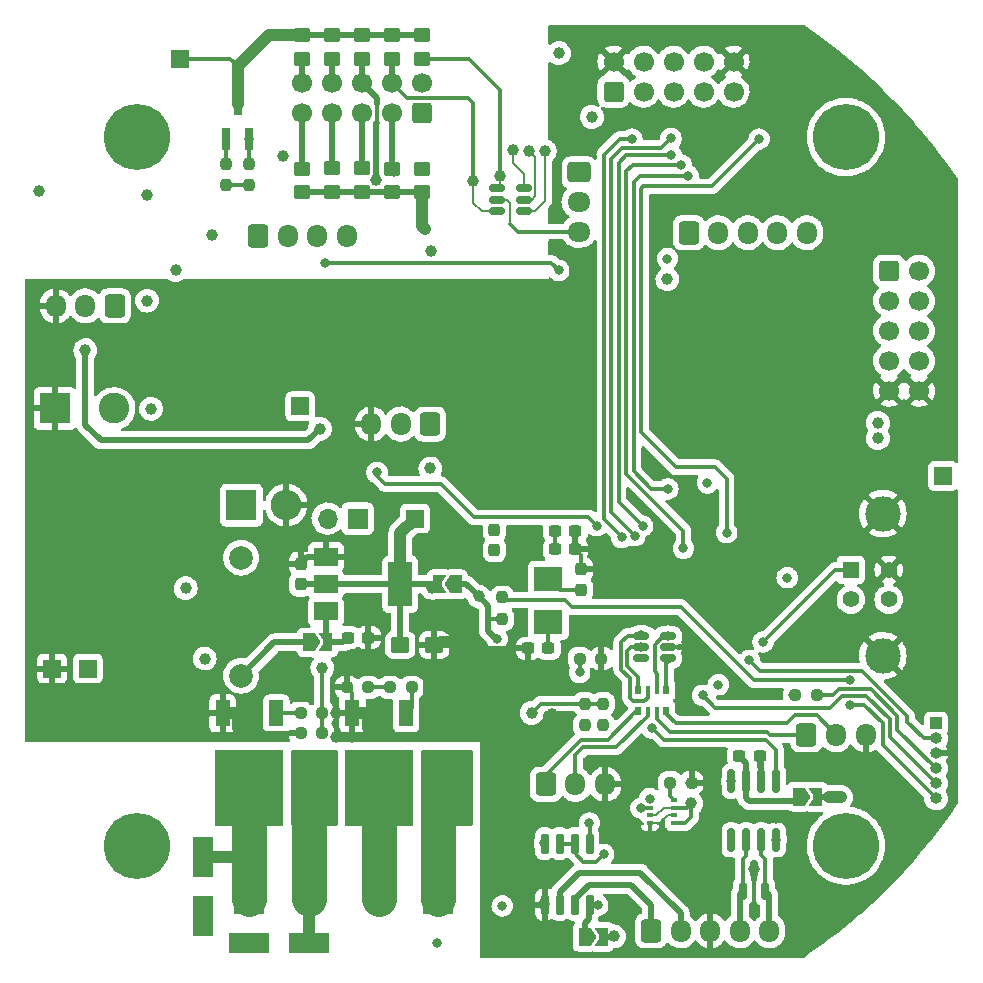
<source format=gbr>
%TF.GenerationSoftware,KiCad,Pcbnew,6.0.10*%
%TF.CreationDate,2023-01-12T17:29:39+03:00*%
%TF.ProjectId,nitrogen,6e697472-6f67-4656-9e2e-6b696361645f,rev?*%
%TF.SameCoordinates,Original*%
%TF.FileFunction,Copper,L1,Top*%
%TF.FilePolarity,Positive*%
%FSLAX46Y46*%
G04 Gerber Fmt 4.6, Leading zero omitted, Abs format (unit mm)*
G04 Created by KiCad (PCBNEW 6.0.10) date 2023-01-12 17:29:39*
%MOMM*%
%LPD*%
G01*
G04 APERTURE LIST*
G04 Aperture macros list*
%AMRoundRect*
0 Rectangle with rounded corners*
0 $1 Rounding radius*
0 $2 $3 $4 $5 $6 $7 $8 $9 X,Y pos of 4 corners*
0 Add a 4 corners polygon primitive as box body*
4,1,4,$2,$3,$4,$5,$6,$7,$8,$9,$2,$3,0*
0 Add four circle primitives for the rounded corners*
1,1,$1+$1,$2,$3*
1,1,$1+$1,$4,$5*
1,1,$1+$1,$6,$7*
1,1,$1+$1,$8,$9*
0 Add four rect primitives between the rounded corners*
20,1,$1+$1,$2,$3,$4,$5,0*
20,1,$1+$1,$4,$5,$6,$7,0*
20,1,$1+$1,$6,$7,$8,$9,0*
20,1,$1+$1,$8,$9,$2,$3,0*%
%AMFreePoly0*
4,1,6,1.000000,0.000000,0.500000,-0.750000,-0.500000,-0.750000,-0.500000,0.750000,0.500000,0.750000,1.000000,0.000000,1.000000,0.000000,$1*%
%AMFreePoly1*
4,1,6,0.500000,-0.750000,-0.650000,-0.750000,-0.150000,0.000000,-0.650000,0.750000,0.500000,0.750000,0.500000,-0.750000,0.500000,-0.750000,$1*%
G04 Aperture macros list end*
%TA.AperFunction,ComponentPad*%
%ADD10R,1.400000X1.400000*%
%TD*%
%TA.AperFunction,ComponentPad*%
%ADD11C,1.400000*%
%TD*%
%TA.AperFunction,ComponentPad*%
%ADD12C,3.000000*%
%TD*%
%TA.AperFunction,ComponentPad*%
%ADD13C,5.600000*%
%TD*%
%TA.AperFunction,ComponentPad*%
%ADD14RoundRect,0.250000X-0.600000X-0.725000X0.600000X-0.725000X0.600000X0.725000X-0.600000X0.725000X0*%
%TD*%
%TA.AperFunction,ComponentPad*%
%ADD15O,1.700000X1.950000*%
%TD*%
%TA.AperFunction,ComponentPad*%
%ADD16C,2.600000*%
%TD*%
%TA.AperFunction,ComponentPad*%
%ADD17R,2.600000X2.600000*%
%TD*%
%TA.AperFunction,ComponentPad*%
%ADD18R,1.500000X1.500000*%
%TD*%
%TA.AperFunction,ComponentPad*%
%ADD19O,2.600000X2.600000*%
%TD*%
%TA.AperFunction,SMDPad,CuDef*%
%ADD20RoundRect,0.250000X0.450000X-0.350000X0.450000X0.350000X-0.450000X0.350000X-0.450000X-0.350000X0*%
%TD*%
%TA.AperFunction,ComponentPad*%
%ADD21RoundRect,0.250000X-0.600000X-0.600000X0.600000X-0.600000X0.600000X0.600000X-0.600000X0.600000X0*%
%TD*%
%TA.AperFunction,ComponentPad*%
%ADD22C,1.700000*%
%TD*%
%TA.AperFunction,SMDPad,CuDef*%
%ADD23RoundRect,0.150000X-0.150000X0.725000X-0.150000X-0.725000X0.150000X-0.725000X0.150000X0.725000X0*%
%TD*%
%TA.AperFunction,SMDPad,CuDef*%
%ADD24RoundRect,0.237500X-0.250000X-0.237500X0.250000X-0.237500X0.250000X0.237500X-0.250000X0.237500X0*%
%TD*%
%TA.AperFunction,SMDPad,CuDef*%
%ADD25RoundRect,0.150000X0.512500X0.150000X-0.512500X0.150000X-0.512500X-0.150000X0.512500X-0.150000X0*%
%TD*%
%TA.AperFunction,SMDPad,CuDef*%
%ADD26R,1.200000X2.200000*%
%TD*%
%TA.AperFunction,SMDPad,CuDef*%
%ADD27R,5.800000X6.400000*%
%TD*%
%TA.AperFunction,SMDPad,CuDef*%
%ADD28R,2.000000X1.500000*%
%TD*%
%TA.AperFunction,SMDPad,CuDef*%
%ADD29R,2.000000X3.800000*%
%TD*%
%TA.AperFunction,SMDPad,CuDef*%
%ADD30R,0.500000X0.350000*%
%TD*%
%TA.AperFunction,SMDPad,CuDef*%
%ADD31RoundRect,0.237500X-0.300000X-0.237500X0.300000X-0.237500X0.300000X0.237500X-0.300000X0.237500X0*%
%TD*%
%TA.AperFunction,ComponentPad*%
%ADD32RoundRect,0.250000X0.600000X-0.600000X0.600000X0.600000X-0.600000X0.600000X-0.600000X-0.600000X0*%
%TD*%
%TA.AperFunction,SMDPad,CuDef*%
%ADD33R,2.400000X2.000000*%
%TD*%
%TA.AperFunction,ComponentPad*%
%ADD34RoundRect,0.250000X0.600000X0.725000X-0.600000X0.725000X-0.600000X-0.725000X0.600000X-0.725000X0*%
%TD*%
%TA.AperFunction,SMDPad,CuDef*%
%ADD35RoundRect,0.150000X-0.512500X-0.150000X0.512500X-0.150000X0.512500X0.150000X-0.512500X0.150000X0*%
%TD*%
%TA.AperFunction,SMDPad,CuDef*%
%ADD36FreePoly0,0.000000*%
%TD*%
%TA.AperFunction,SMDPad,CuDef*%
%ADD37FreePoly1,0.000000*%
%TD*%
%TA.AperFunction,ComponentPad*%
%ADD38R,1.700000X1.700000*%
%TD*%
%TA.AperFunction,ComponentPad*%
%ADD39O,1.700000X1.700000*%
%TD*%
%TA.AperFunction,SMDPad,CuDef*%
%ADD40RoundRect,0.237500X0.300000X0.237500X-0.300000X0.237500X-0.300000X-0.237500X0.300000X-0.237500X0*%
%TD*%
%TA.AperFunction,ComponentPad*%
%ADD41RoundRect,0.250000X-0.725000X0.600000X-0.725000X-0.600000X0.725000X-0.600000X0.725000X0.600000X0*%
%TD*%
%TA.AperFunction,ComponentPad*%
%ADD42O,1.950000X1.700000*%
%TD*%
%TA.AperFunction,SMDPad,CuDef*%
%ADD43RoundRect,0.237500X0.237500X-0.300000X0.237500X0.300000X-0.237500X0.300000X-0.237500X-0.300000X0*%
%TD*%
%TA.AperFunction,SMDPad,CuDef*%
%ADD44RoundRect,0.237500X0.250000X0.237500X-0.250000X0.237500X-0.250000X-0.237500X0.250000X-0.237500X0*%
%TD*%
%TA.AperFunction,SMDPad,CuDef*%
%ADD45R,0.500000X0.800000*%
%TD*%
%TA.AperFunction,SMDPad,CuDef*%
%ADD46R,0.400000X0.800000*%
%TD*%
%TA.AperFunction,SMDPad,CuDef*%
%ADD47RoundRect,0.250000X-0.537500X-0.425000X0.537500X-0.425000X0.537500X0.425000X-0.537500X0.425000X0*%
%TD*%
%TA.AperFunction,SMDPad,CuDef*%
%ADD48RoundRect,0.237500X-0.237500X0.250000X-0.237500X-0.250000X0.237500X-0.250000X0.237500X0.250000X0*%
%TD*%
%TA.AperFunction,SMDPad,CuDef*%
%ADD49RoundRect,0.150000X-0.150000X0.825000X-0.150000X-0.825000X0.150000X-0.825000X0.150000X0.825000X0*%
%TD*%
%TA.AperFunction,ComponentPad*%
%ADD50C,2.000000*%
%TD*%
%TA.AperFunction,ComponentPad*%
%ADD51R,1.000000X1.000000*%
%TD*%
%TA.AperFunction,ComponentPad*%
%ADD52O,1.000000X1.000000*%
%TD*%
%TA.AperFunction,SMDPad,CuDef*%
%ADD53RoundRect,0.150000X0.150000X-0.587500X0.150000X0.587500X-0.150000X0.587500X-0.150000X-0.587500X0*%
%TD*%
%TA.AperFunction,SMDPad,CuDef*%
%ADD54FreePoly0,180.000000*%
%TD*%
%TA.AperFunction,SMDPad,CuDef*%
%ADD55FreePoly1,180.000000*%
%TD*%
%TA.AperFunction,SMDPad,CuDef*%
%ADD56R,0.800000X1.900000*%
%TD*%
%TA.AperFunction,SMDPad,CuDef*%
%ADD57R,1.800000X3.500000*%
%TD*%
%TA.AperFunction,SMDPad,CuDef*%
%ADD58RoundRect,0.250000X-0.450000X0.350000X-0.450000X-0.350000X0.450000X-0.350000X0.450000X0.350000X0*%
%TD*%
%TA.AperFunction,SMDPad,CuDef*%
%ADD59R,3.500000X1.800000*%
%TD*%
%TA.AperFunction,ViaPad*%
%ADD60C,0.800000*%
%TD*%
%TA.AperFunction,ViaPad*%
%ADD61C,1.000000*%
%TD*%
%TA.AperFunction,Conductor*%
%ADD62C,0.300000*%
%TD*%
%TA.AperFunction,Conductor*%
%ADD63C,3.000000*%
%TD*%
%TA.AperFunction,Conductor*%
%ADD64C,1.000000*%
%TD*%
%TA.AperFunction,Conductor*%
%ADD65C,0.500000*%
%TD*%
%TA.AperFunction,Conductor*%
%ADD66C,0.200000*%
%TD*%
G04 APERTURE END LIST*
D10*
%TO.P,J8,1,VBUS*%
%TO.N,/MCU/VB*%
X169417500Y-91650000D03*
D11*
%TO.P,J8,2,D-*%
%TO.N,Net-(J8-Pad2)*%
X169417500Y-94150000D03*
%TO.P,J8,3,D+*%
%TO.N,Net-(J8-Pad3)*%
X172617500Y-94150000D03*
%TO.P,J8,4,GND*%
%TO.N,GND*%
X172617500Y-91650000D03*
D12*
%TO.P,J8,5,Shield*%
X172127500Y-98920000D03*
X172127500Y-86880000D03*
%TD*%
D13*
%TO.P,H1,1*%
%TO.N,N/C*%
X169000000Y-55000000D03*
%TD*%
D14*
%TO.P,J15,1,Pin_1*%
%TO.N,Net-(J15-Pad1)*%
X165658800Y-105613200D03*
D15*
%TO.P,J15,2,Pin_2*%
%TO.N,Net-(J15-Pad2)*%
X168158800Y-105613200D03*
%TO.P,J15,3,Pin_3*%
%TO.N,GND*%
X170658800Y-105613200D03*
%TD*%
D16*
%TO.P,J3,2,Pin_2*%
%TO.N,/P2*%
X123500000Y-119490000D03*
D17*
%TO.P,J3,1,Pin_1*%
%TO.N,/P3*%
X118500000Y-119490000D03*
%TD*%
D18*
%TO.P,TP2,1,1*%
%TO.N,Net-(C14-Pad1)*%
X122800000Y-77800000D03*
%TD*%
D17*
%TO.P,D12,1,K*%
%TO.N,Net-(D12-Pad1)*%
X117805000Y-86166000D03*
D19*
%TO.P,D12,2,A*%
%TO.N,GND*%
X121615000Y-86166000D03*
%TD*%
D14*
%TO.P,J9,1,Pin_1*%
%TO.N,/MCU/485B*%
X152500000Y-122200000D03*
D15*
%TO.P,J9,2,Pin_2*%
%TO.N,/MCU/485A*%
X155000000Y-122200000D03*
%TO.P,J9,3,Pin_3*%
%TO.N,GND*%
X157500000Y-122200000D03*
%TO.P,J9,4,Pin_4*%
%TO.N,/MCU/CANL*%
X160000000Y-122200000D03*
%TO.P,J9,5,Pin_5*%
%TO.N,/MCU/CANH*%
X162500000Y-122200000D03*
%TD*%
D20*
%TO.P,R34,1*%
%TO.N,+3.3VADC*%
X130556000Y-59674000D03*
%TO.P,R34,2*%
%TO.N,/MCU/ADC6*%
X130556000Y-57674000D03*
%TD*%
D21*
%TO.P,J11,1,Pin_1*%
%TO.N,Net-(J11-Pad1)*%
X172647500Y-66320000D03*
D22*
%TO.P,J11,2,Pin_2*%
%TO.N,Net-(J11-Pad2)*%
X175187500Y-66320000D03*
%TO.P,J11,3,Pin_3*%
%TO.N,Net-(J11-Pad3)*%
X172647500Y-68860000D03*
%TO.P,J11,4,Pin_4*%
%TO.N,Net-(J11-Pad4)*%
X175187500Y-68860000D03*
%TO.P,J11,5,Pin_5*%
%TO.N,Net-(J11-Pad5)*%
X172647500Y-71400000D03*
%TO.P,J11,6,Pin_6*%
%TO.N,Net-(J11-Pad6)*%
X175187500Y-71400000D03*
%TO.P,J11,7,Pin_7*%
%TO.N,Net-(J11-Pad7)*%
X172647500Y-73940000D03*
%TO.P,J11,8,Pin_8*%
%TO.N,Net-(J11-Pad8)*%
X175187500Y-73940000D03*
%TO.P,J11,9,Pin_9*%
%TO.N,GND*%
X172647500Y-76480000D03*
%TO.P,J11,10,Pin_10*%
X175187500Y-76480000D03*
%TD*%
D23*
%TO.P,U3,1,RO*%
%TO.N,/MCU/U2Rx*%
X147289800Y-114833300D03*
%TO.P,U3,2,~{RE}*%
%TO.N,/MCU/DE*%
X146019800Y-114833300D03*
%TO.P,U3,3,DE*%
X144749800Y-114833300D03*
%TO.P,U3,4,DI*%
%TO.N,/MCU/U2Tx*%
X143479800Y-114833300D03*
%TO.P,U3,5,GND*%
%TO.N,GND*%
X143479800Y-119983300D03*
%TO.P,U3,6,A*%
%TO.N,/MCU/485A*%
X144749800Y-119983300D03*
%TO.P,U3,7,B*%
%TO.N,/MCU/485B*%
X146019800Y-119983300D03*
%TO.P,U3,8,VCC*%
%TO.N,Net-(C4-Pad2)*%
X147289800Y-119983300D03*
%TD*%
D18*
%TO.P,TP6,1,1*%
%TO.N,+3.3VADC*%
X112623600Y-48412400D03*
%TD*%
D14*
%TO.P,J6,1,Pin_1*%
%TO.N,GNDPWR*%
X119233500Y-63359000D03*
D15*
%TO.P,J6,2,Pin_2*%
%TO.N,Net-(J6-Pad2)*%
X121733500Y-63359000D03*
%TO.P,J6,3,Pin_3*%
%TO.N,Net-(J6-Pad3)*%
X124233500Y-63359000D03*
%TO.P,J6,4,Pin_4*%
%TO.N,/MCU/ADC_EXT*%
X126733500Y-63359000D03*
%TD*%
D20*
%TO.P,R28,1*%
%TO.N,+3.3VADC*%
X122936000Y-59674000D03*
%TO.P,R28,2*%
%TO.N,/MCU/ADC0*%
X122936000Y-57674000D03*
%TD*%
D24*
%TO.P,R11,1*%
%TO.N,/MCU/BOOT0*%
X146460200Y-99161600D03*
%TO.P,R11,2*%
%TO.N,GND*%
X148285200Y-99161600D03*
%TD*%
D25*
%TO.P,D13,1,K*%
%TO.N,/MCU/SDA*%
X153943900Y-99146400D03*
%TO.P,D13,2,A*%
%TO.N,GND*%
X153943900Y-98196400D03*
%TO.P,D13,3,K*%
%TO.N,/MCU/SCL*%
X153943900Y-97246400D03*
%TO.P,D13,4,K*%
%TO.N,/MCU/Tx*%
X151668900Y-97246400D03*
%TO.P,D13,5,K*%
%TO.N,/MCU/Rx*%
X151668900Y-98196400D03*
%TO.P,D13,6,K*%
%TO.N,unconnected-(D13-Pad6)*%
X151668900Y-99146400D03*
%TD*%
D26*
%TO.P,Q2,1,G*%
%TO.N,Net-(Q2-Pad1)*%
X120780000Y-103800000D03*
D27*
%TO.P,Q2,2,D*%
%TO.N,/P3*%
X118500000Y-110100000D03*
D26*
%TO.P,Q2,3,S*%
%TO.N,GND*%
X116220000Y-103800000D03*
%TD*%
D28*
%TO.P,U7,1,GND*%
%TO.N,GND*%
X124967600Y-90562400D03*
D29*
%TO.P,U7,2,VO*%
%TO.N,+3.3V*%
X131267600Y-92862400D03*
D28*
X124967600Y-92862400D03*
%TO.P,U7,3,VI*%
%TO.N,Net-(C16-Pad1)*%
X124967600Y-95162400D03*
%TD*%
D30*
%TO.P,U5,1,GND*%
%TO.N,GND*%
X152391000Y-113090600D03*
%TO.P,U5,2,CSB*%
%TO.N,/MCU/MCU3v3*%
X152391000Y-112440600D03*
%TO.P,U5,3,SDI*%
%TO.N,/MCU/I2C1_SDA*%
X152391000Y-111790600D03*
%TO.P,U5,4,SCK*%
%TO.N,/MCU/I2C1_SCL*%
X152391000Y-111140600D03*
%TO.P,U5,5,SDO*%
%TO.N,Net-(R24-Pad2)*%
X154441000Y-111140600D03*
%TO.P,U5,6,VDDIO*%
%TO.N,/MCU/MCU3v3*%
X154441000Y-111790600D03*
%TO.P,U5,7,GND*%
%TO.N,GND*%
X154441000Y-112440600D03*
%TO.P,U5,8,VDD*%
%TO.N,/MCU/MCU3v3*%
X154441000Y-113090600D03*
%TD*%
D31*
%TO.P,C16,1*%
%TO.N,Net-(C16-Pad1)*%
X126848700Y-97383600D03*
%TO.P,C16,2*%
%TO.N,GND*%
X128573700Y-97383600D03*
%TD*%
D24*
%TO.P,R14,1*%
%TO.N,/MCU/MCU3v3*%
X164695500Y-102260400D03*
%TO.P,R14,2*%
%TO.N,Net-(J7-Pad4)*%
X166520500Y-102260400D03*
%TD*%
D32*
%TO.P,J4,1,Pin_1*%
%TO.N,GNDPWR*%
X133110000Y-52960000D03*
D22*
%TO.P,J4,2,Pin_2*%
X133110000Y-50420000D03*
%TO.P,J4,3,Pin_3*%
%TO.N,/MCU/ADC6*%
X130570000Y-52960000D03*
%TO.P,J4,4,Pin_4*%
%TO.N,/MCU/ADC7*%
X130570000Y-50420000D03*
%TO.P,J4,5,Pin_5*%
%TO.N,/MCU/ADC4*%
X128030000Y-52960000D03*
%TO.P,J4,6,Pin_6*%
%TO.N,/MCU/ADC5*%
X128030000Y-50420000D03*
%TO.P,J4,7,Pin_7*%
%TO.N,/MCU/ADC2*%
X125490000Y-52960000D03*
%TO.P,J4,8,Pin_8*%
%TO.N,/MCU/ADC3*%
X125490000Y-50420000D03*
%TO.P,J4,9,Pin_9*%
%TO.N,/MCU/ADC0*%
X122950000Y-52960000D03*
%TO.P,J4,10,Pin_10*%
%TO.N,/MCU/ADC1*%
X122950000Y-50420000D03*
%TD*%
D33*
%TO.P,Y1,1,1*%
%TO.N,/MCU/OSC_IN*%
X143814800Y-96084000D03*
%TO.P,Y1,2,2*%
%TO.N,/MCU/OSC_OUT*%
X143814800Y-92384000D03*
%TD*%
D34*
%TO.P,J5,1,Pin_1*%
%TO.N,Net-(J5-Pad1)*%
X133800000Y-79300000D03*
D15*
%TO.P,J5,2,Pin_2*%
%TO.N,Net-(J5-Pad2)*%
X131300000Y-79300000D03*
%TO.P,J5,3,Pin_3*%
%TO.N,GND*%
X128800000Y-79300000D03*
%TD*%
D18*
%TO.P,TP1,1,1*%
%TO.N,Net-(D5-Pad1)*%
X177200000Y-83700000D03*
%TD*%
D35*
%TO.P,D10,1,K*%
%TO.N,/MCU/ADC9*%
X139462500Y-59350000D03*
%TO.P,D10,2,A*%
%TO.N,GNDPWR*%
X139462500Y-60300000D03*
%TO.P,D10,3,K*%
%TO.N,/MCU/ADC7*%
X139462500Y-61250000D03*
%TO.P,D10,4,K*%
%TO.N,/MCU/ADC4*%
X141737500Y-61250000D03*
%TO.P,D10,5,K*%
%TO.N,/MCU/ADC3*%
X141737500Y-60300000D03*
%TO.P,D10,6,K*%
%TO.N,/MCU/ADC2*%
X141737500Y-59350000D03*
%TD*%
D36*
%TO.P,JP4,1,A*%
%TO.N,+5V*%
X123531800Y-97790000D03*
D37*
%TO.P,JP4,2,B*%
%TO.N,Net-(C16-Pad1)*%
X124981800Y-97790000D03*
%TD*%
D38*
%TO.P,J16,1,Pin_1*%
%TO.N,Net-(J16-Pad1)*%
X127650000Y-87300000D03*
D39*
%TO.P,J16,2,Pin_2*%
%TO.N,Net-(J16-Pad2)*%
X125110000Y-87300000D03*
%TD*%
D20*
%TO.P,R36,1*%
%TO.N,+3.3VADC*%
X133096000Y-59674000D03*
%TO.P,R36,2*%
%TO.N,/MCU/ADC8*%
X133096000Y-57674000D03*
%TD*%
D40*
%TO.P,C2,1*%
%TO.N,/MCU/OSC_IN*%
X143813700Y-98298000D03*
%TO.P,C2,2*%
%TO.N,GND*%
X142088700Y-98298000D03*
%TD*%
D17*
%TO.P,J13,1,Pin_1*%
%TO.N,GND*%
X102031000Y-77982000D03*
D16*
%TO.P,J13,2,Pin_2*%
%TO.N,Vdrive*%
X107031000Y-77982000D03*
%TD*%
D41*
%TO.P,J1,1,Pin_1*%
%TO.N,/MCU/ADC9*%
X146400000Y-58000000D03*
D42*
%TO.P,J1,2,Pin_2*%
%TO.N,/MCU/ADC8*%
X146400000Y-60500000D03*
%TO.P,J1,3,Pin_3*%
%TO.N,GNDPWR*%
X146400000Y-63000000D03*
%TD*%
D17*
%TO.P,J2,1,Pin_1*%
%TO.N,/P0*%
X134500000Y-119500000D03*
D16*
%TO.P,J2,2,Pin_2*%
%TO.N,/P1*%
X129500000Y-119500000D03*
%TD*%
D36*
%TO.P,JP1,1,A*%
%TO.N,Net-(C1-Pad2)*%
X165035400Y-110845600D03*
D37*
%TO.P,JP1,2,B*%
%TO.N,+5V*%
X166485400Y-110845600D03*
%TD*%
D18*
%TO.P,TP4,1,1*%
%TO.N,+5V*%
X104800000Y-100000000D03*
%TD*%
D32*
%TO.P,J10,1,Pin_1*%
%TO.N,Net-(J10-Pad1)*%
X149320000Y-51152500D03*
D22*
%TO.P,J10,2,Pin_2*%
%TO.N,GND*%
X149320000Y-48612500D03*
%TO.P,J10,3,Pin_3*%
%TO.N,Net-(J10-Pad3)*%
X151860000Y-51152500D03*
%TO.P,J10,4,Pin_4*%
%TO.N,Net-(J10-Pad4)*%
X151860000Y-48612500D03*
%TO.P,J10,5,Pin_5*%
%TO.N,Net-(J10-Pad5)*%
X154400000Y-51152500D03*
%TO.P,J10,6,Pin_6*%
%TO.N,Net-(J10-Pad6)*%
X154400000Y-48612500D03*
%TO.P,J10,7,Pin_7*%
%TO.N,Net-(J10-Pad7)*%
X156940000Y-51152500D03*
%TO.P,J10,8,Pin_8*%
%TO.N,Net-(J10-Pad8)*%
X156940000Y-48612500D03*
%TO.P,J10,9,Pin_9*%
%TO.N,Net-(J10-Pad9)*%
X159480000Y-51152500D03*
%TO.P,J10,10,Pin_10*%
%TO.N,GND*%
X159480000Y-48612500D03*
%TD*%
D24*
%TO.P,R6,1*%
%TO.N,PWM1*%
X130405500Y-101600000D03*
%TO.P,R6,2*%
%TO.N,Net-(Q3-Pad1)*%
X132230500Y-101600000D03*
%TD*%
D43*
%TO.P,C19,1*%
%TO.N,+3.3V*%
X122834400Y-92861300D03*
%TO.P,C19,2*%
%TO.N,GND*%
X122834400Y-91136300D03*
%TD*%
D13*
%TO.P,H3,1*%
%TO.N,N/C*%
X109000000Y-115000000D03*
%TD*%
D43*
%TO.P,C3,1*%
%TO.N,/MCU/OSC_OUT*%
X146608800Y-93318500D03*
%TO.P,C3,2*%
%TO.N,GND*%
X146608800Y-91593500D03*
%TD*%
D26*
%TO.P,Q3,1,G*%
%TO.N,Net-(Q3-Pad1)*%
X131780000Y-103800000D03*
D27*
%TO.P,Q3,2,D*%
%TO.N,/P1*%
X129500000Y-110100000D03*
D26*
%TO.P,Q3,3,S*%
%TO.N,GND*%
X127220000Y-103800000D03*
%TD*%
D40*
%TO.P,C1,1*%
%TO.N,GND*%
X161695300Y-107391200D03*
%TO.P,C1,2*%
%TO.N,Net-(C1-Pad2)*%
X159970300Y-107391200D03*
%TD*%
D36*
%TO.P,JP6,1,A*%
%TO.N,Net-(C4-Pad2)*%
X146875000Y-122700000D03*
D37*
%TO.P,JP6,2,B*%
%TO.N,+3.3V*%
X148325000Y-122700000D03*
%TD*%
D31*
%TO.P,C9,1*%
%TO.N,/MCU/MCU3v3*%
X144374700Y-89916000D03*
%TO.P,C9,2*%
%TO.N,GND*%
X146099700Y-89916000D03*
%TD*%
D13*
%TO.P,H4,1*%
%TO.N,N/C*%
X169000000Y-115000000D03*
%TD*%
D44*
%TO.P,R4,1*%
%TO.N,PWM3*%
X124661300Y-103784400D03*
%TO.P,R4,2*%
%TO.N,Net-(Q2-Pad1)*%
X122836300Y-103784400D03*
%TD*%
D45*
%TO.P,RN2,1,R1.1*%
%TO.N,/MCU/SDA*%
X153803200Y-101817600D03*
D46*
%TO.P,RN2,2,R2.1*%
%TO.N,/MCU/SCL*%
X153003200Y-101817600D03*
%TO.P,RN2,3,R3.1*%
%TO.N,/MCU/Tx*%
X152203200Y-101817600D03*
D45*
%TO.P,RN2,4,R4.1*%
%TO.N,/MCU/Rx*%
X151403200Y-101817600D03*
%TO.P,RN2,5,R4.2*%
%TO.N,Net-(J14-Pad1)*%
X151403200Y-103617600D03*
D46*
%TO.P,RN2,6,R3.2*%
%TO.N,Net-(J14-Pad2)*%
X152203200Y-103617600D03*
%TO.P,RN2,7,R2.2*%
%TO.N,Net-(J15-Pad1)*%
X153003200Y-103617600D03*
D45*
%TO.P,RN2,8,R1.2*%
%TO.N,Net-(J15-Pad2)*%
X153803200Y-103617600D03*
%TD*%
D18*
%TO.P,TP3,1,1*%
%TO.N,GND*%
X101800000Y-100000000D03*
%TD*%
D47*
%TO.P,C17,1*%
%TO.N,+3.3V*%
X131252100Y-97993200D03*
%TO.P,C17,2*%
%TO.N,GND*%
X134127100Y-97993200D03*
%TD*%
D18*
%TO.P,TP5,1,1*%
%TO.N,+3.3V*%
X132500000Y-87300000D03*
%TD*%
D44*
%TO.P,R24,1*%
%TO.N,GND*%
X155928700Y-109677200D03*
%TO.P,R24,2*%
%TO.N,Net-(R24-Pad2)*%
X154103700Y-109677200D03*
%TD*%
D14*
%TO.P,J18,1,Pin_1*%
%TO.N,Net-(J18-Pad1)*%
X155700000Y-63100000D03*
D15*
%TO.P,J18,2,Pin_2*%
%TO.N,Net-(J18-Pad2)*%
X158200000Y-63100000D03*
%TO.P,J18,3,Pin_3*%
%TO.N,Net-(J18-Pad3)*%
X160700000Y-63100000D03*
%TO.P,J18,4,Pin_4*%
%TO.N,Net-(J18-Pad4)*%
X163200000Y-63100000D03*
%TO.P,J18,5,Pin_5*%
%TO.N,Net-(J18-Pad5)*%
X165700000Y-63100000D03*
%TD*%
D44*
%TO.P,R7,1*%
%TO.N,PWM1*%
X128572900Y-101600000D03*
%TO.P,R7,2*%
%TO.N,GND*%
X126747900Y-101600000D03*
%TD*%
%TO.P,R5,1*%
%TO.N,PWM3*%
X124661300Y-105460800D03*
%TO.P,R5,2*%
%TO.N,GND*%
X122836300Y-105460800D03*
%TD*%
D20*
%TO.P,R30,1*%
%TO.N,+3.3VADC*%
X125476000Y-59658000D03*
%TO.P,R30,2*%
%TO.N,/MCU/ADC2*%
X125476000Y-57658000D03*
%TD*%
D14*
%TO.P,J14,1,Pin_1*%
%TO.N,Net-(J14-Pad1)*%
X143600000Y-109800000D03*
D15*
%TO.P,J14,2,Pin_2*%
%TO.N,Net-(J14-Pad2)*%
X146100000Y-109800000D03*
%TO.P,J14,3,Pin_3*%
%TO.N,GND*%
X148600000Y-109800000D03*
%TD*%
D43*
%TO.P,C6,1*%
%TO.N,+3.3VADC*%
X139242800Y-89964600D03*
%TO.P,C6,2*%
%TO.N,GNDPWR*%
X139242800Y-88239600D03*
%TD*%
D48*
%TO.P,R41,1*%
%TO.N,/MCU/NRST*%
X139903200Y-93980000D03*
%TO.P,R41,2*%
%TO.N,/MCU/MCU3v3*%
X139903200Y-95805000D03*
%TD*%
D49*
%TO.P,U1,1,TXD*%
%TO.N,/MCU/CAN_TX*%
X163100000Y-109550000D03*
%TO.P,U1,2,VSS*%
%TO.N,GND*%
X161830000Y-109550000D03*
%TO.P,U1,3,VDD*%
%TO.N,Net-(C1-Pad2)*%
X160560000Y-109550000D03*
%TO.P,U1,4,RXD*%
%TO.N,/MCU/CAN_RX*%
X159290000Y-109550000D03*
%TO.P,U1,5,Vref*%
%TO.N,unconnected-(U1-Pad5)*%
X159290000Y-114500000D03*
%TO.P,U1,6,CANL*%
%TO.N,/MCU/CANL*%
X160560000Y-114500000D03*
%TO.P,U1,7,CANH*%
%TO.N,/MCU/CANH*%
X161830000Y-114500000D03*
%TO.P,U1,8,Rs*%
%TO.N,Net-(R44-Pad2)*%
X163100000Y-114500000D03*
%TD*%
D50*
%TO.P,L1,1,1*%
%TO.N,+5V*%
X117785000Y-100611000D03*
%TO.P,L1,2,2*%
%TO.N,Net-(D12-Pad1)*%
X117785000Y-90611000D03*
%TD*%
D48*
%TO.P,R25,1*%
%TO.N,/MCU/MCU3v3*%
X146888200Y-102975400D03*
%TO.P,R25,2*%
%TO.N,/MCU/I2C1_SDA*%
X146888200Y-104800400D03*
%TD*%
D51*
%TO.P,J7,1,Pin_1*%
%TO.N,/MCU/SWCLK*%
X176631600Y-104648000D03*
D52*
%TO.P,J7,2,Pin_2*%
%TO.N,/MCU/SWDIO*%
X176631600Y-105918000D03*
%TO.P,J7,3,Pin_3*%
%TO.N,GND*%
X176631600Y-107188000D03*
%TO.P,J7,4,Pin_4*%
%TO.N,Net-(J7-Pad4)*%
X176631600Y-108458000D03*
%TO.P,J7,5,Pin_5*%
%TO.N,/MCU/BOOT0*%
X176631600Y-109728000D03*
%TO.P,J7,6,Pin_6*%
%TO.N,/MCU/NRST*%
X176631600Y-110998000D03*
%TD*%
D53*
%TO.P,D6,1,K*%
%TO.N,/MCU/CANL*%
X160250000Y-118837500D03*
%TO.P,D6,2,K*%
%TO.N,/MCU/CANH*%
X162150000Y-118837500D03*
%TO.P,D6,3,O*%
%TO.N,GND*%
X161200000Y-116962500D03*
%TD*%
D31*
%TO.P,C8,1*%
%TO.N,/MCU/MCU3v3*%
X144374700Y-88341200D03*
%TO.P,C8,2*%
%TO.N,GND*%
X146099700Y-88341200D03*
%TD*%
D13*
%TO.P,H2,1*%
%TO.N,N/C*%
X109000000Y-55000000D03*
%TD*%
D48*
%TO.P,R23,1*%
%TO.N,/MCU/MCU3v3*%
X148437600Y-102975400D03*
%TO.P,R23,2*%
%TO.N,/MCU/I2C1_SCL*%
X148437600Y-104800400D03*
%TD*%
D34*
%TO.P,J12,1,Pin_1*%
%TO.N,Net-(J12-Pad1)*%
X107100000Y-69300000D03*
D15*
%TO.P,J12,2,Pin_2*%
%TO.N,Net-(J12-Pad2)*%
X104600000Y-69300000D03*
%TO.P,J12,3,Pin_3*%
%TO.N,GND*%
X102100000Y-69300000D03*
%TD*%
D20*
%TO.P,R32,1*%
%TO.N,+3.3VADC*%
X128016000Y-59658000D03*
%TO.P,R32,2*%
%TO.N,/MCU/ADC4*%
X128016000Y-57658000D03*
%TD*%
D54*
%TO.P,JP3,1,A*%
%TO.N,/MCU/MCU3v3*%
X135954600Y-92862400D03*
D55*
%TO.P,JP3,2,B*%
%TO.N,+3.3V*%
X134504600Y-92862400D03*
%TD*%
D56*
%TO.P,Q9,1,G*%
%TO.N,Net-(Q9-Pad1)*%
X116550000Y-55200000D03*
%TO.P,Q9,2,S*%
%TO.N,Net-(C21-Pad1)*%
X118450000Y-55200000D03*
%TO.P,Q9,3,D*%
%TO.N,+3.3VADC*%
X117500000Y-52200000D03*
%TD*%
D57*
%TO.P,D2,1,K*%
%TO.N,Vdrive*%
X114554000Y-120914800D03*
%TO.P,D2,2,A*%
%TO.N,/P3*%
X114554000Y-115914800D03*
%TD*%
D58*
%TO.P,R35,1*%
%TO.N,+3.3VADC*%
X130556000Y-46371000D03*
%TO.P,R35,2*%
%TO.N,/MCU/ADC7*%
X130556000Y-48371000D03*
%TD*%
%TO.P,R33,1*%
%TO.N,+3.3VADC*%
X128016000Y-46371000D03*
%TO.P,R33,2*%
%TO.N,/MCU/ADC5*%
X128016000Y-48371000D03*
%TD*%
D59*
%TO.P,D1,1,K*%
%TO.N,Vdrive*%
X118500000Y-123250000D03*
%TO.P,D1,2,A*%
%TO.N,/P2*%
X123500000Y-123250000D03*
%TD*%
D48*
%TO.P,R39,1*%
%TO.N,Net-(C21-Pad1)*%
X118465600Y-57253500D03*
%TO.P,R39,2*%
%TO.N,VADCon*%
X118465600Y-59078500D03*
%TD*%
%TO.P,R1,1*%
%TO.N,Net-(Q9-Pad1)*%
X116535200Y-57253500D03*
%TO.P,R1,2*%
%TO.N,VADCon*%
X116535200Y-59078500D03*
%TD*%
D58*
%TO.P,R37,1*%
%TO.N,+3.3VADC*%
X133096000Y-46371000D03*
%TO.P,R37,2*%
%TO.N,/MCU/ADC9*%
X133096000Y-48371000D03*
%TD*%
%TO.P,R29,1*%
%TO.N,+3.3VADC*%
X122936000Y-46361600D03*
%TO.P,R29,2*%
%TO.N,/MCU/ADC1*%
X122936000Y-48361600D03*
%TD*%
%TO.P,R31,1*%
%TO.N,+3.3VADC*%
X125476000Y-46371000D03*
%TO.P,R31,2*%
%TO.N,/MCU/ADC3*%
X125476000Y-48371000D03*
%TD*%
D60*
%TO.N,/MCU/MCU3v3*%
X164024000Y-92314000D03*
D61*
%TO.N,GND*%
X165811200Y-97739200D03*
D60*
%TO.N,/MCU/VB*%
X161981300Y-97739200D03*
D61*
%TO.N,/MCU/MCU3v3*%
X164642800Y-102260400D03*
%TO.N,Vdrive*%
X114500000Y-120958000D03*
D60*
%TO.N,Net-(C21-Pad1)*%
X118450000Y-55200000D03*
X118465600Y-57253500D03*
%TO.N,VADCon*%
X118465600Y-59078500D03*
D61*
%TO.N,+3.3V*%
X147487500Y-53300000D03*
X124460000Y-79705200D03*
X133958062Y-93159438D03*
X133908800Y-64668400D03*
X104597200Y-73048500D03*
X153887500Y-67041700D03*
X149352000Y-122682000D03*
X124967600Y-92862400D03*
D60*
X153887500Y-65300000D03*
D61*
X131267600Y-92862400D03*
X131267600Y-97905700D03*
D60*
%TO.N,GND*%
X101700000Y-95800000D03*
X103200000Y-91300000D03*
X103200000Y-92800000D03*
D61*
X153492200Y-113893600D03*
D60*
X100200000Y-86800000D03*
X104700000Y-86800000D03*
X101700000Y-88300000D03*
D61*
X161188400Y-116941600D03*
X128574800Y-97383600D03*
X137718800Y-97485200D03*
D60*
X103200000Y-94300000D03*
D61*
X155905200Y-109678300D03*
D60*
X106200000Y-94300000D03*
D61*
X117551200Y-105003600D03*
D60*
X100200000Y-94300000D03*
D61*
X124967600Y-90562400D03*
X117551200Y-103784400D03*
X109600000Y-99150000D03*
X161695300Y-107391200D03*
X128574800Y-103784400D03*
D60*
X101700000Y-89800000D03*
D61*
X146800000Y-47900000D03*
X127203200Y-105765600D03*
D60*
X107700000Y-91300000D03*
D61*
X146099700Y-89916000D03*
D60*
X107700000Y-94300000D03*
D61*
X163068000Y-112674400D03*
D60*
X101700000Y-86800000D03*
X100200000Y-92800000D03*
D61*
X125845506Y-105770608D03*
D60*
X107700000Y-89800000D03*
X107700000Y-88300000D03*
X103200000Y-88300000D03*
X100200000Y-95800000D03*
X100200000Y-88300000D03*
D61*
X148285200Y-99161600D03*
D60*
X104700000Y-94300000D03*
X103200000Y-95800000D03*
D61*
X127700000Y-81587500D03*
X155550700Y-84277200D03*
D60*
X104700000Y-91300000D03*
X106200000Y-89800000D03*
D61*
X159917300Y-101371400D03*
D60*
X106200000Y-92800000D03*
X107700000Y-95800000D03*
D61*
X138277600Y-103784400D03*
X118674000Y-77901000D03*
D60*
X104700000Y-92800000D03*
X104700000Y-88300000D03*
D61*
X128574800Y-105003600D03*
D60*
X106200000Y-88300000D03*
D61*
X127220000Y-103800000D03*
D60*
X106200000Y-86800000D03*
D61*
X146099700Y-88341200D03*
X125848300Y-103800000D03*
X144118500Y-103824900D03*
D60*
X101700000Y-94300000D03*
X107700000Y-92800000D03*
X101700000Y-92800000D03*
X101700000Y-91300000D03*
X104700000Y-89800000D03*
X106200000Y-91300000D03*
X100200000Y-91300000D03*
D61*
X136780000Y-103800000D03*
D60*
X104700000Y-95800000D03*
X107700000Y-86800000D03*
X103200000Y-89800000D03*
X106200000Y-95800000D03*
X103200000Y-86800000D03*
D61*
X138277600Y-105359200D03*
X116230400Y-103784400D03*
X143459200Y-119938800D03*
D60*
X100200000Y-89800000D03*
D61*
X155600400Y-72136000D03*
X162356800Y-72136000D03*
%TO.N,/MCU/OSC_IN*%
X143814800Y-96084000D03*
%TO.N,/MCU/OSC_OUT*%
X143814800Y-92384000D03*
D60*
%TO.N,/MCU/NRST*%
X169316400Y-100990400D03*
X139900000Y-94000000D03*
X169316400Y-103073200D03*
%TO.N,/MCU/BOOT0*%
X156870400Y-102260400D03*
X146456400Y-100330000D03*
%TO.N,/MCU/MCU3v3*%
X158191200Y-101371400D03*
D61*
X142393500Y-103759000D03*
D60*
X144374700Y-89916000D03*
X144374700Y-88341200D03*
D61*
X155905200Y-111403300D03*
D60*
X139462500Y-97500000D03*
X157275700Y-84277200D03*
D61*
X137900000Y-93900000D03*
%TO.N,+5V*%
X171700000Y-79200000D03*
X167589200Y-110845600D03*
X109829600Y-68847800D03*
X113100000Y-93200000D03*
X123531800Y-97790000D03*
X133807200Y-83056100D03*
X115317900Y-63296800D03*
X114700000Y-99150000D03*
X171700000Y-80500000D03*
X168599312Y-110900688D03*
%TO.N,GNDPWR*%
X121300000Y-56600000D03*
X112250000Y-66262500D03*
X139242800Y-88239600D03*
X100700000Y-59600000D03*
X109800000Y-59900000D03*
X144700000Y-47900000D03*
D60*
%TO.N,Vdrive*%
X139900000Y-120100000D03*
D61*
X118500000Y-123250000D03*
D60*
X134350000Y-123250000D03*
D61*
X110165000Y-78003000D03*
%TO.N,/MCU/ADC2*%
X140800688Y-56099312D03*
%TO.N,/MCU/ADC4*%
X143500000Y-56200000D03*
%TO.N,/MCU/ADC6*%
X130700000Y-57900000D03*
%TO.N,/MCU/ADC8*%
X133110000Y-57660000D03*
%TO.N,/MCU/ADC9*%
X139750800Y-58300000D03*
%TO.N,/MCU/ADC7*%
X137464800Y-58724800D03*
%TO.N,/MCU/ADC5*%
X129235200Y-58623200D03*
%TO.N,/MCU/ADC3*%
X142200000Y-56200000D03*
D60*
%TO.N,/MCU/SWDIO*%
X160832800Y-99314000D03*
D61*
%TO.N,+3.3VADC*%
X133350000Y-62750000D03*
X117500000Y-50200000D03*
X139242800Y-89964600D03*
X117500000Y-52200000D03*
%TO.N,PWM3*%
X124663200Y-99923600D03*
%TO.N,PWM1*%
X130405500Y-101600000D03*
D60*
%TO.N,/MCU/Buzzer*%
X147900000Y-87900000D03*
X129300000Y-83400000D03*
%TO.N,/MCU/SPI2_MISO*%
X150012400Y-88900000D03*
X150876000Y-55168800D03*
%TO.N,/MCU/SPI2_SCK*%
X158902400Y-88493600D03*
X161645600Y-55168800D03*
%TO.N,/MCU/I2C1_SCL*%
X148463000Y-104800400D03*
X152391000Y-111016098D03*
%TO.N,/MCU/I2C1_SDA*%
X151649500Y-111800000D03*
X146888200Y-104800400D03*
%TO.N,/MCU/SCRN_DCRS*%
X153924000Y-84785200D03*
X155651200Y-58318400D03*
%TO.N,/MCU/SPI2_MOSI*%
X155244800Y-89814400D03*
X155041600Y-57353200D03*
%TO.N,/MCU/SCRN_RST*%
X151790400Y-87934800D03*
X154228800Y-56540400D03*
%TO.N,/MCU/SPI2_NSS*%
X151130000Y-88747600D03*
X154178000Y-55118000D03*
%TO.N,/MCU/CAN_RX*%
X159308800Y-109524800D03*
%TO.N,/MCU/CAN_TX*%
X152603200Y-105054400D03*
%TO.N,/MCU/U2Rx*%
X147269200Y-113080800D03*
%TO.N,/MCU/DE*%
X148488400Y-115722400D03*
%TO.N,/MCU/U2Tx*%
X143459200Y-114808000D03*
%TO.N,/P2*%
X124500000Y-111600000D03*
X123500000Y-109600000D03*
X124500000Y-109600000D03*
X125500000Y-110600000D03*
X122500000Y-109600000D03*
X125500000Y-108600000D03*
X122500000Y-107600000D03*
X122500000Y-110600000D03*
X123500000Y-111600000D03*
X125500000Y-111600000D03*
X122500000Y-111600000D03*
X122500000Y-108600000D03*
X124500000Y-107600000D03*
X125500000Y-107600000D03*
X123500000Y-110600000D03*
X124500000Y-108600000D03*
X123500000Y-108600000D03*
X125500000Y-109600000D03*
X123500000Y-107600000D03*
X124500000Y-110600000D03*
%TO.N,/P3*%
X116700000Y-107600000D03*
X118700000Y-109600000D03*
X116700000Y-108600000D03*
X118700000Y-110600000D03*
X117700000Y-110600000D03*
X119700000Y-111600000D03*
X116700000Y-111600000D03*
X119700000Y-109600000D03*
X119700000Y-108600000D03*
X117700000Y-111600000D03*
X118700000Y-108600000D03*
X117700000Y-107600000D03*
X118700000Y-111600000D03*
X116700000Y-109600000D03*
X119700000Y-110600000D03*
X116700000Y-110600000D03*
X118700000Y-107600000D03*
X117700000Y-109600000D03*
X119700000Y-107600000D03*
X117700000Y-108600000D03*
%TO.N,/P1*%
X130500000Y-111600000D03*
X128500000Y-109600000D03*
X128500000Y-108600000D03*
X127500000Y-108600000D03*
X129500000Y-110600000D03*
X127500000Y-109600000D03*
X129500000Y-108600000D03*
X130500000Y-109600000D03*
X127500000Y-111600000D03*
X130500000Y-107600000D03*
X130500000Y-108600000D03*
X130500000Y-110600000D03*
X129500000Y-109600000D03*
X127500000Y-110600000D03*
X129500000Y-111600000D03*
X127500000Y-107600000D03*
X128500000Y-107600000D03*
X128500000Y-110600000D03*
X128500000Y-111600000D03*
X129500000Y-107600000D03*
%TO.N,/P0*%
X135500000Y-110600000D03*
X136500000Y-109600000D03*
X135500000Y-111600000D03*
X135500000Y-109600000D03*
X134500000Y-108600000D03*
X133500000Y-108600000D03*
X133500000Y-107600000D03*
X136500000Y-111600000D03*
X136500000Y-107600000D03*
X134500000Y-107600000D03*
X134500000Y-109600000D03*
X136500000Y-108600000D03*
X135500000Y-108600000D03*
X133500000Y-111600000D03*
X134500000Y-111600000D03*
X134500000Y-110600000D03*
X133500000Y-109600000D03*
X136500000Y-110600000D03*
X133500000Y-110600000D03*
X135500000Y-107600000D03*
%TO.N,Net-(R44-Pad2)*%
X163100000Y-114486900D03*
%TO.N,Net-(C4-Pad2)*%
X147980400Y-120040400D03*
%TO.N,Net-(D8-Pad1)*%
X124921000Y-65659000D03*
X144678400Y-66294000D03*
%TO.N,/MCU/Tx*%
X151668900Y-97196897D03*
%TO.N,/MCU/Rx*%
X151668900Y-98196400D03*
%TO.N,/MCU/SCL*%
X153943900Y-97246400D03*
%TO.N,/MCU/SDA*%
X153974800Y-99161600D03*
%TD*%
D62*
%TO.N,/MCU/VB*%
X169417500Y-91650000D02*
X168070500Y-91650000D01*
X168070500Y-91650000D02*
X161981300Y-97739200D01*
%TO.N,/MCU/SWDIO*%
X160832800Y-99314000D02*
X161747200Y-100228400D01*
X161747200Y-100228400D02*
X170383200Y-100228400D01*
X170383200Y-100228400D02*
X174193200Y-104038400D01*
X174193200Y-104038400D02*
X174193200Y-104495600D01*
X175615600Y-105918000D02*
X176631600Y-105918000D01*
X174193200Y-104495600D02*
X175615600Y-105918000D01*
%TO.N,/MCU/NRST*%
X169316400Y-100990400D02*
X161239200Y-100990400D01*
X145800000Y-94800000D02*
X145200000Y-94200000D01*
X161239200Y-100990400D02*
X155048800Y-94800000D01*
X155048800Y-94800000D02*
X145800000Y-94800000D01*
X145200000Y-94200000D02*
X140100000Y-94200000D01*
X140100000Y-94200000D02*
X139900000Y-94000000D01*
%TO.N,/MCU/MCU3v3*%
X164695500Y-102260400D02*
X164642800Y-102260400D01*
%TO.N,Net-(J7-Pad4)*%
X173349200Y-105187200D02*
X173349200Y-104018800D01*
X168402000Y-101752400D02*
X171082800Y-101752400D01*
X166520500Y-102260400D02*
X167894000Y-102260400D01*
X167894000Y-102260400D02*
X168402000Y-101752400D01*
X171082800Y-101752400D02*
X173349200Y-104018800D01*
%TO.N,/MCU/BOOT0*%
X156870400Y-102260400D02*
X157937200Y-103327200D01*
X157937200Y-103327200D02*
X167640000Y-103327200D01*
X167640000Y-103327200D02*
X168681400Y-102285800D01*
X168681400Y-102285800D02*
X170713400Y-102285800D01*
X170713400Y-102285800D02*
X172694600Y-104267000D01*
X172694600Y-104267000D02*
X172694600Y-105791000D01*
X172694600Y-105791000D02*
X176631600Y-109728000D01*
%TO.N,Net-(J15-Pad2)*%
X153803200Y-103617600D02*
X153803200Y-103866800D01*
X153803200Y-103866800D02*
X154584400Y-104648000D01*
X166507800Y-103962200D02*
X168158800Y-105613200D01*
X154584400Y-104648000D02*
X163982400Y-104648000D01*
X163982400Y-104648000D02*
X164668200Y-103962200D01*
X164668200Y-103962200D02*
X166507800Y-103962200D01*
%TO.N,/MCU/NRST*%
X172110400Y-104648000D02*
X172110400Y-106476800D01*
X169316400Y-103073200D02*
X170535600Y-103073200D01*
X170535600Y-103073200D02*
X172110400Y-104648000D01*
X172110400Y-106476800D02*
X176631600Y-110998000D01*
D63*
%TO.N,/P3*%
X118500000Y-119500000D02*
X118500000Y-116417200D01*
X118500000Y-116417200D02*
X118500000Y-110100000D01*
D64*
X117997600Y-115914800D02*
X118500000Y-116417200D01*
X114554000Y-115914800D02*
X117997600Y-115914800D01*
D62*
%TO.N,Vdrive*%
X114554000Y-120914800D02*
X114543200Y-120914800D01*
X114543200Y-120914800D02*
X114500000Y-120958000D01*
%TO.N,+3.3VADC*%
X112623600Y-48412400D02*
X116890000Y-48412400D01*
X116890000Y-48412400D02*
X117500000Y-49022400D01*
%TO.N,/MCU/ADC5*%
X129286000Y-53797200D02*
X129286000Y-52171600D01*
D65*
X129235200Y-58623200D02*
X129235200Y-53848000D01*
X129235200Y-53848000D02*
X129286000Y-53797200D01*
X128030000Y-50420000D02*
X129286000Y-51676000D01*
X129286000Y-51676000D02*
X129286000Y-52171600D01*
D62*
%TO.N,/MCU/ADC9*%
X133096000Y-48371000D02*
X137118600Y-48371000D01*
X137118600Y-48371000D02*
X139750800Y-51003200D01*
D65*
%TO.N,/MCU/ADC7*%
X130556000Y-48371000D02*
X130556000Y-50406000D01*
X130556000Y-50406000D02*
X130570000Y-50420000D01*
%TO.N,/MCU/ADC5*%
X128016000Y-48371000D02*
X128016000Y-50406000D01*
X128016000Y-50406000D02*
X128030000Y-50420000D01*
%TO.N,/MCU/ADC3*%
X125476000Y-48371000D02*
X125476000Y-50406000D01*
%TO.N,/MCU/ADC1*%
X122936000Y-48361600D02*
X122936000Y-50406000D01*
%TO.N,+3.3VADC*%
X133096000Y-46371000D02*
X122945400Y-46371000D01*
X122945400Y-46371000D02*
X122936000Y-46361600D01*
D64*
X117500000Y-50200000D02*
X117500000Y-49022400D01*
X117500000Y-49022400D02*
X120160800Y-46361600D01*
X120160800Y-46361600D02*
X122936000Y-46361600D01*
X117500000Y-52200000D02*
X117500000Y-50200000D01*
D62*
%TO.N,Net-(C21-Pad1)*%
X118465600Y-57253500D02*
X118465600Y-55215600D01*
X118465600Y-55215600D02*
X118450000Y-55200000D01*
%TO.N,Net-(Q9-Pad1)*%
X116535200Y-57253500D02*
X116535200Y-55214800D01*
X116535200Y-55214800D02*
X116550000Y-55200000D01*
%TO.N,VADCon*%
X118465600Y-59078500D02*
X116535200Y-59078500D01*
D64*
%TO.N,/P2*%
X123500000Y-123250000D02*
X123500000Y-119490000D01*
D65*
%TO.N,+3.3V*%
X149334000Y-122700000D02*
X149352000Y-122682000D01*
X134504600Y-92862400D02*
X131267600Y-92862400D01*
X131252100Y-97921200D02*
X131267600Y-97905700D01*
X124460000Y-79705200D02*
X123494800Y-80670400D01*
X123494800Y-80670400D02*
X105918000Y-80670400D01*
X105918000Y-80670400D02*
X104597200Y-79349600D01*
X133661024Y-92862400D02*
X133958062Y-93159438D01*
X122834400Y-92861300D02*
X124966500Y-92861300D01*
X131267600Y-92862400D02*
X133661024Y-92862400D01*
X104597200Y-79349600D02*
X104597200Y-73048500D01*
X124966500Y-92861300D02*
X124967600Y-92862400D01*
X131267600Y-92862400D02*
X131267600Y-97977700D01*
X148325000Y-122700000D02*
X149334000Y-122700000D01*
X131267600Y-97977700D02*
X131252100Y-97993200D01*
D64*
X131267600Y-92862400D02*
X131267600Y-88532400D01*
D65*
X124967600Y-92862400D02*
X131267600Y-92862400D01*
D64*
X131267600Y-88532400D02*
X132500000Y-87300000D01*
D65*
X131252100Y-97993200D02*
X131252100Y-97921200D01*
D62*
%TO.N,GND*%
X142088700Y-98298000D02*
X138531600Y-98298000D01*
D65*
X137718800Y-97485200D02*
X134635100Y-97485200D01*
D62*
X143479800Y-119959400D02*
X143459200Y-119938800D01*
X153492200Y-113893600D02*
X153492200Y-112852200D01*
D65*
X161830000Y-107525900D02*
X161695300Y-107391200D01*
D64*
X116220000Y-103800000D02*
X116220000Y-103794800D01*
D62*
X146099700Y-88341200D02*
X146099700Y-89916000D01*
X155600400Y-72136000D02*
X162356800Y-72136000D01*
D66*
X153903800Y-112440600D02*
X154441000Y-112440600D01*
D62*
X146608800Y-90425100D02*
X146099700Y-89916000D01*
X155906300Y-109677200D02*
X155905200Y-109678300D01*
D64*
X128574800Y-103784400D02*
X128574800Y-105003600D01*
D65*
X124967600Y-90562400D02*
X123408300Y-90562400D01*
D62*
X117602000Y-105460800D02*
X122836300Y-105460800D01*
D66*
X153253800Y-113090600D02*
X153492200Y-112852200D01*
D64*
X117551200Y-103784400D02*
X117551200Y-105003600D01*
X127220000Y-103800000D02*
X128559200Y-103800000D01*
D62*
X146608800Y-91593500D02*
X146608800Y-90425100D01*
X117551200Y-105003600D02*
X117551200Y-105410000D01*
X117551200Y-105410000D02*
X117602000Y-105460800D01*
D65*
X123408300Y-90562400D02*
X122834400Y-91136300D01*
D62*
X127220000Y-102072100D02*
X126747900Y-101600000D01*
D65*
X161830000Y-109550000D02*
X161830000Y-107525900D01*
D62*
X138531600Y-98298000D02*
X137718800Y-97485200D01*
D65*
X128573700Y-97383600D02*
X128574800Y-97383600D01*
X134635100Y-97485200D02*
X134127100Y-97993200D01*
D64*
X128574800Y-103784400D02*
X128559200Y-103800000D01*
D62*
X143479800Y-119983300D02*
X143479800Y-119959400D01*
D64*
X116230400Y-103784400D02*
X117551200Y-103784400D01*
D66*
X153492200Y-112852200D02*
X153903800Y-112440600D01*
D62*
X161200000Y-116953200D02*
X161188400Y-116941600D01*
X161200000Y-116962500D02*
X161200000Y-116953200D01*
X155928700Y-109677200D02*
X155906300Y-109677200D01*
D64*
X116220000Y-103794800D02*
X116230400Y-103784400D01*
D66*
X152391000Y-113090600D02*
X153253800Y-113090600D01*
D62*
X127220000Y-103800000D02*
X127220000Y-102072100D01*
%TO.N,/MCU/OSC_IN*%
X143813700Y-96085100D02*
X143814800Y-96084000D01*
X143813700Y-98298000D02*
X143813700Y-96085100D01*
%TO.N,/MCU/OSC_OUT*%
X146607700Y-93319600D02*
X146608800Y-93318500D01*
X144750400Y-93319600D02*
X146607700Y-93319600D01*
X143814800Y-92384000D02*
X144750400Y-93319600D01*
%TO.N,/MCU/BOOT0*%
X146456400Y-99165400D02*
X146460200Y-99161600D01*
X146456400Y-100330000D02*
X146456400Y-99165400D01*
D65*
%TO.N,/MCU/MCU3v3*%
X139462500Y-97500000D02*
X139410000Y-97500000D01*
D66*
X153564541Y-111790600D02*
X154441000Y-111790600D01*
D62*
X144374700Y-89916000D02*
X144374700Y-88341200D01*
X155362000Y-113090600D02*
X155905200Y-112547400D01*
X154441000Y-113090600D02*
X155362000Y-113090600D01*
X155517900Y-111790600D02*
X155905200Y-111403300D01*
X146888200Y-102975400D02*
X143177100Y-102975400D01*
D66*
X152914541Y-112440600D02*
X153564541Y-111790600D01*
D65*
X138713000Y-96803000D02*
X138713000Y-95729000D01*
D62*
X154441000Y-111790600D02*
X155517900Y-111790600D01*
X143177100Y-102975400D02*
X142393500Y-103759000D01*
X155905200Y-112547400D02*
X155905200Y-111403300D01*
D65*
X136862400Y-92862400D02*
X137900000Y-93900000D01*
D66*
X152391000Y-112440600D02*
X152914541Y-112440600D01*
D65*
X139410000Y-97500000D02*
X138713000Y-96803000D01*
D62*
X139903200Y-95805000D02*
X138789000Y-95805000D01*
D65*
X138713000Y-94713000D02*
X137900000Y-93900000D01*
D62*
X146888200Y-102975400D02*
X148437600Y-102975400D01*
D65*
X135954600Y-92862400D02*
X136862400Y-92862400D01*
X138713000Y-95729000D02*
X138713000Y-94713000D01*
D62*
X138789000Y-95805000D02*
X138713000Y-95729000D01*
D65*
%TO.N,Net-(C16-Pad1)*%
X124981800Y-95176600D02*
X124967600Y-95162400D01*
X124981800Y-97790000D02*
X124981800Y-95176600D01*
X124981800Y-97790000D02*
X126442300Y-97790000D01*
X126442300Y-97790000D02*
X126848700Y-97383600D01*
%TO.N,+5V*%
X120606000Y-97790000D02*
X117785000Y-100611000D01*
D64*
X167583866Y-110843656D02*
X168538890Y-110843656D01*
D65*
X166485400Y-110845600D02*
X167589200Y-110845600D01*
X123531800Y-97790000D02*
X120606000Y-97790000D01*
D62*
%TO.N,GNDPWR*%
X146400000Y-63000000D02*
X141232000Y-63000000D01*
X141232000Y-63000000D02*
X140563600Y-62331600D01*
D66*
X140310000Y-60300000D02*
X140563600Y-60553600D01*
X140563600Y-60553600D02*
X140563600Y-62331600D01*
X139462500Y-60300000D02*
X140310000Y-60300000D01*
D62*
%TO.N,/MCU/CANL*%
X160326200Y-116076600D02*
X160560000Y-115842800D01*
X160250000Y-116152800D02*
X160326200Y-116076600D01*
D65*
X160000000Y-122200000D02*
X160000000Y-119087500D01*
X160000000Y-119087500D02*
X160250000Y-118837500D01*
D62*
X160560000Y-115842800D02*
X160560000Y-114500000D01*
X160250000Y-118837500D02*
X160250000Y-116152800D01*
%TO.N,/MCU/CANH*%
X162150000Y-116099800D02*
X161830000Y-115779800D01*
D65*
X162500000Y-122200000D02*
X162500000Y-119187500D01*
X162500000Y-119187500D02*
X162150000Y-118837500D01*
D62*
X161830000Y-115779800D02*
X161830000Y-114500000D01*
X162150000Y-118837500D02*
X162150000Y-116099800D01*
D65*
%TO.N,/MCU/ADC0*%
X122950000Y-52952500D02*
X122950000Y-57660000D01*
X122950000Y-57660000D02*
X122936000Y-57674000D01*
D66*
%TO.N,/MCU/ADC2*%
X140800688Y-56099312D02*
X140800688Y-57200688D01*
X141737500Y-59350000D02*
X141737500Y-58137500D01*
D65*
X125490000Y-52952500D02*
X125490000Y-57644000D01*
X125490000Y-57644000D02*
X125476000Y-57658000D01*
D66*
X140800688Y-57200688D02*
X141737500Y-58137500D01*
%TO.N,/MCU/ADC4*%
X143500000Y-60400000D02*
X143500000Y-56200000D01*
X142650000Y-61250000D02*
X143500000Y-60400000D01*
D65*
X128030000Y-57644000D02*
X128016000Y-57658000D01*
D66*
X141737500Y-61250000D02*
X142650000Y-61250000D01*
D65*
X128030000Y-52952500D02*
X128030000Y-57644000D01*
D62*
%TO.N,/MCU/ADC6*%
X130700000Y-57818000D02*
X130556000Y-57674000D01*
D65*
X130570000Y-57660000D02*
X130556000Y-57674000D01*
D62*
X130700000Y-57900000D02*
X130700000Y-57818000D01*
D65*
X130570000Y-52952500D02*
X130570000Y-57660000D01*
D64*
%TO.N,/MCU/ADC8*%
X133096000Y-57674000D02*
X133110000Y-57660000D01*
D66*
%TO.N,/MCU/ADC9*%
X139750800Y-59061700D02*
X139462500Y-59350000D01*
X139750800Y-58300000D02*
X139750800Y-59061700D01*
D62*
X139750800Y-58300000D02*
X139750800Y-51003200D01*
D66*
%TO.N,/MCU/ADC7*%
X138150000Y-61250000D02*
X139462500Y-61250000D01*
D62*
X137007600Y-51663600D02*
X137464800Y-52120800D01*
X137464800Y-52120800D02*
X137464800Y-58724800D01*
X130570000Y-50412500D02*
X131821100Y-51663600D01*
X131821100Y-51663600D02*
X137007600Y-51663600D01*
D66*
X137464800Y-60564800D02*
X138150000Y-61250000D01*
X137464800Y-58724800D02*
X137464800Y-60564800D01*
%TO.N,/MCU/ADC3*%
X142700000Y-56700000D02*
X142200000Y-56200000D01*
X142400000Y-60300000D02*
X142700000Y-60000000D01*
X141737500Y-60300000D02*
X142400000Y-60300000D01*
X142700000Y-60000000D02*
X142700000Y-56700000D01*
D62*
%TO.N,Net-(J7-Pad4)*%
X176631600Y-108458000D02*
X173360800Y-105187200D01*
X173360800Y-105187200D02*
X173349200Y-105187200D01*
D65*
%TO.N,/MCU/485A*%
X146400000Y-117300000D02*
X151600000Y-117300000D01*
X155000000Y-120700000D02*
X155000000Y-122200000D01*
X144749800Y-118950200D02*
X146400000Y-117300000D01*
X144749800Y-119983300D02*
X144749800Y-118950200D01*
X151600000Y-117300000D02*
X155000000Y-120700000D01*
%TO.N,/MCU/485B*%
X150800000Y-118300000D02*
X147250251Y-118300000D01*
X147250251Y-118300000D02*
X146019800Y-119530451D01*
X146019800Y-119530451D02*
X146019800Y-119983300D01*
X152500000Y-120000000D02*
X150800000Y-118300000D01*
X152500000Y-122200000D02*
X152500000Y-120000000D01*
D62*
%TO.N,Net-(Q2-Pad1)*%
X120780000Y-103800000D02*
X122820700Y-103800000D01*
X122820700Y-103800000D02*
X122836300Y-103784400D01*
%TO.N,Net-(Q3-Pad1)*%
X132230500Y-101600000D02*
X132230500Y-103349500D01*
X132230500Y-103349500D02*
X131780000Y-103800000D01*
D64*
%TO.N,+3.3VADC*%
X133096000Y-62496000D02*
X133350000Y-62750000D01*
D65*
X122936000Y-59674000D02*
X133096000Y-59674000D01*
D64*
X133096000Y-59674000D02*
X133096000Y-62496000D01*
D62*
%TO.N,PWM3*%
X124661300Y-105460800D02*
X124661300Y-103784400D01*
X124661300Y-103784400D02*
X124661300Y-99925500D01*
X124661300Y-99925500D02*
X124663200Y-99923600D01*
%TO.N,PWM1*%
X128572900Y-101600000D02*
X130405500Y-101600000D01*
%TO.N,/MCU/Buzzer*%
X134690800Y-84390800D02*
X137500000Y-87200000D01*
X137500000Y-87200000D02*
X147200000Y-87200000D01*
X147200000Y-87200000D02*
X147900000Y-87900000D01*
X129300000Y-83681600D02*
X130009200Y-84390800D01*
X129300000Y-83400000D02*
X129300000Y-83681600D01*
X130009200Y-84390800D02*
X134690800Y-84390800D01*
%TO.N,/MCU/SPI2_MISO*%
X148539200Y-87376000D02*
X148539200Y-56489600D01*
X148539200Y-87376000D02*
X150012400Y-88849200D01*
X150012400Y-88849200D02*
X150012400Y-88900000D01*
X148539200Y-56489600D02*
X149860000Y-55168800D01*
X149860000Y-55168800D02*
X150876000Y-55168800D01*
%TO.N,/MCU/SPI2_SCK*%
X151841200Y-59182000D02*
X151638000Y-59385200D01*
X151638000Y-59385200D02*
X151638000Y-80010000D01*
X158902400Y-83972400D02*
X158902400Y-88493600D01*
X151638000Y-80010000D02*
X154584400Y-82956400D01*
X161645600Y-55168800D02*
X157632400Y-59182000D01*
X154584400Y-82956400D02*
X157886400Y-82956400D01*
X157886400Y-82956400D02*
X158902400Y-83972400D01*
X157632400Y-59182000D02*
X151841200Y-59182000D01*
%TO.N,Net-(R24-Pad2)*%
X154103700Y-109677200D02*
X154103700Y-110803300D01*
X154103700Y-110803300D02*
X154441000Y-111140600D01*
%TO.N,/MCU/I2C1_SDA*%
X151649500Y-111800000D02*
X152381600Y-111800000D01*
X152381600Y-111800000D02*
X152391000Y-111790600D01*
%TO.N,/MCU/SCRN_DCRS*%
X151536400Y-58318400D02*
X155651200Y-58318400D01*
X151028400Y-83312000D02*
X151028400Y-58826400D01*
X153924000Y-84785200D02*
X152501600Y-84785200D01*
X151028400Y-58826400D02*
X151536400Y-58318400D01*
X152501600Y-84785200D02*
X151028400Y-83312000D01*
%TO.N,/MCU/SPI2_MOSI*%
X150977600Y-57353200D02*
X150418800Y-57912000D01*
X155041600Y-57353200D02*
X150977600Y-57353200D01*
X150418800Y-83515200D02*
X155244800Y-88341200D01*
X155244800Y-88341200D02*
X155244800Y-89814400D01*
X150418800Y-57912000D02*
X150418800Y-83515200D01*
%TO.N,/MCU/SCRN_RST*%
X149758400Y-57200800D02*
X150418800Y-56540400D01*
X151790400Y-87934800D02*
X149758400Y-85902800D01*
X149758400Y-85902800D02*
X149758400Y-57200800D01*
X150418800Y-56540400D02*
X154228800Y-56540400D01*
%TO.N,/MCU/SPI2_NSS*%
X149148800Y-86766400D02*
X149148800Y-56845200D01*
X149148800Y-56845200D02*
X150063200Y-55930800D01*
X151130000Y-88747600D02*
X149148800Y-86766400D01*
X150063200Y-55930800D02*
X153365200Y-55930800D01*
X153365200Y-55930800D02*
X154178000Y-55118000D01*
%TO.N,/MCU/CAN_RX*%
X159290000Y-109543600D02*
X159308800Y-109524800D01*
X159290000Y-109550000D02*
X159290000Y-109543600D01*
%TO.N,/MCU/CAN_TX*%
X153568400Y-106019600D02*
X152603200Y-105054400D01*
X162204400Y-106019600D02*
X157937200Y-106019600D01*
X163100000Y-109550000D02*
X163100000Y-106915200D01*
X157937200Y-106019600D02*
X153568400Y-106019600D01*
X163100000Y-106915200D02*
X162204400Y-106019600D01*
%TO.N,/MCU/U2Rx*%
X147289800Y-113101400D02*
X147269200Y-113080800D01*
X147289800Y-114833300D02*
X147289800Y-113101400D01*
%TO.N,/MCU/DE*%
X146019800Y-114833300D02*
X146019800Y-115641400D01*
X146964400Y-116382800D02*
X147828000Y-116382800D01*
X147828000Y-116382800D02*
X148488400Y-115722400D01*
X144749800Y-114833300D02*
X146019800Y-114833300D01*
X146019800Y-115641400D02*
X146761200Y-116382800D01*
X146761200Y-116382800D02*
X146964400Y-116382800D01*
%TO.N,/MCU/U2Tx*%
X143479800Y-114828600D02*
X143459200Y-114808000D01*
X143479800Y-114833300D02*
X143479800Y-114828600D01*
D63*
%TO.N,/P2*%
X123500000Y-119500000D02*
X123500000Y-110600000D01*
%TO.N,/P1*%
X129500000Y-115000000D02*
X129500000Y-119500000D01*
X129500000Y-110100000D02*
X129500000Y-115000000D01*
%TO.N,/P0*%
X134500000Y-119500000D02*
X134500000Y-110600000D01*
D65*
%TO.N,Net-(C1-Pad2)*%
X164629000Y-111252000D02*
X160832800Y-111252000D01*
X160560000Y-107980900D02*
X160560000Y-109550000D01*
X160832800Y-111252000D02*
X160560000Y-110979200D01*
X160560000Y-110979200D02*
X160560000Y-109550000D01*
X159970300Y-107391200D02*
X160560000Y-107980900D01*
X165035400Y-110845600D02*
X164629000Y-111252000D01*
%TO.N,Net-(R44-Pad2)*%
X163100000Y-114500000D02*
X163100000Y-114486900D01*
%TO.N,Net-(C4-Pad2)*%
X147243800Y-120029300D02*
X147289800Y-119983300D01*
X147243800Y-121208800D02*
X147243800Y-120029300D01*
X146875000Y-121577600D02*
X147243800Y-121208800D01*
D62*
X147346900Y-120040400D02*
X147289800Y-119983300D01*
X147980400Y-120040400D02*
X147346900Y-120040400D01*
D65*
X146875000Y-122700000D02*
X146875000Y-121577600D01*
X147289800Y-119983300D02*
X147289800Y-120023400D01*
D62*
%TO.N,Net-(D8-Pad1)*%
X124921000Y-65659000D02*
X144043400Y-65659000D01*
X144043400Y-65659000D02*
X144678400Y-66294000D01*
%TO.N,/MCU/Tx*%
X152203200Y-101817600D02*
X152203200Y-102508000D01*
X150723600Y-100838000D02*
X149970080Y-100084480D01*
X149970080Y-100084480D02*
X149970080Y-97781520D01*
X149970080Y-97781520D02*
X150505200Y-97246400D01*
X151004978Y-102768400D02*
X150723600Y-102487022D01*
X150505200Y-97246400D02*
X151668900Y-97246400D01*
X151942800Y-102768400D02*
X151004978Y-102768400D01*
X152203200Y-102508000D02*
X151942800Y-102768400D01*
X150723600Y-102487022D02*
X150723600Y-100838000D01*
%TO.N,/MCU/Rx*%
X151403200Y-100704800D02*
X150469600Y-99771200D01*
X151403200Y-101817600D02*
X151403200Y-100704800D01*
X150469600Y-98552000D02*
X150469600Y-99771200D01*
X150825200Y-98196400D02*
X150469600Y-98552000D01*
X151668900Y-98196400D02*
X150825200Y-98196400D01*
%TO.N,/MCU/SCL*%
X152806400Y-100228400D02*
X152806400Y-97964973D01*
X153524973Y-97246400D02*
X153943900Y-97246400D01*
X153003200Y-101817600D02*
X153003200Y-100425200D01*
X152806400Y-97964973D02*
X153524973Y-97246400D01*
X153003200Y-100425200D02*
X152806400Y-100228400D01*
%TO.N,/MCU/SDA*%
X153803200Y-101817600D02*
X153803200Y-99287100D01*
X153803200Y-99287100D02*
X153943900Y-99146400D01*
D66*
X153943900Y-99146400D02*
X153959600Y-99146400D01*
X153959600Y-99146400D02*
X153974800Y-99161600D01*
D62*
%TO.N,Net-(J14-Pad1)*%
X148844000Y-106019600D02*
X146558000Y-106019600D01*
X143600000Y-108977600D02*
X146558000Y-106019600D01*
X151403200Y-103617600D02*
X151246000Y-103617600D01*
X151246000Y-103617600D02*
X148844000Y-106019600D01*
X143600000Y-109800000D02*
X143600000Y-108977600D01*
%TO.N,Net-(J14-Pad2)*%
X146100000Y-109800000D02*
X146100000Y-107341200D01*
X146761200Y-106680000D02*
X149504400Y-106680000D01*
X152203200Y-103981200D02*
X152203200Y-103617600D01*
X149504400Y-106680000D02*
X152203200Y-103981200D01*
X146100000Y-107341200D02*
X146761200Y-106680000D01*
%TO.N,Net-(J15-Pad1)*%
X153003200Y-104286000D02*
X154127200Y-105410000D01*
X154127200Y-105410000D02*
X162356800Y-105410000D01*
X165658800Y-105613200D02*
X162560000Y-105613200D01*
X153003200Y-103617600D02*
X153003200Y-104286000D01*
X162560000Y-105613200D02*
X162356800Y-105410000D01*
%TD*%
%TA.AperFunction,Conductor*%
%TO.N,/P2*%
G36*
X125942121Y-106920002D02*
G01*
X125988614Y-106973658D01*
X126000000Y-107026000D01*
X126000000Y-113174000D01*
X125979998Y-113242121D01*
X125926342Y-113288614D01*
X125874000Y-113300000D01*
X122126000Y-113300000D01*
X122057879Y-113279998D01*
X122011386Y-113226342D01*
X122000000Y-113174000D01*
X122000000Y-107026000D01*
X122020002Y-106957879D01*
X122073658Y-106911386D01*
X122126000Y-106900000D01*
X125874000Y-106900000D01*
X125942121Y-106920002D01*
G37*
%TD.AperFunction*%
%TD*%
%TA.AperFunction,Conductor*%
%TO.N,GND*%
G36*
X165408201Y-45530448D02*
G01*
X166295069Y-46135731D01*
X166297816Y-46137660D01*
X167320242Y-46876142D01*
X167322935Y-46878143D01*
X168325339Y-47643614D01*
X168327928Y-47645647D01*
X169309623Y-48437587D01*
X169312148Y-48439680D01*
X169867234Y-48912429D01*
X170272360Y-49257462D01*
X170274886Y-49259672D01*
X171212942Y-50102722D01*
X171215408Y-50104998D01*
X171255730Y-50143227D01*
X172130705Y-50972773D01*
X172133110Y-50975116D01*
X173024884Y-51866890D01*
X173027227Y-51869295D01*
X173840850Y-52727474D01*
X173895001Y-52784591D01*
X173897278Y-52787058D01*
X174740328Y-53725114D01*
X174742538Y-53727640D01*
X174878038Y-53886739D01*
X175560320Y-54687852D01*
X175562413Y-54690377D01*
X176354353Y-55672072D01*
X176356386Y-55674661D01*
X177037016Y-56565963D01*
X177121856Y-56677063D01*
X177123857Y-56679757D01*
X177144174Y-56707885D01*
X177862340Y-57702184D01*
X177864269Y-57704931D01*
X178469552Y-58591799D01*
X178491480Y-58662828D01*
X178491480Y-82468416D01*
X178471478Y-82536537D01*
X178417822Y-82583030D01*
X178347548Y-82593134D01*
X178289915Y-82569242D01*
X178269593Y-82554012D01*
X178196705Y-82499385D01*
X178060316Y-82448255D01*
X177998134Y-82441500D01*
X176401866Y-82441500D01*
X176339684Y-82448255D01*
X176203295Y-82499385D01*
X176086739Y-82586739D01*
X175999385Y-82703295D01*
X175948255Y-82839684D01*
X175941500Y-82901866D01*
X175941500Y-84498134D01*
X175948255Y-84560316D01*
X175999385Y-84696705D01*
X176086739Y-84813261D01*
X176203295Y-84900615D01*
X176339684Y-84951745D01*
X176401866Y-84958500D01*
X177998134Y-84958500D01*
X178060316Y-84951745D01*
X178196705Y-84900615D01*
X178289915Y-84830758D01*
X178356421Y-84805910D01*
X178425804Y-84820963D01*
X178476034Y-84871137D01*
X178491480Y-84931584D01*
X178491480Y-111337212D01*
X178469552Y-111408241D01*
X177864252Y-112295133D01*
X177862351Y-112297840D01*
X177123814Y-113320339D01*
X177121898Y-113322918D01*
X176356384Y-114325377D01*
X176354351Y-114327966D01*
X175793556Y-115023131D01*
X175562436Y-115309629D01*
X175560293Y-115312214D01*
X174742535Y-116272396D01*
X174740325Y-116274922D01*
X173897257Y-117212998D01*
X173894979Y-117215465D01*
X173027261Y-118130701D01*
X173024919Y-118133107D01*
X172133087Y-119024938D01*
X172130682Y-119027280D01*
X171941272Y-119206856D01*
X171289297Y-119824980D01*
X171215405Y-119895035D01*
X171212938Y-119897312D01*
X170274881Y-120740361D01*
X170272355Y-120742571D01*
X170114288Y-120877192D01*
X169312143Y-121560353D01*
X169309618Y-121562446D01*
X168327922Y-122354385D01*
X168325333Y-122356418D01*
X167349796Y-123101373D01*
X167322932Y-123121887D01*
X167320238Y-123123888D01*
X166297770Y-123862400D01*
X166295069Y-123864296D01*
X165805925Y-124198134D01*
X165408181Y-124469592D01*
X165337153Y-124491520D01*
X138126000Y-124491520D01*
X138057879Y-124471518D01*
X138011386Y-124417862D01*
X138000000Y-124365520D01*
X138000000Y-120100000D01*
X138986496Y-120100000D01*
X138987186Y-120106565D01*
X139002831Y-120255415D01*
X139006458Y-120289928D01*
X139065473Y-120471556D01*
X139160960Y-120636944D01*
X139165378Y-120641851D01*
X139165379Y-120641852D01*
X139284325Y-120773955D01*
X139288747Y-120778866D01*
X139325593Y-120805636D01*
X139424081Y-120877192D01*
X139443248Y-120891118D01*
X139449276Y-120893802D01*
X139449278Y-120893803D01*
X139611681Y-120966109D01*
X139617712Y-120968794D01*
X139688427Y-120983825D01*
X139798056Y-121007128D01*
X139798061Y-121007128D01*
X139804513Y-121008500D01*
X139995487Y-121008500D01*
X140001939Y-121007128D01*
X140001944Y-121007128D01*
X140111573Y-120983825D01*
X140182288Y-120968794D01*
X140188319Y-120966109D01*
X140350722Y-120893803D01*
X140350724Y-120893802D01*
X140356752Y-120891118D01*
X140375920Y-120877192D01*
X140474407Y-120805636D01*
X140511253Y-120778866D01*
X140515675Y-120773955D01*
X140517180Y-120772284D01*
X142671801Y-120772284D01*
X142671995Y-120777220D01*
X142674230Y-120805636D01*
X142676530Y-120818231D01*
X142718907Y-120964090D01*
X142725152Y-120978521D01*
X142801711Y-121107978D01*
X142811351Y-121120404D01*
X142917696Y-121226749D01*
X142930122Y-121236389D01*
X143059579Y-121312948D01*
X143074010Y-121319193D01*
X143208405Y-121358239D01*
X143222506Y-121358199D01*
X143225800Y-121350930D01*
X143225800Y-120255415D01*
X143221325Y-120240176D01*
X143219935Y-120238971D01*
X143212252Y-120237300D01*
X142689916Y-120237300D01*
X142674677Y-120241775D01*
X142673472Y-120243165D01*
X142671801Y-120250848D01*
X142671801Y-120772284D01*
X140517180Y-120772284D01*
X140634621Y-120641852D01*
X140634622Y-120641851D01*
X140639040Y-120636944D01*
X140734527Y-120471556D01*
X140793542Y-120289928D01*
X140797170Y-120255415D01*
X140812814Y-120106565D01*
X140813504Y-120100000D01*
X140806637Y-120034661D01*
X140794232Y-119916635D01*
X140794232Y-119916633D01*
X140793542Y-119910072D01*
X140734527Y-119728444D01*
X140724563Y-119711185D01*
X142671800Y-119711185D01*
X142676275Y-119726424D01*
X142677665Y-119727629D01*
X142685348Y-119729300D01*
X143207685Y-119729300D01*
X143222924Y-119724825D01*
X143224129Y-119723435D01*
X143225800Y-119715752D01*
X143225800Y-118621422D01*
X143221827Y-118607891D01*
X143213929Y-118606756D01*
X143074010Y-118647407D01*
X143059579Y-118653652D01*
X142930122Y-118730211D01*
X142917696Y-118739851D01*
X142811351Y-118846196D01*
X142801711Y-118858622D01*
X142725152Y-118988079D01*
X142718907Y-119002510D01*
X142676531Y-119148365D01*
X142674230Y-119160967D01*
X142671993Y-119189384D01*
X142671800Y-119194314D01*
X142671800Y-119711185D01*
X140724563Y-119711185D01*
X140642341Y-119568774D01*
X140639040Y-119563056D01*
X140613786Y-119535008D01*
X140515675Y-119426045D01*
X140515674Y-119426044D01*
X140511253Y-119421134D01*
X140356752Y-119308882D01*
X140350724Y-119306198D01*
X140350722Y-119306197D01*
X140188319Y-119233891D01*
X140188318Y-119233891D01*
X140182288Y-119231206D01*
X140067731Y-119206856D01*
X140001944Y-119192872D01*
X140001939Y-119192872D01*
X139995487Y-119191500D01*
X139804513Y-119191500D01*
X139798061Y-119192872D01*
X139798056Y-119192872D01*
X139732269Y-119206856D01*
X139617712Y-119231206D01*
X139611682Y-119233891D01*
X139611681Y-119233891D01*
X139449278Y-119306197D01*
X139449276Y-119306198D01*
X139443248Y-119308882D01*
X139288747Y-119421134D01*
X139284326Y-119426044D01*
X139284325Y-119426045D01*
X139186215Y-119535008D01*
X139160960Y-119563056D01*
X139157659Y-119568774D01*
X139075438Y-119711185D01*
X139065473Y-119728444D01*
X139006458Y-119910072D01*
X139005768Y-119916633D01*
X139005768Y-119916635D01*
X138993363Y-120034661D01*
X138986496Y-120100000D01*
X138000000Y-120100000D01*
X138000000Y-114808000D01*
X142545696Y-114808000D01*
X142546386Y-114814565D01*
X142559286Y-114937297D01*
X142565658Y-114997928D01*
X142624673Y-115179556D01*
X142654420Y-115231079D01*
X142671300Y-115294077D01*
X142671300Y-115624802D01*
X142674238Y-115662131D01*
X142720655Y-115821901D01*
X142724692Y-115828727D01*
X142801309Y-115958280D01*
X142801311Y-115958283D01*
X142805347Y-115965107D01*
X142922993Y-116082753D01*
X142929817Y-116086789D01*
X142929820Y-116086791D01*
X143006184Y-116131952D01*
X143066199Y-116167445D01*
X143073810Y-116169656D01*
X143073812Y-116169657D01*
X143111713Y-116180668D01*
X143225969Y-116213862D01*
X143232374Y-116214366D01*
X143232379Y-116214367D01*
X143260842Y-116216607D01*
X143260850Y-116216607D01*
X143263298Y-116216800D01*
X143696302Y-116216800D01*
X143698750Y-116216607D01*
X143698758Y-116216607D01*
X143727221Y-116214367D01*
X143727226Y-116214366D01*
X143733631Y-116213862D01*
X143847887Y-116180668D01*
X143885788Y-116169657D01*
X143885790Y-116169656D01*
X143893401Y-116167445D01*
X144036607Y-116082753D01*
X144039289Y-116080071D01*
X144103661Y-116054798D01*
X144173284Y-116068700D01*
X144189112Y-116078872D01*
X144192993Y-116082753D01*
X144336199Y-116167445D01*
X144343810Y-116169656D01*
X144343812Y-116169657D01*
X144381713Y-116180668D01*
X144495969Y-116213862D01*
X144502374Y-116214366D01*
X144502379Y-116214367D01*
X144530842Y-116216607D01*
X144530850Y-116216607D01*
X144533298Y-116216800D01*
X144966302Y-116216800D01*
X144968750Y-116216607D01*
X144968758Y-116216607D01*
X144997221Y-116214367D01*
X144997226Y-116214366D01*
X145003631Y-116213862D01*
X145117887Y-116180668D01*
X145155788Y-116169657D01*
X145155790Y-116169656D01*
X145163401Y-116167445D01*
X145306607Y-116082753D01*
X145309289Y-116080071D01*
X145373661Y-116054798D01*
X145443284Y-116068700D01*
X145459112Y-116078872D01*
X145462993Y-116082753D01*
X145597437Y-116162263D01*
X145606199Y-116167445D01*
X145605699Y-116168290D01*
X145636070Y-116188930D01*
X145950652Y-116503512D01*
X145984678Y-116565824D01*
X145979613Y-116636639D01*
X145936245Y-116694085D01*
X145935690Y-116694494D01*
X145930892Y-116697405D01*
X145922516Y-116704803D01*
X145922493Y-116704777D01*
X145919503Y-116707426D01*
X145916264Y-116710134D01*
X145910148Y-116714144D01*
X145905121Y-116719451D01*
X145905117Y-116719454D01*
X145856872Y-116770383D01*
X145854494Y-116772825D01*
X144260889Y-118366430D01*
X144246477Y-118378816D01*
X144234882Y-118387349D01*
X144234877Y-118387354D01*
X144228982Y-118391692D01*
X144224243Y-118397270D01*
X144224240Y-118397273D01*
X144194765Y-118431968D01*
X144187835Y-118439484D01*
X144182140Y-118445179D01*
X144179860Y-118448061D01*
X144164519Y-118467451D01*
X144161728Y-118470855D01*
X144119209Y-118520903D01*
X144114467Y-118526485D01*
X144111139Y-118533001D01*
X144107772Y-118538050D01*
X144104604Y-118543180D01*
X144100066Y-118548916D01*
X144077181Y-118597883D01*
X144030220Y-118651125D01*
X143961926Y-118670527D01*
X143907868Y-118655483D01*
X143907298Y-118656801D01*
X143885590Y-118647407D01*
X143751195Y-118608361D01*
X143737094Y-118608401D01*
X143733800Y-118615670D01*
X143733800Y-121345178D01*
X143737773Y-121358709D01*
X143745671Y-121359844D01*
X143885590Y-121319193D01*
X143900021Y-121312948D01*
X144029476Y-121236390D01*
X144037164Y-121230426D01*
X144103249Y-121204479D01*
X144172872Y-121218380D01*
X144188958Y-121228718D01*
X144192993Y-121232753D01*
X144199821Y-121236791D01*
X144199824Y-121236793D01*
X144223196Y-121250615D01*
X144336199Y-121317445D01*
X144343810Y-121319656D01*
X144343812Y-121319657D01*
X144369012Y-121326978D01*
X144495969Y-121363862D01*
X144502374Y-121364366D01*
X144502379Y-121364367D01*
X144530842Y-121366607D01*
X144530850Y-121366607D01*
X144533298Y-121366800D01*
X144966302Y-121366800D01*
X144968750Y-121366607D01*
X144968758Y-121366607D01*
X144997221Y-121364367D01*
X144997226Y-121364366D01*
X145003631Y-121363862D01*
X145130588Y-121326978D01*
X145155788Y-121319657D01*
X145155790Y-121319656D01*
X145163401Y-121317445D01*
X145306607Y-121232753D01*
X145309289Y-121230071D01*
X145373661Y-121204798D01*
X145443284Y-121218700D01*
X145459112Y-121228872D01*
X145462993Y-121232753D01*
X145606199Y-121317445D01*
X145613810Y-121319656D01*
X145613812Y-121319657D01*
X145639012Y-121326978D01*
X145765969Y-121363862D01*
X145772374Y-121364366D01*
X145772379Y-121364367D01*
X145800842Y-121366607D01*
X145800850Y-121366607D01*
X145803298Y-121366800D01*
X145931603Y-121366800D01*
X145999724Y-121386802D01*
X146046217Y-121440458D01*
X146056321Y-121510732D01*
X146026827Y-121575313D01*
X145948726Y-121665445D01*
X145948724Y-121665448D01*
X145942824Y-121672257D01*
X145939080Y-121680454D01*
X145939080Y-121680455D01*
X145934200Y-121691140D01*
X145882081Y-121805266D01*
X145861271Y-121950000D01*
X145861271Y-123450000D01*
X145866500Y-123523111D01*
X145884777Y-123585357D01*
X145897433Y-123628457D01*
X145907696Y-123663411D01*
X145922340Y-123686198D01*
X145981878Y-123778841D01*
X145981880Y-123778844D01*
X145986750Y-123786421D01*
X145993560Y-123792322D01*
X146090445Y-123876274D01*
X146090448Y-123876276D01*
X146097257Y-123882176D01*
X146230266Y-123942919D01*
X146375000Y-123963729D01*
X147375000Y-123963729D01*
X147376964Y-123963605D01*
X147376968Y-123963605D01*
X147433080Y-123960066D01*
X147433084Y-123960065D01*
X147439557Y-123959657D01*
X147485232Y-123947075D01*
X147536624Y-123943833D01*
X147675000Y-123963729D01*
X148825000Y-123963729D01*
X148856986Y-123961441D01*
X148891373Y-123958982D01*
X148891374Y-123958982D01*
X148898111Y-123958500D01*
X148999035Y-123928866D01*
X149029765Y-123919843D01*
X149029767Y-123919842D01*
X149038411Y-123917304D01*
X149102255Y-123876274D01*
X149153841Y-123843122D01*
X149153844Y-123843120D01*
X149161421Y-123838250D01*
X149248252Y-123738041D01*
X149307979Y-123699658D01*
X149333810Y-123694925D01*
X149521830Y-123680457D01*
X149521834Y-123680456D01*
X149527972Y-123679984D01*
X149718463Y-123626798D01*
X149723967Y-123624018D01*
X149723969Y-123624017D01*
X149889495Y-123540404D01*
X149889497Y-123540403D01*
X149894996Y-123537625D01*
X150050847Y-123415861D01*
X150180078Y-123266145D01*
X150277769Y-123094179D01*
X150340197Y-122906513D01*
X150364985Y-122710295D01*
X150365380Y-122682000D01*
X150346080Y-122485167D01*
X150288916Y-122295831D01*
X150196066Y-122121204D01*
X150111169Y-122017110D01*
X150074960Y-121972713D01*
X150074957Y-121972710D01*
X150071065Y-121967938D01*
X149988199Y-121899385D01*
X149923425Y-121845799D01*
X149923421Y-121845797D01*
X149918675Y-121841870D01*
X149744701Y-121747802D01*
X149555768Y-121689318D01*
X149549643Y-121688674D01*
X149549642Y-121688674D01*
X149365204Y-121669289D01*
X149365202Y-121669289D01*
X149359075Y-121668645D01*
X149343681Y-121670046D01*
X149330844Y-121671214D01*
X149261191Y-121657468D01*
X149226507Y-121625819D01*
X149224024Y-121627971D01*
X149218121Y-121621159D01*
X149213250Y-121613579D01*
X149169089Y-121575313D01*
X149109555Y-121523726D01*
X149109552Y-121523724D01*
X149102743Y-121517824D01*
X148969734Y-121457081D01*
X148825000Y-121436271D01*
X148127411Y-121436271D01*
X148059290Y-121416269D01*
X148012797Y-121362613D01*
X148001653Y-121302472D01*
X148002300Y-121292039D01*
X148002336Y-121292041D01*
X148002575Y-121288045D01*
X148002949Y-121283853D01*
X148004440Y-121276685D01*
X148002346Y-121199279D01*
X148002300Y-121195872D01*
X148002300Y-121085242D01*
X148019847Y-121021103D01*
X148032474Y-120999752D01*
X148084367Y-120951299D01*
X148114730Y-120940644D01*
X148256231Y-120910567D01*
X148256236Y-120910566D01*
X148262688Y-120909194D01*
X148268719Y-120906509D01*
X148431122Y-120834203D01*
X148431124Y-120834202D01*
X148437152Y-120831518D01*
X148460379Y-120814643D01*
X148511886Y-120777220D01*
X148591653Y-120719266D01*
X148637021Y-120668880D01*
X148715021Y-120582252D01*
X148715022Y-120582251D01*
X148719440Y-120577344D01*
X148814927Y-120411956D01*
X148873942Y-120230328D01*
X148881663Y-120156872D01*
X148893214Y-120046965D01*
X148893904Y-120040400D01*
X148873942Y-119850472D01*
X148814927Y-119668844D01*
X148719440Y-119503456D01*
X148706454Y-119489033D01*
X148596075Y-119366445D01*
X148596074Y-119366444D01*
X148591653Y-119361534D01*
X148488290Y-119286436D01*
X148444936Y-119230213D01*
X148438861Y-119159477D01*
X148471993Y-119096686D01*
X148533813Y-119061774D01*
X148562351Y-119058500D01*
X150433629Y-119058500D01*
X150501750Y-119078502D01*
X150522724Y-119095405D01*
X151704595Y-120277276D01*
X151738621Y-120339588D01*
X151741500Y-120366371D01*
X151741500Y-120637462D01*
X151721498Y-120705583D01*
X151667842Y-120752076D01*
X151655376Y-120756986D01*
X151611762Y-120771537D01*
X151576054Y-120783450D01*
X151425652Y-120876522D01*
X151420479Y-120881704D01*
X151401899Y-120900316D01*
X151300695Y-121001697D01*
X151296855Y-121007927D01*
X151296854Y-121007928D01*
X151222466Y-121128608D01*
X151207885Y-121152262D01*
X151190460Y-121204798D01*
X151154436Y-121313408D01*
X151152203Y-121320139D01*
X151151503Y-121326975D01*
X151151502Y-121326978D01*
X151149338Y-121348102D01*
X151141500Y-121424600D01*
X151141500Y-122975400D01*
X151141837Y-122978646D01*
X151141837Y-122978650D01*
X151150875Y-123065752D01*
X151152474Y-123081166D01*
X151154655Y-123087702D01*
X151154655Y-123087704D01*
X151186405Y-123182870D01*
X151208450Y-123248946D01*
X151301522Y-123399348D01*
X151426697Y-123524305D01*
X151432927Y-123528145D01*
X151432928Y-123528146D01*
X151570090Y-123612694D01*
X151577262Y-123617115D01*
X151612938Y-123628948D01*
X151738611Y-123670632D01*
X151738613Y-123670632D01*
X151745139Y-123672797D01*
X151751975Y-123673497D01*
X151751978Y-123673498D01*
X151787663Y-123677154D01*
X151849600Y-123683500D01*
X153150400Y-123683500D01*
X153153646Y-123683163D01*
X153153650Y-123683163D01*
X153249308Y-123673238D01*
X153249312Y-123673237D01*
X153256166Y-123672526D01*
X153262702Y-123670345D01*
X153262704Y-123670345D01*
X153408941Y-123621556D01*
X153423946Y-123616550D01*
X153574348Y-123523478D01*
X153699305Y-123398303D01*
X153789081Y-123252660D01*
X153841852Y-123205168D01*
X153911924Y-123193744D01*
X153977048Y-123222018D01*
X153987510Y-123231805D01*
X154029215Y-123275523D01*
X154096576Y-123346135D01*
X154281542Y-123483754D01*
X154286293Y-123486170D01*
X154286297Y-123486172D01*
X154359673Y-123523478D01*
X154487051Y-123588240D01*
X154492145Y-123589822D01*
X154492148Y-123589823D01*
X154657583Y-123641192D01*
X154707227Y-123656607D01*
X154712516Y-123657308D01*
X154930489Y-123686198D01*
X154930494Y-123686198D01*
X154935774Y-123686898D01*
X154941103Y-123686698D01*
X154941105Y-123686698D01*
X155050966Y-123682573D01*
X155166158Y-123678249D01*
X155188802Y-123673498D01*
X155386572Y-123632002D01*
X155391791Y-123630907D01*
X155396750Y-123628949D01*
X155396752Y-123628948D01*
X155601256Y-123548185D01*
X155601258Y-123548184D01*
X155606221Y-123546224D01*
X155611525Y-123543006D01*
X155798757Y-123429390D01*
X155798756Y-123429390D01*
X155803317Y-123426623D01*
X155843134Y-123392072D01*
X155973412Y-123279023D01*
X155973414Y-123279021D01*
X155977445Y-123275523D01*
X156044500Y-123193744D01*
X156120240Y-123101373D01*
X156120244Y-123101367D01*
X156123624Y-123097245D01*
X156136681Y-123074308D01*
X156141829Y-123065265D01*
X156192912Y-123015959D01*
X156262542Y-123002098D01*
X156328613Y-123028082D01*
X156355851Y-123057232D01*
X156434852Y-123174578D01*
X156441519Y-123182870D01*
X156593228Y-123341900D01*
X156601186Y-123348941D01*
X156777525Y-123480141D01*
X156786562Y-123485745D01*
X156982484Y-123585357D01*
X156992335Y-123589357D01*
X157202240Y-123654534D01*
X157212624Y-123656817D01*
X157228043Y-123658861D01*
X157242207Y-123656665D01*
X157246000Y-123643478D01*
X157246000Y-123641192D01*
X157754000Y-123641192D01*
X157757973Y-123654723D01*
X157768580Y-123656248D01*
X157886421Y-123631523D01*
X157896617Y-123628463D01*
X158101029Y-123547737D01*
X158110561Y-123543006D01*
X158298462Y-123428984D01*
X158307052Y-123422720D01*
X158473052Y-123278673D01*
X158480472Y-123271042D01*
X158619826Y-123101089D01*
X158625848Y-123092326D01*
X158641238Y-123065289D01*
X158692320Y-123015982D01*
X158761951Y-123002120D01*
X158828022Y-123028103D01*
X158855261Y-123057253D01*
X158883732Y-123099542D01*
X158937441Y-123179319D01*
X158941120Y-123183176D01*
X158941122Y-123183178D01*
X159007287Y-123252536D01*
X159096576Y-123346135D01*
X159281542Y-123483754D01*
X159286293Y-123486170D01*
X159286297Y-123486172D01*
X159359673Y-123523478D01*
X159487051Y-123588240D01*
X159492145Y-123589822D01*
X159492148Y-123589823D01*
X159657583Y-123641192D01*
X159707227Y-123656607D01*
X159712516Y-123657308D01*
X159930489Y-123686198D01*
X159930494Y-123686198D01*
X159935774Y-123686898D01*
X159941103Y-123686698D01*
X159941105Y-123686698D01*
X160050966Y-123682573D01*
X160166158Y-123678249D01*
X160188802Y-123673498D01*
X160386572Y-123632002D01*
X160391791Y-123630907D01*
X160396750Y-123628949D01*
X160396752Y-123628948D01*
X160601256Y-123548185D01*
X160601258Y-123548184D01*
X160606221Y-123546224D01*
X160611525Y-123543006D01*
X160798757Y-123429390D01*
X160798756Y-123429390D01*
X160803317Y-123426623D01*
X160843134Y-123392072D01*
X160973412Y-123279023D01*
X160973414Y-123279021D01*
X160977445Y-123275523D01*
X161044500Y-123193744D01*
X161120240Y-123101373D01*
X161120244Y-123101367D01*
X161123624Y-123097245D01*
X161141552Y-123065750D01*
X161192632Y-123016445D01*
X161262262Y-123002583D01*
X161328333Y-123028566D01*
X161355573Y-123057716D01*
X161360983Y-123065752D01*
X161437441Y-123179319D01*
X161441120Y-123183176D01*
X161441122Y-123183178D01*
X161507287Y-123252536D01*
X161596576Y-123346135D01*
X161781542Y-123483754D01*
X161786293Y-123486170D01*
X161786297Y-123486172D01*
X161859673Y-123523478D01*
X161987051Y-123588240D01*
X161992145Y-123589822D01*
X161992148Y-123589823D01*
X162157583Y-123641192D01*
X162207227Y-123656607D01*
X162212516Y-123657308D01*
X162430489Y-123686198D01*
X162430494Y-123686198D01*
X162435774Y-123686898D01*
X162441103Y-123686698D01*
X162441105Y-123686698D01*
X162550966Y-123682573D01*
X162666158Y-123678249D01*
X162688802Y-123673498D01*
X162886572Y-123632002D01*
X162891791Y-123630907D01*
X162896750Y-123628949D01*
X162896752Y-123628948D01*
X163101256Y-123548185D01*
X163101258Y-123548184D01*
X163106221Y-123546224D01*
X163111525Y-123543006D01*
X163298757Y-123429390D01*
X163298756Y-123429390D01*
X163303317Y-123426623D01*
X163343134Y-123392072D01*
X163473412Y-123279023D01*
X163473414Y-123279021D01*
X163477445Y-123275523D01*
X163544500Y-123193744D01*
X163620240Y-123101373D01*
X163620244Y-123101367D01*
X163623624Y-123097245D01*
X163641815Y-123065289D01*
X163735032Y-122901529D01*
X163737675Y-122896886D01*
X163816337Y-122680175D01*
X163851600Y-122485167D01*
X163856623Y-122457392D01*
X163856624Y-122457385D01*
X163857361Y-122453308D01*
X163858500Y-122429156D01*
X163858500Y-122017110D01*
X163843920Y-121845280D01*
X163842582Y-121840125D01*
X163842581Y-121840119D01*
X163787343Y-121627297D01*
X163787342Y-121627293D01*
X163786001Y-121622128D01*
X163758658Y-121561427D01*
X163693507Y-121416798D01*
X163691312Y-121411925D01*
X163562559Y-121220681D01*
X163547408Y-121204798D01*
X163474725Y-121128608D01*
X163403424Y-121053865D01*
X163309287Y-120983824D01*
X163266574Y-120927115D01*
X163258500Y-120882736D01*
X163258500Y-119254570D01*
X163259933Y-119235620D01*
X163262099Y-119221385D01*
X163262099Y-119221381D01*
X163263199Y-119214151D01*
X163261586Y-119194314D01*
X163258915Y-119161482D01*
X163258500Y-119151267D01*
X163258500Y-119143207D01*
X163255209Y-119114980D01*
X163254778Y-119110621D01*
X163253672Y-119097021D01*
X163248860Y-119037864D01*
X163246605Y-119030903D01*
X163245418Y-119024963D01*
X163244029Y-119019088D01*
X163243182Y-119011819D01*
X163218264Y-118943170D01*
X163216847Y-118939042D01*
X163196607Y-118876564D01*
X163196606Y-118876562D01*
X163194351Y-118869601D01*
X163190555Y-118863346D01*
X163188049Y-118857872D01*
X163185330Y-118852442D01*
X163182833Y-118845563D01*
X163178820Y-118839442D01*
X163142814Y-118784524D01*
X163140467Y-118780805D01*
X163123184Y-118752323D01*
X163102595Y-118718393D01*
X163095197Y-118710016D01*
X163095224Y-118709992D01*
X163092571Y-118707000D01*
X163089868Y-118703767D01*
X163085856Y-118697648D01*
X163029617Y-118644372D01*
X163027175Y-118641994D01*
X162995405Y-118610224D01*
X162961379Y-118547912D01*
X162958500Y-118521129D01*
X162958500Y-118183498D01*
X162958307Y-118181042D01*
X162956067Y-118152579D01*
X162956066Y-118152574D01*
X162955562Y-118146169D01*
X162909145Y-117986399D01*
X162826047Y-117845888D01*
X162808500Y-117781749D01*
X162808500Y-116181856D01*
X162809059Y-116170000D01*
X162809059Y-116169997D01*
X162810788Y-116162263D01*
X162809254Y-116113457D01*
X162827106Y-116044743D01*
X162879275Y-115996587D01*
X162935192Y-115983500D01*
X163316502Y-115983500D01*
X163318950Y-115983307D01*
X163318958Y-115983307D01*
X163347421Y-115981067D01*
X163347426Y-115981066D01*
X163353831Y-115980562D01*
X163453769Y-115951528D01*
X163505988Y-115936357D01*
X163505990Y-115936356D01*
X163513601Y-115934145D01*
X163542411Y-115917107D01*
X163649980Y-115853491D01*
X163649983Y-115853489D01*
X163656807Y-115849453D01*
X163774453Y-115731807D01*
X163778489Y-115724983D01*
X163778491Y-115724980D01*
X163855108Y-115595427D01*
X163859145Y-115588601D01*
X163905562Y-115428831D01*
X163908500Y-115391502D01*
X163908500Y-114937297D01*
X163925380Y-114874298D01*
X163934527Y-114858456D01*
X163993542Y-114676828D01*
X163997540Y-114638795D01*
X164012814Y-114493465D01*
X164013504Y-114486900D01*
X164012814Y-114480335D01*
X163994232Y-114303535D01*
X163994232Y-114303533D01*
X163993542Y-114296972D01*
X163934527Y-114115344D01*
X163925380Y-114099502D01*
X163908500Y-114036503D01*
X163908500Y-113608498D01*
X163908058Y-113602876D01*
X163906067Y-113577579D01*
X163906066Y-113577574D01*
X163905562Y-113571169D01*
X163872707Y-113458079D01*
X163861357Y-113419012D01*
X163861356Y-113419010D01*
X163859145Y-113411399D01*
X163833514Y-113368060D01*
X163778491Y-113275020D01*
X163778489Y-113275017D01*
X163774453Y-113268193D01*
X163656807Y-113150547D01*
X163649983Y-113146511D01*
X163649980Y-113146509D01*
X163520427Y-113069892D01*
X163520428Y-113069892D01*
X163513601Y-113065855D01*
X163505990Y-113063644D01*
X163505988Y-113063643D01*
X163453769Y-113048472D01*
X163353831Y-113019438D01*
X163347426Y-113018934D01*
X163347421Y-113018933D01*
X163318958Y-113016693D01*
X163318950Y-113016693D01*
X163316502Y-113016500D01*
X162883498Y-113016500D01*
X162881050Y-113016693D01*
X162881042Y-113016693D01*
X162852579Y-113018933D01*
X162852574Y-113018934D01*
X162846169Y-113019438D01*
X162746231Y-113048472D01*
X162694012Y-113063643D01*
X162694010Y-113063644D01*
X162686399Y-113065855D01*
X162543193Y-113150547D01*
X162540511Y-113153229D01*
X162476139Y-113178502D01*
X162406516Y-113164600D01*
X162390688Y-113154428D01*
X162386807Y-113150547D01*
X162243601Y-113065855D01*
X162235990Y-113063644D01*
X162235988Y-113063643D01*
X162183769Y-113048472D01*
X162083831Y-113019438D01*
X162077426Y-113018934D01*
X162077421Y-113018933D01*
X162048958Y-113016693D01*
X162048950Y-113016693D01*
X162046502Y-113016500D01*
X161613498Y-113016500D01*
X161611050Y-113016693D01*
X161611042Y-113016693D01*
X161582579Y-113018933D01*
X161582574Y-113018934D01*
X161576169Y-113019438D01*
X161476231Y-113048472D01*
X161424012Y-113063643D01*
X161424010Y-113063644D01*
X161416399Y-113065855D01*
X161273193Y-113150547D01*
X161270511Y-113153229D01*
X161206139Y-113178502D01*
X161136516Y-113164600D01*
X161120688Y-113154428D01*
X161116807Y-113150547D01*
X160973601Y-113065855D01*
X160965990Y-113063644D01*
X160965988Y-113063643D01*
X160913769Y-113048472D01*
X160813831Y-113019438D01*
X160807426Y-113018934D01*
X160807421Y-113018933D01*
X160778958Y-113016693D01*
X160778950Y-113016693D01*
X160776502Y-113016500D01*
X160343498Y-113016500D01*
X160341050Y-113016693D01*
X160341042Y-113016693D01*
X160312579Y-113018933D01*
X160312574Y-113018934D01*
X160306169Y-113019438D01*
X160206231Y-113048472D01*
X160154012Y-113063643D01*
X160154010Y-113063644D01*
X160146399Y-113065855D01*
X160003193Y-113150547D01*
X160000511Y-113153229D01*
X159936139Y-113178502D01*
X159866516Y-113164600D01*
X159850688Y-113154428D01*
X159846807Y-113150547D01*
X159703601Y-113065855D01*
X159695990Y-113063644D01*
X159695988Y-113063643D01*
X159643769Y-113048472D01*
X159543831Y-113019438D01*
X159537426Y-113018934D01*
X159537421Y-113018933D01*
X159508958Y-113016693D01*
X159508950Y-113016693D01*
X159506502Y-113016500D01*
X159073498Y-113016500D01*
X159071050Y-113016693D01*
X159071042Y-113016693D01*
X159042579Y-113018933D01*
X159042574Y-113018934D01*
X159036169Y-113019438D01*
X158936231Y-113048472D01*
X158884012Y-113063643D01*
X158884010Y-113063644D01*
X158876399Y-113065855D01*
X158869572Y-113069892D01*
X158869573Y-113069892D01*
X158740020Y-113146509D01*
X158740017Y-113146511D01*
X158733193Y-113150547D01*
X158615547Y-113268193D01*
X158611511Y-113275017D01*
X158611509Y-113275020D01*
X158556486Y-113368060D01*
X158530855Y-113411399D01*
X158528644Y-113419010D01*
X158528643Y-113419012D01*
X158517293Y-113458079D01*
X158484438Y-113571169D01*
X158483934Y-113577574D01*
X158483933Y-113577579D01*
X158481942Y-113602876D01*
X158481500Y-113608498D01*
X158481500Y-115391502D01*
X158484438Y-115428831D01*
X158530855Y-115588601D01*
X158534892Y-115595427D01*
X158611509Y-115724980D01*
X158611511Y-115724983D01*
X158615547Y-115731807D01*
X158733193Y-115849453D01*
X158740017Y-115853489D01*
X158740020Y-115853491D01*
X158847589Y-115917107D01*
X158876399Y-115934145D01*
X158884010Y-115936356D01*
X158884012Y-115936357D01*
X158936231Y-115951528D01*
X159036169Y-115980562D01*
X159042574Y-115981066D01*
X159042579Y-115981067D01*
X159071042Y-115983307D01*
X159071050Y-115983307D01*
X159073498Y-115983500D01*
X159462579Y-115983500D01*
X159530700Y-116003502D01*
X159577193Y-116057158D01*
X159585243Y-116116111D01*
X159588083Y-116116200D01*
X159587834Y-116124123D01*
X159586594Y-116131952D01*
X159589568Y-116163408D01*
X159590941Y-116177938D01*
X159591500Y-116189796D01*
X159591500Y-117781749D01*
X159573953Y-117845888D01*
X159490855Y-117986399D01*
X159444438Y-118146169D01*
X159443934Y-118152574D01*
X159443933Y-118152579D01*
X159441693Y-118181042D01*
X159441500Y-118183498D01*
X159441500Y-118527050D01*
X159421498Y-118595171D01*
X159411525Y-118608630D01*
X159364667Y-118663785D01*
X159361340Y-118670300D01*
X159357972Y-118675350D01*
X159354805Y-118680479D01*
X159350266Y-118686216D01*
X159319345Y-118752375D01*
X159317442Y-118756269D01*
X159284231Y-118821308D01*
X159282492Y-118828416D01*
X159280393Y-118834059D01*
X159278476Y-118839822D01*
X159275378Y-118846450D01*
X159273888Y-118853612D01*
X159273888Y-118853613D01*
X159260514Y-118917912D01*
X159259544Y-118922196D01*
X159242192Y-118993110D01*
X159241500Y-119004264D01*
X159241464Y-119004262D01*
X159241225Y-119008255D01*
X159240851Y-119012447D01*
X159239360Y-119019615D01*
X159240953Y-119078502D01*
X159241454Y-119097021D01*
X159241500Y-119100428D01*
X159241500Y-120877192D01*
X159221498Y-120945313D01*
X159195897Y-120972471D01*
X159196683Y-120973377D01*
X159027249Y-121120404D01*
X159022555Y-121124477D01*
X158994077Y-121159209D01*
X158879760Y-121298627D01*
X158879756Y-121298633D01*
X158876376Y-121302755D01*
X158873738Y-121307390D01*
X158873733Y-121307398D01*
X158858171Y-121334735D01*
X158807088Y-121384041D01*
X158737458Y-121397902D01*
X158671387Y-121371918D01*
X158644149Y-121342768D01*
X158565148Y-121225422D01*
X158558481Y-121217130D01*
X158406772Y-121058100D01*
X158398814Y-121051059D01*
X158222475Y-120919859D01*
X158213438Y-120914255D01*
X158017516Y-120814643D01*
X158007665Y-120810643D01*
X157797760Y-120745466D01*
X157787376Y-120743183D01*
X157771957Y-120741139D01*
X157757793Y-120743335D01*
X157754000Y-120756522D01*
X157754000Y-123641192D01*
X157246000Y-123641192D01*
X157246000Y-120758808D01*
X157242027Y-120745277D01*
X157231420Y-120743752D01*
X157113579Y-120768477D01*
X157103383Y-120771537D01*
X156898971Y-120852263D01*
X156889439Y-120856994D01*
X156701538Y-120971016D01*
X156692948Y-120977280D01*
X156526948Y-121121327D01*
X156519528Y-121128958D01*
X156380174Y-121298911D01*
X156374152Y-121307674D01*
X156358762Y-121334711D01*
X156307680Y-121384018D01*
X156238049Y-121397880D01*
X156171978Y-121371897D01*
X156144739Y-121342747D01*
X156095337Y-121269368D01*
X156062559Y-121220681D01*
X156047408Y-121204798D01*
X155974725Y-121128608D01*
X155903424Y-121053865D01*
X155809287Y-120983824D01*
X155766574Y-120927115D01*
X155758500Y-120882736D01*
X155758500Y-120767070D01*
X155759933Y-120748120D01*
X155762099Y-120733885D01*
X155762099Y-120733881D01*
X155763199Y-120726651D01*
X155762599Y-120719266D01*
X155758915Y-120673982D01*
X155758500Y-120663767D01*
X155758500Y-120655707D01*
X155755211Y-120627493D01*
X155754778Y-120623118D01*
X155749454Y-120557661D01*
X155749453Y-120557658D01*
X155748860Y-120550363D01*
X155746604Y-120543399D01*
X155745413Y-120537440D01*
X155744029Y-120531585D01*
X155743182Y-120524319D01*
X155718265Y-120455673D01*
X155716848Y-120451545D01*
X155696607Y-120389064D01*
X155696606Y-120389062D01*
X155694351Y-120382101D01*
X155690555Y-120375846D01*
X155688049Y-120370372D01*
X155685330Y-120364942D01*
X155682833Y-120358063D01*
X155670720Y-120339588D01*
X155642814Y-120297024D01*
X155640467Y-120293305D01*
X155638418Y-120289928D01*
X155602595Y-120230893D01*
X155595197Y-120222516D01*
X155595224Y-120222492D01*
X155592571Y-120219500D01*
X155589868Y-120216267D01*
X155585856Y-120210148D01*
X155529617Y-120156872D01*
X155527175Y-120154494D01*
X152183770Y-116811089D01*
X152171384Y-116796677D01*
X152162851Y-116785082D01*
X152162846Y-116785077D01*
X152158508Y-116779182D01*
X152152930Y-116774443D01*
X152152927Y-116774440D01*
X152118232Y-116744965D01*
X152110716Y-116738035D01*
X152105021Y-116732340D01*
X152093582Y-116723290D01*
X152082749Y-116714719D01*
X152079345Y-116711928D01*
X152029297Y-116669409D01*
X152029295Y-116669408D01*
X152023715Y-116664667D01*
X152017199Y-116661339D01*
X152012150Y-116657972D01*
X152007021Y-116654805D01*
X152001284Y-116650266D01*
X151935125Y-116619345D01*
X151931225Y-116617439D01*
X151866192Y-116584231D01*
X151859084Y-116582492D01*
X151853441Y-116580393D01*
X151847678Y-116578476D01*
X151841050Y-116575378D01*
X151769583Y-116560513D01*
X151765299Y-116559543D01*
X151694390Y-116542192D01*
X151688788Y-116541844D01*
X151688785Y-116541844D01*
X151683236Y-116541500D01*
X151683238Y-116541464D01*
X151679245Y-116541225D01*
X151675053Y-116540851D01*
X151667885Y-116539360D01*
X151601675Y-116541151D01*
X151590479Y-116541454D01*
X151587072Y-116541500D01*
X149256386Y-116541500D01*
X149188265Y-116521498D01*
X149141772Y-116467842D01*
X149131668Y-116397568D01*
X149162748Y-116331191D01*
X149227440Y-116259344D01*
X149300990Y-116131952D01*
X149319623Y-116099679D01*
X149319624Y-116099678D01*
X149322927Y-116093956D01*
X149381942Y-115912328D01*
X149401904Y-115722400D01*
X149381942Y-115532472D01*
X149322927Y-115350844D01*
X149299132Y-115309629D01*
X149285714Y-115286390D01*
X149227440Y-115185456D01*
X149099653Y-115043534D01*
X148945152Y-114931282D01*
X148939124Y-114928598D01*
X148939122Y-114928597D01*
X148776719Y-114856291D01*
X148776718Y-114856291D01*
X148770688Y-114853606D01*
X148677288Y-114833753D01*
X148590344Y-114815272D01*
X148590339Y-114815272D01*
X148583887Y-114813900D01*
X148392913Y-114813900D01*
X148386461Y-114815272D01*
X148386456Y-114815272D01*
X148309815Y-114831563D01*
X148250496Y-114844172D01*
X148179707Y-114838770D01*
X148123074Y-114795953D01*
X148098580Y-114729316D01*
X148098300Y-114720925D01*
X148098300Y-114041798D01*
X148098107Y-114039342D01*
X148095867Y-114010879D01*
X148095866Y-114010874D01*
X148095362Y-114004469D01*
X148048945Y-113844699D01*
X147998435Y-113759292D01*
X147980976Y-113690479D01*
X148004783Y-113621583D01*
X148008240Y-113617744D01*
X148038696Y-113564992D01*
X148100423Y-113458079D01*
X148100424Y-113458078D01*
X148103727Y-113452356D01*
X148162742Y-113270728D01*
X148174919Y-113154875D01*
X148182014Y-113087365D01*
X148182704Y-113080800D01*
X148175946Y-113016500D01*
X148163432Y-112897435D01*
X148163432Y-112897433D01*
X148162742Y-112890872D01*
X148103727Y-112709244D01*
X148087467Y-112681080D01*
X148017767Y-112560357D01*
X148008240Y-112543856D01*
X147976406Y-112508500D01*
X147884875Y-112406845D01*
X147884874Y-112406844D01*
X147880453Y-112401934D01*
X147737236Y-112297880D01*
X147731294Y-112293563D01*
X147731293Y-112293562D01*
X147725952Y-112289682D01*
X147719924Y-112286998D01*
X147719922Y-112286997D01*
X147557519Y-112214691D01*
X147557518Y-112214691D01*
X147551488Y-112212006D01*
X147458087Y-112192153D01*
X147371144Y-112173672D01*
X147371139Y-112173672D01*
X147364687Y-112172300D01*
X147173713Y-112172300D01*
X147167261Y-112173672D01*
X147167256Y-112173672D01*
X147080312Y-112192153D01*
X146986912Y-112212006D01*
X146980882Y-112214691D01*
X146980881Y-112214691D01*
X146818478Y-112286997D01*
X146818476Y-112286998D01*
X146812448Y-112289682D01*
X146807107Y-112293562D01*
X146807106Y-112293563D01*
X146801164Y-112297880D01*
X146657947Y-112401934D01*
X146653526Y-112406844D01*
X146653525Y-112406845D01*
X146561995Y-112508500D01*
X146530160Y-112543856D01*
X146520633Y-112560357D01*
X146450934Y-112681080D01*
X146434673Y-112709244D01*
X146375658Y-112890872D01*
X146374968Y-112897433D01*
X146374968Y-112897435D01*
X146362454Y-113016500D01*
X146355696Y-113080800D01*
X146356386Y-113087365D01*
X146363482Y-113154875D01*
X146375658Y-113270728D01*
X146377698Y-113277006D01*
X146380754Y-113286412D01*
X146382781Y-113357380D01*
X146346119Y-113418178D01*
X146282407Y-113449503D01*
X146251031Y-113450959D01*
X146238774Y-113449994D01*
X146238760Y-113449993D01*
X146236302Y-113449800D01*
X145803298Y-113449800D01*
X145800850Y-113449993D01*
X145800842Y-113449993D01*
X145772379Y-113452233D01*
X145772374Y-113452234D01*
X145765969Y-113452738D01*
X145666031Y-113481772D01*
X145613812Y-113496943D01*
X145613810Y-113496944D01*
X145606199Y-113499155D01*
X145462993Y-113583847D01*
X145460311Y-113586529D01*
X145395939Y-113611802D01*
X145326316Y-113597900D01*
X145310488Y-113587728D01*
X145306607Y-113583847D01*
X145163401Y-113499155D01*
X145155790Y-113496944D01*
X145155788Y-113496943D01*
X145103569Y-113481772D01*
X145003631Y-113452738D01*
X144997226Y-113452234D01*
X144997221Y-113452233D01*
X144968758Y-113449993D01*
X144968750Y-113449993D01*
X144966302Y-113449800D01*
X144533298Y-113449800D01*
X144530850Y-113449993D01*
X144530842Y-113449993D01*
X144502379Y-113452233D01*
X144502374Y-113452234D01*
X144495969Y-113452738D01*
X144396031Y-113481772D01*
X144343812Y-113496943D01*
X144343810Y-113496944D01*
X144336199Y-113499155D01*
X144192993Y-113583847D01*
X144190311Y-113586529D01*
X144125939Y-113611802D01*
X144056316Y-113597900D01*
X144040488Y-113587728D01*
X144036607Y-113583847D01*
X143893401Y-113499155D01*
X143885790Y-113496944D01*
X143885788Y-113496943D01*
X143833569Y-113481772D01*
X143733631Y-113452738D01*
X143727226Y-113452234D01*
X143727221Y-113452233D01*
X143698758Y-113449993D01*
X143698750Y-113449993D01*
X143696302Y-113449800D01*
X143263298Y-113449800D01*
X143260850Y-113449993D01*
X143260842Y-113449993D01*
X143232379Y-113452233D01*
X143232374Y-113452234D01*
X143225969Y-113452738D01*
X143126031Y-113481772D01*
X143073812Y-113496943D01*
X143073810Y-113496944D01*
X143066199Y-113499155D01*
X143059372Y-113503192D01*
X143059373Y-113503192D01*
X142929820Y-113579809D01*
X142929817Y-113579811D01*
X142922993Y-113583847D01*
X142805347Y-113701493D01*
X142801311Y-113708317D01*
X142801309Y-113708320D01*
X142762703Y-113773600D01*
X142720655Y-113844699D01*
X142674238Y-114004469D01*
X142673734Y-114010874D01*
X142673733Y-114010879D01*
X142671493Y-114039342D01*
X142671300Y-114041798D01*
X142671300Y-114321923D01*
X142654420Y-114384921D01*
X142624673Y-114436444D01*
X142565658Y-114618072D01*
X142564968Y-114624633D01*
X142564968Y-114624635D01*
X142558823Y-114683106D01*
X142545696Y-114808000D01*
X138000000Y-114808000D01*
X138000000Y-111800000D01*
X150735996Y-111800000D01*
X150736686Y-111806565D01*
X150755134Y-111982084D01*
X150755958Y-111989928D01*
X150814973Y-112171556D01*
X150818276Y-112177278D01*
X150818277Y-112177279D01*
X150852186Y-112236010D01*
X150910460Y-112336944D01*
X150914878Y-112341851D01*
X150914879Y-112341852D01*
X151027756Y-112467215D01*
X151038247Y-112478866D01*
X151127698Y-112543856D01*
X151139374Y-112552339D01*
X151192748Y-112591118D01*
X151198776Y-112593802D01*
X151198778Y-112593803D01*
X151298649Y-112638268D01*
X151367212Y-112668794D01*
X151536741Y-112704829D01*
X151599213Y-112738556D01*
X151633535Y-112800706D01*
X151635806Y-112841684D01*
X151633369Y-112864117D01*
X151633000Y-112870928D01*
X151633000Y-112897485D01*
X151637475Y-112912724D01*
X151638865Y-112913929D01*
X151646548Y-112915600D01*
X151667300Y-112915600D01*
X151735421Y-112935602D01*
X151768127Y-112966036D01*
X151772355Y-112971678D01*
X151772358Y-112971681D01*
X151777739Y-112978861D01*
X151784919Y-112984242D01*
X151784922Y-112984245D01*
X151828218Y-113016693D01*
X151853968Y-113035991D01*
X151857681Y-113038774D01*
X151900196Y-113095633D01*
X151905222Y-113166451D01*
X151871162Y-113228745D01*
X151808831Y-113262735D01*
X151782116Y-113265600D01*
X151651116Y-113265600D01*
X151635877Y-113270075D01*
X151634672Y-113271465D01*
X151633001Y-113279148D01*
X151633001Y-113310269D01*
X151633371Y-113317090D01*
X151638895Y-113367952D01*
X151642521Y-113383204D01*
X151687676Y-113503654D01*
X151696214Y-113519249D01*
X151772715Y-113621324D01*
X151785276Y-113633885D01*
X151887351Y-113710386D01*
X151902946Y-113718924D01*
X152023394Y-113764078D01*
X152038649Y-113767705D01*
X152089514Y-113773231D01*
X152096328Y-113773600D01*
X152197885Y-113773600D01*
X152213124Y-113769125D01*
X152214329Y-113767735D01*
X152216000Y-113760052D01*
X152216000Y-113265600D01*
X152216552Y-113265600D01*
X152216553Y-113214600D01*
X152254938Y-113154875D01*
X152319519Y-113125382D01*
X152337449Y-113124100D01*
X152443372Y-113124100D01*
X152511493Y-113144102D01*
X152557986Y-113197758D01*
X152568090Y-113268032D01*
X152566492Y-113276885D01*
X152566000Y-113279147D01*
X152566000Y-113755484D01*
X152570475Y-113770723D01*
X152571865Y-113771928D01*
X152579548Y-113773599D01*
X152685669Y-113773599D01*
X152692490Y-113773229D01*
X152743352Y-113767705D01*
X152758604Y-113764079D01*
X152879054Y-113718924D01*
X152894649Y-113710386D01*
X152996724Y-113633885D01*
X153009285Y-113621324D01*
X153085786Y-113519249D01*
X153094324Y-113503654D01*
X153139478Y-113383206D01*
X153143105Y-113367951D01*
X153148631Y-113317086D01*
X153149000Y-113310272D01*
X153149000Y-113283715D01*
X153144525Y-113268476D01*
X153143135Y-113267271D01*
X153122217Y-113262721D01*
X153123077Y-113258767D01*
X153078227Y-113245598D01*
X153031734Y-113191942D01*
X153021630Y-113121668D01*
X153051124Y-113057088D01*
X153098130Y-113023191D01*
X153102857Y-113021233D01*
X153221417Y-112972124D01*
X153275557Y-112930581D01*
X153316613Y-112899077D01*
X153316616Y-112899074D01*
X153334608Y-112885268D01*
X153348528Y-112874587D01*
X153356599Y-112864069D01*
X153367993Y-112849221D01*
X153378860Y-112836830D01*
X153470240Y-112745450D01*
X153532552Y-112711424D01*
X153603367Y-112716489D01*
X153660203Y-112759036D01*
X153685014Y-112825556D01*
X153684598Y-112848153D01*
X153682500Y-112867466D01*
X153682500Y-113313734D01*
X153689255Y-113375916D01*
X153740385Y-113512305D01*
X153827739Y-113628861D01*
X153944295Y-113716215D01*
X154080684Y-113767345D01*
X154142866Y-113774100D01*
X154739134Y-113774100D01*
X154801316Y-113767345D01*
X154828596Y-113757118D01*
X154872826Y-113749100D01*
X155279944Y-113749100D01*
X155291800Y-113749659D01*
X155291803Y-113749659D01*
X155299537Y-113751388D01*
X155370369Y-113749162D01*
X155374327Y-113749100D01*
X155403432Y-113749100D01*
X155407832Y-113748544D01*
X155419664Y-113747612D01*
X155465831Y-113746162D01*
X155486421Y-113740180D01*
X155505782Y-113736170D01*
X155512770Y-113735288D01*
X155519204Y-113734475D01*
X155519205Y-113734475D01*
X155527064Y-113733482D01*
X155534429Y-113730566D01*
X155534433Y-113730565D01*
X155570021Y-113716474D01*
X155581231Y-113712635D01*
X155625600Y-113699745D01*
X155644065Y-113688825D01*
X155661805Y-113680134D01*
X155681756Y-113672235D01*
X155719129Y-113645082D01*
X155729048Y-113638567D01*
X155761977Y-113619093D01*
X155761981Y-113619090D01*
X155768807Y-113615053D01*
X155783971Y-113599889D01*
X155799005Y-113587048D01*
X155809943Y-113579101D01*
X155816357Y-113574441D01*
X155845803Y-113538847D01*
X155853792Y-113530068D01*
X156312805Y-113071055D01*
X156321585Y-113063065D01*
X156321587Y-113063063D01*
X156328280Y-113058816D01*
X156352112Y-113033438D01*
X156376804Y-113007143D01*
X156379559Y-113004301D01*
X156400127Y-112983733D01*
X156402847Y-112980226D01*
X156410553Y-112971204D01*
X156436744Y-112943313D01*
X156442172Y-112937533D01*
X156445994Y-112930581D01*
X156452503Y-112918742D01*
X156463357Y-112902218D01*
X156471645Y-112891532D01*
X156476504Y-112885268D01*
X156481126Y-112874587D01*
X156494854Y-112842865D01*
X156500076Y-112832205D01*
X156518505Y-112798684D01*
X156518506Y-112798682D01*
X156522324Y-112791737D01*
X156527659Y-112770959D01*
X156534058Y-112752269D01*
X156542580Y-112732576D01*
X156549806Y-112686952D01*
X156552213Y-112675329D01*
X156561728Y-112638268D01*
X156563700Y-112630588D01*
X156563700Y-112609141D01*
X156565251Y-112589431D01*
X156568606Y-112568248D01*
X156564259Y-112522259D01*
X156563700Y-112510404D01*
X156563700Y-112228756D01*
X156583702Y-112160635D01*
X156601365Y-112139256D01*
X156604047Y-112137161D01*
X156698465Y-112027776D01*
X156729249Y-111992113D01*
X156729250Y-111992111D01*
X156733278Y-111987445D01*
X156830969Y-111815479D01*
X156893397Y-111627813D01*
X156918185Y-111431595D01*
X156918484Y-111410179D01*
X156918531Y-111406823D01*
X156918531Y-111406820D01*
X156918580Y-111403300D01*
X156899280Y-111206467D01*
X156842116Y-111017131D01*
X156749266Y-110842504D01*
X156624265Y-110689238D01*
X156625139Y-110688525D01*
X156594245Y-110631477D01*
X156599556Y-110560679D01*
X156639198Y-110506372D01*
X156650091Y-110497739D01*
X156762563Y-110385071D01*
X156771575Y-110373660D01*
X156855112Y-110238137D01*
X156861256Y-110224959D01*
X156911515Y-110073434D01*
X156914381Y-110060068D01*
X156923872Y-109967430D01*
X156924200Y-109961015D01*
X156924200Y-109949315D01*
X156919725Y-109934076D01*
X156918335Y-109932871D01*
X156910652Y-109931200D01*
X155800700Y-109931200D01*
X155732579Y-109911198D01*
X155686086Y-109857542D01*
X155674700Y-109805200D01*
X155674700Y-109405085D01*
X156182700Y-109405085D01*
X156187175Y-109420324D01*
X156188565Y-109421529D01*
X156196248Y-109423200D01*
X156906085Y-109423200D01*
X156921324Y-109418725D01*
X156922529Y-109417335D01*
X156924200Y-109409652D01*
X156924200Y-109393434D01*
X156923863Y-109386918D01*
X156914125Y-109293068D01*
X156911232Y-109279672D01*
X156860712Y-109128247D01*
X156854547Y-109115085D01*
X156770774Y-108979708D01*
X156761740Y-108968310D01*
X156649071Y-108855837D01*
X156637660Y-108846825D01*
X156502137Y-108763288D01*
X156488959Y-108757144D01*
X156337434Y-108706885D01*
X156324068Y-108704019D01*
X156231430Y-108694528D01*
X156225015Y-108694200D01*
X156200815Y-108694200D01*
X156185576Y-108698675D01*
X156184371Y-108700065D01*
X156182700Y-108707748D01*
X156182700Y-109405085D01*
X155674700Y-109405085D01*
X155674700Y-108712315D01*
X155670225Y-108697076D01*
X155668835Y-108695871D01*
X155661152Y-108694200D01*
X155632434Y-108694200D01*
X155625918Y-108694537D01*
X155532068Y-108704275D01*
X155518672Y-108707168D01*
X155367247Y-108757688D01*
X155354085Y-108763853D01*
X155218708Y-108847626D01*
X155207310Y-108856660D01*
X155105807Y-108958340D01*
X155043524Y-108992419D01*
X154972704Y-108987416D01*
X154927616Y-108958495D01*
X154911841Y-108942747D01*
X154819203Y-108850271D01*
X154812972Y-108846430D01*
X154677350Y-108762831D01*
X154677348Y-108762830D01*
X154671120Y-108758991D01*
X154506009Y-108704226D01*
X154499173Y-108703526D01*
X154499170Y-108703525D01*
X154447674Y-108698249D01*
X154403272Y-108693700D01*
X153804128Y-108693700D01*
X153800882Y-108694037D01*
X153800878Y-108694037D01*
X153706965Y-108703781D01*
X153706961Y-108703782D01*
X153700107Y-108704493D01*
X153693571Y-108706674D01*
X153693569Y-108706674D01*
X153626776Y-108728958D01*
X153535093Y-108759546D01*
X153387169Y-108851084D01*
X153381996Y-108856266D01*
X153269442Y-108969016D01*
X153269438Y-108969021D01*
X153264271Y-108974197D01*
X153260431Y-108980427D01*
X153260430Y-108980428D01*
X153179373Y-109111927D01*
X153172991Y-109122280D01*
X153118226Y-109287391D01*
X153117526Y-109294227D01*
X153117525Y-109294230D01*
X153113361Y-109334872D01*
X153107700Y-109390128D01*
X153107700Y-109964272D01*
X153108037Y-109967518D01*
X153108037Y-109967522D01*
X153117640Y-110060068D01*
X153118493Y-110068293D01*
X153120673Y-110074827D01*
X153120674Y-110074832D01*
X153149729Y-110161920D01*
X153152313Y-110232870D01*
X153116129Y-110293954D01*
X153052665Y-110325778D01*
X152982070Y-110318239D01*
X152956144Y-110303732D01*
X152853094Y-110228861D01*
X152853093Y-110228860D01*
X152847752Y-110224980D01*
X152841724Y-110222296D01*
X152841722Y-110222295D01*
X152679319Y-110149989D01*
X152679318Y-110149989D01*
X152673288Y-110147304D01*
X152579888Y-110127451D01*
X152492944Y-110108970D01*
X152492939Y-110108970D01*
X152486487Y-110107598D01*
X152295513Y-110107598D01*
X152289061Y-110108970D01*
X152289056Y-110108970D01*
X152202112Y-110127451D01*
X152108712Y-110147304D01*
X152102682Y-110149989D01*
X152102681Y-110149989D01*
X151940278Y-110222295D01*
X151940276Y-110222296D01*
X151934248Y-110224980D01*
X151928907Y-110228860D01*
X151928906Y-110228861D01*
X151923388Y-110232870D01*
X151779747Y-110337232D01*
X151775326Y-110342142D01*
X151775325Y-110342143D01*
X151683651Y-110443958D01*
X151651960Y-110479154D01*
X151556473Y-110644542D01*
X151497458Y-110826170D01*
X151497222Y-110828412D01*
X151464258Y-110889464D01*
X151400939Y-110924037D01*
X151373670Y-110929833D01*
X151373667Y-110929834D01*
X151367212Y-110931206D01*
X151361182Y-110933891D01*
X151361181Y-110933891D01*
X151198778Y-111006197D01*
X151198776Y-111006198D01*
X151192748Y-111008882D01*
X151187407Y-111012762D01*
X151187406Y-111012763D01*
X151173143Y-111023126D01*
X151038247Y-111121134D01*
X151033826Y-111126044D01*
X151033825Y-111126045D01*
X150915636Y-111257308D01*
X150910460Y-111263056D01*
X150881702Y-111312867D01*
X150828898Y-111404326D01*
X150814973Y-111428444D01*
X150755958Y-111610072D01*
X150755268Y-111616633D01*
X150755268Y-111616635D01*
X150737055Y-111789928D01*
X150735996Y-111800000D01*
X138000000Y-111800000D01*
X138000000Y-106200000D01*
X125702923Y-106200000D01*
X125634802Y-106179998D01*
X125588309Y-106126342D01*
X125578205Y-106056068D01*
X125588558Y-106021318D01*
X125592009Y-106015720D01*
X125602895Y-105982902D01*
X125620431Y-105930030D01*
X125646774Y-105850609D01*
X125647694Y-105841637D01*
X125656972Y-105751071D01*
X125657300Y-105747872D01*
X125657300Y-105173728D01*
X125653599Y-105138054D01*
X125647219Y-105076565D01*
X125647218Y-105076561D01*
X125646507Y-105069707D01*
X125604791Y-104944669D01*
X126112001Y-104944669D01*
X126112371Y-104951490D01*
X126117895Y-105002352D01*
X126121521Y-105017604D01*
X126166676Y-105138054D01*
X126175214Y-105153649D01*
X126251715Y-105255724D01*
X126264276Y-105268285D01*
X126366351Y-105344786D01*
X126381946Y-105353324D01*
X126502394Y-105398478D01*
X126517649Y-105402105D01*
X126568514Y-105407631D01*
X126575328Y-105408000D01*
X126947885Y-105408000D01*
X126963124Y-105403525D01*
X126964329Y-105402135D01*
X126966000Y-105394452D01*
X126966000Y-105389884D01*
X127474000Y-105389884D01*
X127478475Y-105405123D01*
X127479865Y-105406328D01*
X127487548Y-105407999D01*
X127864669Y-105407999D01*
X127871490Y-105407629D01*
X127922352Y-105402105D01*
X127937604Y-105398479D01*
X128058054Y-105353324D01*
X128073649Y-105344786D01*
X128175724Y-105268285D01*
X128188285Y-105255724D01*
X128264786Y-105153649D01*
X128273324Y-105138054D01*
X128318478Y-105017606D01*
X128322105Y-105002351D01*
X128327631Y-104951486D01*
X128328000Y-104944672D01*
X128328000Y-104072115D01*
X128323525Y-104056876D01*
X128322135Y-104055671D01*
X128314452Y-104054000D01*
X127492115Y-104054000D01*
X127476876Y-104058475D01*
X127475671Y-104059865D01*
X127474000Y-104067548D01*
X127474000Y-105389884D01*
X126966000Y-105389884D01*
X126966000Y-104072115D01*
X126961525Y-104056876D01*
X126960135Y-104055671D01*
X126952452Y-104054000D01*
X126130116Y-104054000D01*
X126114877Y-104058475D01*
X126113672Y-104059865D01*
X126112001Y-104067548D01*
X126112001Y-104944669D01*
X125604791Y-104944669D01*
X125591454Y-104904693D01*
X125499916Y-104756769D01*
X125454814Y-104711745D01*
X125420734Y-104649463D01*
X125425737Y-104578643D01*
X125454657Y-104533556D01*
X125500729Y-104487403D01*
X125555782Y-104398091D01*
X125588169Y-104345550D01*
X125588170Y-104345548D01*
X125592009Y-104339320D01*
X125646774Y-104174209D01*
X125650532Y-104137535D01*
X125655392Y-104090097D01*
X125657300Y-104071472D01*
X125657300Y-103497328D01*
X125656963Y-103494078D01*
X125647219Y-103400165D01*
X125647218Y-103400161D01*
X125646507Y-103393307D01*
X125643481Y-103384235D01*
X125593772Y-103235241D01*
X125591454Y-103228293D01*
X125499916Y-103080369D01*
X125376803Y-102957471D01*
X125370572Y-102953630D01*
X125367707Y-102951367D01*
X125326645Y-102893450D01*
X125319800Y-102852486D01*
X125319800Y-101883766D01*
X125752400Y-101883766D01*
X125752737Y-101890282D01*
X125762475Y-101984132D01*
X125765368Y-101997528D01*
X125815888Y-102148953D01*
X125822053Y-102162115D01*
X125905826Y-102297492D01*
X125914860Y-102308890D01*
X126027529Y-102421363D01*
X126038940Y-102430375D01*
X126064954Y-102446410D01*
X126112447Y-102499182D01*
X126123871Y-102569254D01*
X126121421Y-102582814D01*
X126117895Y-102597644D01*
X126112369Y-102648514D01*
X126112000Y-102655328D01*
X126112000Y-103527885D01*
X126116475Y-103543124D01*
X126117865Y-103544329D01*
X126125548Y-103546000D01*
X128309884Y-103546000D01*
X128325123Y-103541525D01*
X128326328Y-103540135D01*
X128327999Y-103532452D01*
X128327999Y-102709500D01*
X128348001Y-102641379D01*
X128401657Y-102594886D01*
X128453999Y-102583500D01*
X128872472Y-102583500D01*
X128875718Y-102583163D01*
X128875722Y-102583163D01*
X128969635Y-102573419D01*
X128969639Y-102573418D01*
X128976493Y-102572707D01*
X128983029Y-102570526D01*
X128983031Y-102570526D01*
X129120993Y-102524498D01*
X129141507Y-102517654D01*
X129289431Y-102426116D01*
X129321726Y-102393765D01*
X129399940Y-102315414D01*
X129462222Y-102281335D01*
X129533042Y-102286338D01*
X129578130Y-102315258D01*
X129614648Y-102351712D01*
X129689997Y-102426929D01*
X129696227Y-102430769D01*
X129696228Y-102430770D01*
X129807484Y-102499349D01*
X129838080Y-102518209D01*
X130003191Y-102572974D01*
X130010027Y-102573674D01*
X130010030Y-102573675D01*
X130058737Y-102578665D01*
X130105928Y-102583500D01*
X130148731Y-102583500D01*
X130175738Y-102587771D01*
X130176015Y-102586513D01*
X130182032Y-102587836D01*
X130187892Y-102589740D01*
X130384277Y-102613158D01*
X130390412Y-102612686D01*
X130390414Y-102612686D01*
X130535833Y-102601496D01*
X130605288Y-102616213D01*
X130655760Y-102666144D01*
X130671500Y-102727125D01*
X130671500Y-104948134D01*
X130678255Y-105010316D01*
X130729385Y-105146705D01*
X130816739Y-105263261D01*
X130933295Y-105350615D01*
X131069684Y-105401745D01*
X131131866Y-105408500D01*
X132428134Y-105408500D01*
X132490316Y-105401745D01*
X132626705Y-105350615D01*
X132743261Y-105263261D01*
X132830615Y-105146705D01*
X132881745Y-105010316D01*
X132888500Y-104948134D01*
X132888500Y-103436645D01*
X132888668Y-103433983D01*
X132889000Y-103432688D01*
X132889000Y-103411242D01*
X132890551Y-103391532D01*
X132892666Y-103378178D01*
X132892666Y-103378177D01*
X132893906Y-103370348D01*
X132889559Y-103324359D01*
X132889000Y-103312504D01*
X132889000Y-102531940D01*
X132909002Y-102463819D01*
X132936736Y-102433194D01*
X132940806Y-102429968D01*
X132947031Y-102426116D01*
X132956309Y-102416822D01*
X133064758Y-102308184D01*
X133064762Y-102308179D01*
X133069929Y-102303003D01*
X133073770Y-102296772D01*
X133157369Y-102161150D01*
X133157370Y-102161148D01*
X133161209Y-102154920D01*
X133215974Y-101989809D01*
X133217041Y-101979400D01*
X133223818Y-101913252D01*
X133226500Y-101887072D01*
X133226500Y-101312928D01*
X133226163Y-101309678D01*
X133216419Y-101215765D01*
X133216418Y-101215761D01*
X133215707Y-101208907D01*
X133205831Y-101179303D01*
X133162972Y-101050841D01*
X133160654Y-101043893D01*
X133069116Y-100895969D01*
X133054062Y-100880941D01*
X132951184Y-100778242D01*
X132951179Y-100778238D01*
X132946003Y-100773071D01*
X132936581Y-100767263D01*
X132804150Y-100685631D01*
X132804148Y-100685630D01*
X132797920Y-100681791D01*
X132632809Y-100627026D01*
X132625973Y-100626326D01*
X132625970Y-100626325D01*
X132574474Y-100621049D01*
X132530072Y-100616500D01*
X131930928Y-100616500D01*
X131927682Y-100616837D01*
X131927678Y-100616837D01*
X131833765Y-100626581D01*
X131833761Y-100626582D01*
X131826907Y-100627293D01*
X131820371Y-100629474D01*
X131820369Y-100629474D01*
X131764319Y-100648174D01*
X131661893Y-100682346D01*
X131513969Y-100773884D01*
X131508796Y-100779066D01*
X131407253Y-100880786D01*
X131344970Y-100914865D01*
X131274150Y-100909862D01*
X131229063Y-100880941D01*
X131126188Y-100778246D01*
X131126183Y-100778242D01*
X131121003Y-100773071D01*
X131111581Y-100767263D01*
X130979150Y-100685631D01*
X130979148Y-100685630D01*
X130972920Y-100681791D01*
X130807809Y-100627026D01*
X130800973Y-100626326D01*
X130800970Y-100626325D01*
X130749474Y-100621049D01*
X130705072Y-100616500D01*
X130657985Y-100616500D01*
X130620733Y-100610867D01*
X130609268Y-100607318D01*
X130548861Y-100600969D01*
X130418704Y-100587289D01*
X130418702Y-100587289D01*
X130412575Y-100586645D01*
X130330076Y-100594153D01*
X130221751Y-100604011D01*
X130221748Y-100604012D01*
X130215612Y-100604570D01*
X130209706Y-100606308D01*
X130209702Y-100606309D01*
X130192494Y-100611374D01*
X130156919Y-100616500D01*
X130105928Y-100616500D01*
X130102682Y-100616837D01*
X130102678Y-100616837D01*
X130008765Y-100626581D01*
X130008761Y-100626582D01*
X130001907Y-100627293D01*
X129995371Y-100629474D01*
X129995369Y-100629474D01*
X129939319Y-100648174D01*
X129836893Y-100682346D01*
X129688969Y-100773884D01*
X129683796Y-100779066D01*
X129578460Y-100884586D01*
X129516178Y-100918665D01*
X129445358Y-100913662D01*
X129400270Y-100884742D01*
X129293584Y-100778243D01*
X129293583Y-100778242D01*
X129288403Y-100773071D01*
X129278981Y-100767263D01*
X129146550Y-100685631D01*
X129146548Y-100685630D01*
X129140320Y-100681791D01*
X128975209Y-100627026D01*
X128968373Y-100626326D01*
X128968370Y-100626325D01*
X128916874Y-100621049D01*
X128872472Y-100616500D01*
X128273328Y-100616500D01*
X128270082Y-100616837D01*
X128270078Y-100616837D01*
X128176165Y-100626581D01*
X128176161Y-100626582D01*
X128169307Y-100627293D01*
X128162771Y-100629474D01*
X128162769Y-100629474D01*
X128106719Y-100648174D01*
X128004293Y-100682346D01*
X127856369Y-100773884D01*
X127749299Y-100881141D01*
X127687018Y-100915220D01*
X127616198Y-100910217D01*
X127571109Y-100881296D01*
X127468271Y-100778637D01*
X127456860Y-100769625D01*
X127321337Y-100686088D01*
X127308159Y-100679944D01*
X127156634Y-100629685D01*
X127143268Y-100626819D01*
X127050630Y-100617328D01*
X127044215Y-100617000D01*
X127020015Y-100617000D01*
X127004776Y-100621475D01*
X127003571Y-100622865D01*
X127001900Y-100630548D01*
X127001900Y-101728000D01*
X126981898Y-101796121D01*
X126928242Y-101842614D01*
X126875900Y-101854000D01*
X125770515Y-101854000D01*
X125755276Y-101858475D01*
X125754071Y-101859865D01*
X125752400Y-101867548D01*
X125752400Y-101883766D01*
X125319800Y-101883766D01*
X125319800Y-101327885D01*
X125752400Y-101327885D01*
X125756875Y-101343124D01*
X125758265Y-101344329D01*
X125765948Y-101346000D01*
X126475785Y-101346000D01*
X126491024Y-101341525D01*
X126492229Y-101340135D01*
X126493900Y-101332452D01*
X126493900Y-100635115D01*
X126489425Y-100619876D01*
X126488035Y-100618671D01*
X126480352Y-100617000D01*
X126451634Y-100617000D01*
X126445118Y-100617337D01*
X126351268Y-100627075D01*
X126337872Y-100629968D01*
X126186447Y-100680488D01*
X126173285Y-100686653D01*
X126037908Y-100770426D01*
X126026510Y-100779460D01*
X125914037Y-100892129D01*
X125905025Y-100903540D01*
X125821488Y-101039063D01*
X125815344Y-101052241D01*
X125765085Y-101203766D01*
X125762219Y-101217132D01*
X125752728Y-101309770D01*
X125752400Y-101316185D01*
X125752400Y-101327885D01*
X125319800Y-101327885D01*
X125319800Y-100750865D01*
X125339802Y-100682744D01*
X125358224Y-100660448D01*
X125362047Y-100657461D01*
X125491278Y-100507745D01*
X125588969Y-100335779D01*
X125651397Y-100148113D01*
X125676185Y-99951895D01*
X125676580Y-99923600D01*
X125657280Y-99726767D01*
X125648884Y-99698956D01*
X125633362Y-99647547D01*
X125600116Y-99537431D01*
X125552922Y-99448672D01*
X145464200Y-99448672D01*
X145464537Y-99451918D01*
X145464537Y-99451922D01*
X145474173Y-99544787D01*
X145474993Y-99552693D01*
X145477174Y-99559229D01*
X145477174Y-99559231D01*
X145509825Y-99657096D01*
X145530046Y-99717707D01*
X145546520Y-99744329D01*
X145611155Y-99848778D01*
X145629993Y-99917230D01*
X145620932Y-99958138D01*
X145621873Y-99958444D01*
X145562858Y-100140072D01*
X145562168Y-100146633D01*
X145562168Y-100146635D01*
X145550578Y-100256913D01*
X145542896Y-100330000D01*
X145543586Y-100336565D01*
X145561578Y-100507745D01*
X145562858Y-100519928D01*
X145621873Y-100701556D01*
X145717360Y-100866944D01*
X145721778Y-100871851D01*
X145721779Y-100871852D01*
X145840667Y-101003891D01*
X145845147Y-101008866D01*
X145999648Y-101121118D01*
X146005676Y-101123802D01*
X146005678Y-101123803D01*
X146168081Y-101196109D01*
X146174112Y-101198794D01*
X146253954Y-101215765D01*
X146354456Y-101237128D01*
X146354461Y-101237128D01*
X146360913Y-101238500D01*
X146551887Y-101238500D01*
X146558339Y-101237128D01*
X146558344Y-101237128D01*
X146658846Y-101215765D01*
X146738688Y-101198794D01*
X146744719Y-101196109D01*
X146907122Y-101123803D01*
X146907124Y-101123802D01*
X146913152Y-101121118D01*
X147067653Y-101008866D01*
X147072133Y-101003891D01*
X147191021Y-100871852D01*
X147191022Y-100871851D01*
X147195440Y-100866944D01*
X147290927Y-100701556D01*
X147349942Y-100519928D01*
X147351223Y-100507745D01*
X147369214Y-100336565D01*
X147369904Y-100330000D01*
X147362222Y-100256913D01*
X147350632Y-100146635D01*
X147350632Y-100146633D01*
X147349942Y-100140072D01*
X147333098Y-100088232D01*
X147331070Y-100017265D01*
X147367733Y-99956467D01*
X147431445Y-99925141D01*
X147501979Y-99933234D01*
X147541949Y-99960123D01*
X147564828Y-99982963D01*
X147576240Y-99991975D01*
X147711763Y-100075512D01*
X147724941Y-100081656D01*
X147876466Y-100131915D01*
X147889832Y-100134781D01*
X147982470Y-100144272D01*
X147988885Y-100144600D01*
X148013085Y-100144600D01*
X148028324Y-100140125D01*
X148029529Y-100138735D01*
X148031200Y-100131052D01*
X148031200Y-98196715D01*
X148026725Y-98181476D01*
X148025335Y-98180271D01*
X148017652Y-98178600D01*
X147988934Y-98178600D01*
X147982418Y-98178937D01*
X147888568Y-98188675D01*
X147875172Y-98191568D01*
X147723747Y-98242088D01*
X147710585Y-98248253D01*
X147575208Y-98332026D01*
X147563810Y-98341060D01*
X147462307Y-98442740D01*
X147400024Y-98476819D01*
X147329204Y-98471816D01*
X147284116Y-98442895D01*
X147282047Y-98440829D01*
X147175703Y-98334671D01*
X147163270Y-98327007D01*
X147033850Y-98247231D01*
X147033848Y-98247230D01*
X147027620Y-98243391D01*
X146862509Y-98188626D01*
X146855673Y-98187926D01*
X146855670Y-98187925D01*
X146804174Y-98182649D01*
X146759772Y-98178100D01*
X146160628Y-98178100D01*
X146157382Y-98178437D01*
X146157378Y-98178437D01*
X146063465Y-98188181D01*
X146063461Y-98188182D01*
X146056607Y-98188893D01*
X146050071Y-98191074D01*
X146050069Y-98191074D01*
X145917305Y-98235368D01*
X145891593Y-98243946D01*
X145743669Y-98335484D01*
X145738496Y-98340666D01*
X145625942Y-98453416D01*
X145625938Y-98453421D01*
X145620771Y-98458597D01*
X145616931Y-98464827D01*
X145616930Y-98464828D01*
X145536910Y-98594645D01*
X145529491Y-98606680D01*
X145474726Y-98771791D01*
X145474026Y-98778627D01*
X145474025Y-98778630D01*
X145470858Y-98809545D01*
X145464200Y-98874528D01*
X145464200Y-99448672D01*
X125552922Y-99448672D01*
X125507266Y-99362804D01*
X125430375Y-99268526D01*
X125421016Y-99257051D01*
X125393462Y-99191619D01*
X125405657Y-99121678D01*
X125453730Y-99069433D01*
X125509669Y-99051736D01*
X125548173Y-99048982D01*
X125548174Y-99048982D01*
X125554911Y-99048500D01*
X125660470Y-99017505D01*
X125686565Y-99009843D01*
X125686567Y-99009842D01*
X125695211Y-99007304D01*
X125779450Y-98953167D01*
X125810641Y-98933122D01*
X125810644Y-98933120D01*
X125818221Y-98928250D01*
X125824389Y-98921132D01*
X125908074Y-98824555D01*
X125908076Y-98824552D01*
X125913976Y-98817743D01*
X125974719Y-98684734D01*
X125978769Y-98656567D01*
X126008263Y-98591986D01*
X126067989Y-98553603D01*
X126103486Y-98548500D01*
X126375230Y-98548500D01*
X126394180Y-98549933D01*
X126408415Y-98552099D01*
X126408419Y-98552099D01*
X126415649Y-98553199D01*
X126422941Y-98552606D01*
X126422944Y-98552606D01*
X126468318Y-98548915D01*
X126478533Y-98548500D01*
X126486593Y-98548500D01*
X126499883Y-98546951D01*
X126514807Y-98545211D01*
X126519182Y-98544778D01*
X126584639Y-98539454D01*
X126584642Y-98539453D01*
X126591937Y-98538860D01*
X126598901Y-98536604D01*
X126604860Y-98535413D01*
X126610715Y-98534029D01*
X126617981Y-98533182D01*
X126686627Y-98508265D01*
X126690755Y-98506848D01*
X126753236Y-98486607D01*
X126753238Y-98486606D01*
X126760199Y-98484351D01*
X126766454Y-98480555D01*
X126771928Y-98478049D01*
X126777358Y-98475330D01*
X126784237Y-98472833D01*
X126790358Y-98468820D01*
X126845276Y-98432814D01*
X126848980Y-98430477D01*
X126911407Y-98392595D01*
X126912949Y-98391233D01*
X126978615Y-98367352D01*
X126986575Y-98367100D01*
X127198272Y-98367100D01*
X127201518Y-98366763D01*
X127201522Y-98366763D01*
X127295435Y-98357019D01*
X127295439Y-98357018D01*
X127302293Y-98356307D01*
X127308829Y-98354126D01*
X127308831Y-98354126D01*
X127460359Y-98303572D01*
X127467307Y-98301254D01*
X127615231Y-98209716D01*
X127622474Y-98202461D01*
X127624238Y-98201495D01*
X127626141Y-98199987D01*
X127626399Y-98200313D01*
X127684754Y-98168381D01*
X127755575Y-98173382D01*
X127800670Y-98202308D01*
X127803331Y-98204964D01*
X127814740Y-98213975D01*
X127950263Y-98297512D01*
X127963441Y-98303656D01*
X128114966Y-98353915D01*
X128128332Y-98356781D01*
X128220970Y-98366272D01*
X128227385Y-98366600D01*
X128301585Y-98366600D01*
X128316824Y-98362125D01*
X128318029Y-98360735D01*
X128319700Y-98353052D01*
X128319700Y-98348485D01*
X128827700Y-98348485D01*
X128832175Y-98363724D01*
X128833565Y-98364929D01*
X128841248Y-98366600D01*
X128919966Y-98366600D01*
X128926482Y-98366263D01*
X129020332Y-98356525D01*
X129033728Y-98353632D01*
X129185153Y-98303112D01*
X129198315Y-98296947D01*
X129333692Y-98213174D01*
X129345090Y-98204140D01*
X129457563Y-98091471D01*
X129466575Y-98080060D01*
X129550112Y-97944537D01*
X129556256Y-97931359D01*
X129606515Y-97779834D01*
X129609381Y-97766468D01*
X129618872Y-97673830D01*
X129619200Y-97667415D01*
X129619200Y-97655715D01*
X129614725Y-97640476D01*
X129613335Y-97639271D01*
X129605652Y-97637600D01*
X128845815Y-97637600D01*
X128830576Y-97642075D01*
X128829371Y-97643465D01*
X128827700Y-97651148D01*
X128827700Y-98348485D01*
X128319700Y-98348485D01*
X128319700Y-97111485D01*
X128827700Y-97111485D01*
X128832175Y-97126724D01*
X128833565Y-97127929D01*
X128841248Y-97129600D01*
X129601085Y-97129600D01*
X129616324Y-97125125D01*
X129617529Y-97123735D01*
X129619200Y-97116052D01*
X129619200Y-97099834D01*
X129618863Y-97093318D01*
X129609125Y-96999468D01*
X129606232Y-96986072D01*
X129555712Y-96834647D01*
X129549547Y-96821485D01*
X129465774Y-96686108D01*
X129456740Y-96674710D01*
X129344071Y-96562237D01*
X129332660Y-96553225D01*
X129197137Y-96469688D01*
X129183959Y-96463544D01*
X129032434Y-96413285D01*
X129019068Y-96410419D01*
X128926430Y-96400928D01*
X128920015Y-96400600D01*
X128845815Y-96400600D01*
X128830576Y-96405075D01*
X128829371Y-96406465D01*
X128827700Y-96414148D01*
X128827700Y-97111485D01*
X128319700Y-97111485D01*
X128319700Y-96418715D01*
X128315225Y-96403476D01*
X128313835Y-96402271D01*
X128306152Y-96400600D01*
X128227434Y-96400600D01*
X128220918Y-96400937D01*
X128127068Y-96410675D01*
X128113672Y-96413568D01*
X127962247Y-96464088D01*
X127949085Y-96470253D01*
X127813708Y-96554026D01*
X127802306Y-96563064D01*
X127800633Y-96564739D01*
X127799207Y-96565519D01*
X127796573Y-96567607D01*
X127796216Y-96567156D01*
X127738351Y-96598819D01*
X127667531Y-96593816D01*
X127622446Y-96564899D01*
X127619385Y-96561844D01*
X127614203Y-96556671D01*
X127576457Y-96533404D01*
X127472350Y-96469231D01*
X127472348Y-96469230D01*
X127466120Y-96465391D01*
X127301009Y-96410626D01*
X127294173Y-96409926D01*
X127294170Y-96409925D01*
X127242674Y-96404649D01*
X127198272Y-96400100D01*
X126499128Y-96400100D01*
X126495876Y-96400437D01*
X126495614Y-96400451D01*
X126426550Y-96383996D01*
X126377346Y-96332816D01*
X126363623Y-96263158D01*
X126388275Y-96199054D01*
X126412829Y-96166292D01*
X126412830Y-96166290D01*
X126418215Y-96159105D01*
X126469345Y-96022716D01*
X126476100Y-95960534D01*
X126476100Y-94364266D01*
X126469345Y-94302084D01*
X126418215Y-94165695D01*
X126412829Y-94158508D01*
X126359960Y-94087965D01*
X126335112Y-94021458D01*
X126350165Y-93952076D01*
X126359960Y-93936835D01*
X126412829Y-93866292D01*
X126412830Y-93866290D01*
X126418215Y-93859105D01*
X126427555Y-93834191D01*
X126466572Y-93730114D01*
X126466573Y-93730111D01*
X126469345Y-93722716D01*
X126469972Y-93716947D01*
X126504726Y-93656109D01*
X126567681Y-93623287D01*
X126592093Y-93620900D01*
X129633100Y-93620900D01*
X129701221Y-93640902D01*
X129747714Y-93694558D01*
X129759100Y-93746900D01*
X129759100Y-94810534D01*
X129765855Y-94872716D01*
X129816985Y-95009105D01*
X129904339Y-95125661D01*
X130020895Y-95213015D01*
X130157284Y-95264145D01*
X130219466Y-95270900D01*
X130383100Y-95270900D01*
X130451221Y-95290902D01*
X130497714Y-95344558D01*
X130509100Y-95396900D01*
X130509100Y-96746343D01*
X130489098Y-96814464D01*
X130435442Y-96860957D01*
X130422982Y-96865865D01*
X130390654Y-96876650D01*
X130240252Y-96969722D01*
X130115295Y-97094897D01*
X130111455Y-97101127D01*
X130111454Y-97101128D01*
X130046825Y-97205976D01*
X130022485Y-97245462D01*
X129966803Y-97413339D01*
X129956100Y-97517800D01*
X129956100Y-98468600D01*
X129956437Y-98471846D01*
X129956437Y-98471850D01*
X129966352Y-98567406D01*
X129967074Y-98574366D01*
X129969255Y-98580902D01*
X129969255Y-98580904D01*
X129996488Y-98662531D01*
X130023050Y-98742146D01*
X130116122Y-98892548D01*
X130241297Y-99017505D01*
X130247527Y-99021345D01*
X130247528Y-99021346D01*
X130384888Y-99106016D01*
X130391862Y-99110315D01*
X130450385Y-99129726D01*
X130553211Y-99163832D01*
X130553213Y-99163832D01*
X130559739Y-99165997D01*
X130566575Y-99166697D01*
X130566578Y-99166698D01*
X130609631Y-99171109D01*
X130664200Y-99176700D01*
X131840000Y-99176700D01*
X131843246Y-99176363D01*
X131843250Y-99176363D01*
X131938908Y-99166438D01*
X131938912Y-99166437D01*
X131945766Y-99165726D01*
X131952302Y-99163545D01*
X131952304Y-99163545D01*
X132100828Y-99113993D01*
X132113546Y-99109750D01*
X132263948Y-99016678D01*
X132278570Y-99002031D01*
X132383734Y-98896683D01*
X132388905Y-98891503D01*
X132394564Y-98882322D01*
X132477875Y-98747168D01*
X132477876Y-98747166D01*
X132481715Y-98740938D01*
X132511764Y-98650342D01*
X132535232Y-98579589D01*
X132535232Y-98579587D01*
X132537397Y-98573061D01*
X132539097Y-98556475D01*
X132547770Y-98471816D01*
X132548100Y-98468600D01*
X132548100Y-98465295D01*
X132831601Y-98465295D01*
X132831938Y-98471814D01*
X132841857Y-98567406D01*
X132844749Y-98580800D01*
X132896188Y-98734984D01*
X132902361Y-98748162D01*
X132987663Y-98886007D01*
X132996699Y-98897408D01*
X133111429Y-99011939D01*
X133122840Y-99020951D01*
X133260843Y-99106016D01*
X133274024Y-99112163D01*
X133428310Y-99163338D01*
X133441686Y-99166205D01*
X133536038Y-99175872D01*
X133542454Y-99176200D01*
X133854985Y-99176200D01*
X133870224Y-99171725D01*
X133871429Y-99170335D01*
X133873100Y-99162652D01*
X133873100Y-99158084D01*
X134381100Y-99158084D01*
X134385575Y-99173323D01*
X134386965Y-99174528D01*
X134394648Y-99176199D01*
X134711695Y-99176199D01*
X134718214Y-99175862D01*
X134813806Y-99165943D01*
X134827200Y-99163051D01*
X134981384Y-99111612D01*
X134994562Y-99105439D01*
X135132407Y-99020137D01*
X135143808Y-99011101D01*
X135258339Y-98896371D01*
X135267351Y-98884960D01*
X135352416Y-98746957D01*
X135358563Y-98733776D01*
X135408983Y-98581766D01*
X141043200Y-98581766D01*
X141043537Y-98588282D01*
X141053275Y-98682132D01*
X141056168Y-98695528D01*
X141106688Y-98846953D01*
X141112853Y-98860115D01*
X141196626Y-98995492D01*
X141205660Y-99006890D01*
X141318329Y-99119363D01*
X141329740Y-99128375D01*
X141465263Y-99211912D01*
X141478441Y-99218056D01*
X141629966Y-99268315D01*
X141643332Y-99271181D01*
X141735970Y-99280672D01*
X141742385Y-99281000D01*
X141816585Y-99281000D01*
X141831824Y-99276525D01*
X141833029Y-99275135D01*
X141834700Y-99267452D01*
X141834700Y-98570115D01*
X141830225Y-98554876D01*
X141828835Y-98553671D01*
X141821152Y-98552000D01*
X141061315Y-98552000D01*
X141046076Y-98556475D01*
X141044871Y-98557865D01*
X141043200Y-98565548D01*
X141043200Y-98581766D01*
X135408983Y-98581766D01*
X135409738Y-98579490D01*
X135412605Y-98566114D01*
X135422272Y-98471762D01*
X135422600Y-98465346D01*
X135422600Y-98265315D01*
X135418125Y-98250076D01*
X135416735Y-98248871D01*
X135409052Y-98247200D01*
X134399215Y-98247200D01*
X134383976Y-98251675D01*
X134382771Y-98253065D01*
X134381100Y-98260748D01*
X134381100Y-99158084D01*
X133873100Y-99158084D01*
X133873100Y-98265315D01*
X133868625Y-98250076D01*
X133867235Y-98248871D01*
X133859552Y-98247200D01*
X132849716Y-98247200D01*
X132834477Y-98251675D01*
X132833272Y-98253065D01*
X132831601Y-98260748D01*
X132831601Y-98465295D01*
X132548100Y-98465295D01*
X132548100Y-97721085D01*
X132831600Y-97721085D01*
X132836075Y-97736324D01*
X132837465Y-97737529D01*
X132845148Y-97739200D01*
X133854985Y-97739200D01*
X133870224Y-97734725D01*
X133871429Y-97733335D01*
X133873100Y-97725652D01*
X133873100Y-97721085D01*
X134381100Y-97721085D01*
X134385575Y-97736324D01*
X134386965Y-97737529D01*
X134394648Y-97739200D01*
X135404484Y-97739200D01*
X135419723Y-97734725D01*
X135420928Y-97733335D01*
X135422599Y-97725652D01*
X135422599Y-97521105D01*
X135422262Y-97514586D01*
X135412343Y-97418994D01*
X135409451Y-97405600D01*
X135358012Y-97251416D01*
X135351839Y-97238238D01*
X135266537Y-97100393D01*
X135257501Y-97088992D01*
X135142771Y-96974461D01*
X135131360Y-96965449D01*
X134993357Y-96880384D01*
X134980176Y-96874237D01*
X134825890Y-96823062D01*
X134812514Y-96820195D01*
X134718162Y-96810528D01*
X134711745Y-96810200D01*
X134399215Y-96810200D01*
X134383976Y-96814675D01*
X134382771Y-96816065D01*
X134381100Y-96823748D01*
X134381100Y-97721085D01*
X133873100Y-97721085D01*
X133873100Y-96828316D01*
X133868625Y-96813077D01*
X133867235Y-96811872D01*
X133859552Y-96810201D01*
X133542505Y-96810201D01*
X133535986Y-96810538D01*
X133440394Y-96820457D01*
X133427000Y-96823349D01*
X133272816Y-96874788D01*
X133259638Y-96880961D01*
X133121793Y-96966263D01*
X133110392Y-96975299D01*
X132995861Y-97090029D01*
X132986849Y-97101440D01*
X132901784Y-97239443D01*
X132895637Y-97252624D01*
X132844462Y-97406910D01*
X132841595Y-97420286D01*
X132831928Y-97514638D01*
X132831600Y-97521055D01*
X132831600Y-97721085D01*
X132548100Y-97721085D01*
X132548100Y-97517800D01*
X132547763Y-97514550D01*
X132537838Y-97418892D01*
X132537837Y-97418888D01*
X132537126Y-97412034D01*
X132517560Y-97353386D01*
X132483468Y-97251202D01*
X132481150Y-97244254D01*
X132388078Y-97093852D01*
X132262903Y-96968895D01*
X132253431Y-96963056D01*
X132189150Y-96923433D01*
X132112338Y-96876085D01*
X132105387Y-96873780D01*
X132098850Y-96870731D01*
X132045565Y-96823814D01*
X132026100Y-96756536D01*
X132026100Y-95396900D01*
X132046102Y-95328779D01*
X132099758Y-95282286D01*
X132152100Y-95270900D01*
X132315734Y-95270900D01*
X132377916Y-95264145D01*
X132514305Y-95213015D01*
X132630861Y-95125661D01*
X132718215Y-95009105D01*
X132769345Y-94872716D01*
X132776100Y-94810534D01*
X132776100Y-93746900D01*
X132796102Y-93678779D01*
X132849758Y-93632286D01*
X132902100Y-93620900D01*
X132984373Y-93620900D01*
X133052494Y-93640902D01*
X133096440Y-93689308D01*
X133106249Y-93708394D01*
X133229097Y-93863391D01*
X133233790Y-93867385D01*
X133233791Y-93867386D01*
X133314319Y-93935920D01*
X133379712Y-93991574D01*
X133552356Y-94088062D01*
X133740454Y-94149178D01*
X133936839Y-94172596D01*
X133942974Y-94172124D01*
X133942976Y-94172124D01*
X134127892Y-94157895D01*
X134127896Y-94157894D01*
X134134034Y-94157422D01*
X134229487Y-94130771D01*
X134263371Y-94126129D01*
X135154600Y-94126129D01*
X135157114Y-94125928D01*
X135229247Y-94120160D01*
X135229250Y-94120159D01*
X135236245Y-94119600D01*
X135242943Y-94117510D01*
X135242945Y-94117510D01*
X135263581Y-94111072D01*
X135319038Y-94106638D01*
X135376814Y-94114945D01*
X135454600Y-94126129D01*
X136454600Y-94126129D01*
X136486586Y-94123841D01*
X136520973Y-94121382D01*
X136520974Y-94121382D01*
X136527711Y-94120900D01*
X136607218Y-94097555D01*
X136659365Y-94082243D01*
X136659367Y-94082242D01*
X136668011Y-94079704D01*
X136678871Y-94072725D01*
X136701154Y-94058404D01*
X136723340Y-94044146D01*
X136791461Y-94024143D01*
X136859582Y-94044145D01*
X136906075Y-94097800D01*
X136912581Y-94115411D01*
X136957783Y-94273050D01*
X137048187Y-94448956D01*
X137171035Y-94603953D01*
X137321650Y-94732136D01*
X137494294Y-94828624D01*
X137500154Y-94830528D01*
X137676531Y-94887836D01*
X137676534Y-94887837D01*
X137682392Y-94889740D01*
X137776463Y-94900958D01*
X137791970Y-94902807D01*
X137857243Y-94930735D01*
X137866145Y-94938826D01*
X137917595Y-94990276D01*
X137951621Y-95052588D01*
X137954500Y-95079371D01*
X137954500Y-96735930D01*
X137953067Y-96754880D01*
X137949801Y-96776349D01*
X137950394Y-96783641D01*
X137950394Y-96783644D01*
X137954085Y-96829018D01*
X137954500Y-96839233D01*
X137954500Y-96847293D01*
X137954925Y-96850937D01*
X137957789Y-96875507D01*
X137958222Y-96879882D01*
X137961765Y-96923433D01*
X137964140Y-96952637D01*
X137966396Y-96959601D01*
X137967587Y-96965560D01*
X137968971Y-96971415D01*
X137969818Y-96978681D01*
X137994735Y-97047327D01*
X137996152Y-97051455D01*
X138012721Y-97102599D01*
X138018649Y-97120899D01*
X138022445Y-97127154D01*
X138024951Y-97132628D01*
X138027670Y-97138058D01*
X138030167Y-97144937D01*
X138034180Y-97151057D01*
X138034180Y-97151058D01*
X138070186Y-97205976D01*
X138072523Y-97209680D01*
X138110405Y-97272107D01*
X138114121Y-97276315D01*
X138114122Y-97276316D01*
X138117803Y-97280484D01*
X138117776Y-97280508D01*
X138120429Y-97283500D01*
X138123132Y-97286733D01*
X138127144Y-97292852D01*
X138180894Y-97343770D01*
X138183383Y-97346128D01*
X138185825Y-97348506D01*
X138567644Y-97730325D01*
X138598381Y-97780483D01*
X138627973Y-97871556D01*
X138723460Y-98036944D01*
X138727878Y-98041851D01*
X138727879Y-98041852D01*
X138831265Y-98156674D01*
X138851247Y-98178866D01*
X138899570Y-98213975D01*
X138971518Y-98266248D01*
X139005748Y-98291118D01*
X139011776Y-98293802D01*
X139011778Y-98293803D01*
X139171531Y-98364929D01*
X139180212Y-98368794D01*
X139257382Y-98385197D01*
X139360556Y-98407128D01*
X139360561Y-98407128D01*
X139367013Y-98408500D01*
X139557987Y-98408500D01*
X139564439Y-98407128D01*
X139564444Y-98407128D01*
X139667618Y-98385197D01*
X139744788Y-98368794D01*
X139753469Y-98364929D01*
X139913222Y-98293803D01*
X139913224Y-98293802D01*
X139919252Y-98291118D01*
X139953483Y-98266248D01*
X140025430Y-98213975D01*
X140073753Y-98178866D01*
X140093735Y-98156674D01*
X140197121Y-98041852D01*
X140197122Y-98041851D01*
X140201540Y-98036944D01*
X140297027Y-97871556D01*
X140356042Y-97689928D01*
X140359188Y-97660001D01*
X140375314Y-97506565D01*
X140376004Y-97500000D01*
X140373635Y-97477460D01*
X140356732Y-97316635D01*
X140356732Y-97316633D01*
X140356042Y-97310072D01*
X140297027Y-97128444D01*
X140289873Y-97116052D01*
X140239048Y-97028022D01*
X140209113Y-96976173D01*
X140192375Y-96907178D01*
X140215595Y-96840086D01*
X140271402Y-96796199D01*
X140289305Y-96790725D01*
X140294293Y-96790207D01*
X140459307Y-96735154D01*
X140607231Y-96643616D01*
X140615786Y-96635046D01*
X140724958Y-96525684D01*
X140724962Y-96525679D01*
X140730129Y-96520503D01*
X140748135Y-96491292D01*
X140817569Y-96378650D01*
X140817570Y-96378648D01*
X140821409Y-96372420D01*
X140876174Y-96207309D01*
X140880377Y-96166292D01*
X140886372Y-96107771D01*
X140886700Y-96104572D01*
X140886700Y-95505428D01*
X140882340Y-95463406D01*
X140876619Y-95408265D01*
X140876618Y-95408261D01*
X140875907Y-95401407D01*
X140856984Y-95344686D01*
X140823172Y-95243341D01*
X140820854Y-95236393D01*
X140729316Y-95088469D01*
X140723297Y-95082460D01*
X140714495Y-95073674D01*
X140680415Y-95011391D01*
X140685418Y-94940571D01*
X140727914Y-94883698D01*
X140794413Y-94858829D01*
X140803512Y-94858500D01*
X141985139Y-94858500D01*
X142053260Y-94878502D01*
X142099753Y-94932158D01*
X142110402Y-94998107D01*
X142106300Y-95035866D01*
X142106300Y-97132134D01*
X142106669Y-97135529D01*
X142106669Y-97135533D01*
X142110999Y-97175393D01*
X142098471Y-97245275D01*
X142050150Y-97297291D01*
X141985736Y-97315000D01*
X141742434Y-97315000D01*
X141735918Y-97315337D01*
X141642068Y-97325075D01*
X141628672Y-97327968D01*
X141477247Y-97378488D01*
X141464085Y-97384653D01*
X141328708Y-97468426D01*
X141317310Y-97477460D01*
X141204837Y-97590129D01*
X141195825Y-97601540D01*
X141112288Y-97737063D01*
X141106144Y-97750241D01*
X141055885Y-97901766D01*
X141053019Y-97915132D01*
X141043528Y-98007770D01*
X141043200Y-98014185D01*
X141043200Y-98025885D01*
X141047675Y-98041124D01*
X141049065Y-98042329D01*
X141056748Y-98044000D01*
X142216700Y-98044000D01*
X142284821Y-98064002D01*
X142331314Y-98117658D01*
X142342700Y-98170000D01*
X142342700Y-99262885D01*
X142347175Y-99278124D01*
X142348565Y-99279329D01*
X142356248Y-99281000D01*
X142434966Y-99281000D01*
X142441482Y-99280663D01*
X142535332Y-99270925D01*
X142548728Y-99268032D01*
X142700153Y-99217512D01*
X142713315Y-99211347D01*
X142848692Y-99127574D01*
X142860094Y-99118536D01*
X142861767Y-99116861D01*
X142863193Y-99116081D01*
X142865827Y-99113993D01*
X142866184Y-99114444D01*
X142924049Y-99082781D01*
X142994869Y-99087784D01*
X143039954Y-99116701D01*
X143042621Y-99119363D01*
X143048197Y-99124929D01*
X143054427Y-99128769D01*
X143054428Y-99128770D01*
X143185458Y-99209538D01*
X143196280Y-99216209D01*
X143361391Y-99270974D01*
X143368227Y-99271674D01*
X143368230Y-99271675D01*
X143415570Y-99276525D01*
X143464128Y-99281500D01*
X144163272Y-99281500D01*
X144166518Y-99281163D01*
X144166522Y-99281163D01*
X144260435Y-99271419D01*
X144260439Y-99271418D01*
X144267293Y-99270707D01*
X144273829Y-99268526D01*
X144273831Y-99268526D01*
X144406595Y-99224232D01*
X144432307Y-99215654D01*
X144580231Y-99124116D01*
X144597841Y-99106475D01*
X144697958Y-99006184D01*
X144697962Y-99006179D01*
X144703129Y-99001003D01*
X144706970Y-98994772D01*
X144790569Y-98859150D01*
X144790570Y-98859148D01*
X144794409Y-98852920D01*
X144849174Y-98687809D01*
X144850404Y-98675811D01*
X144855900Y-98622158D01*
X144859700Y-98585072D01*
X144859700Y-98010928D01*
X144859363Y-98007678D01*
X144849619Y-97913765D01*
X144849618Y-97913761D01*
X144848907Y-97906907D01*
X144839023Y-97877279D01*
X144806512Y-97779834D01*
X144799353Y-97758375D01*
X144796769Y-97687427D01*
X144832952Y-97626343D01*
X144896417Y-97594518D01*
X144918877Y-97592500D01*
X145062934Y-97592500D01*
X145125116Y-97585745D01*
X145261505Y-97534615D01*
X145378061Y-97447261D01*
X145465415Y-97330705D01*
X145516545Y-97194316D01*
X145523300Y-97132134D01*
X145523300Y-95571252D01*
X145543302Y-95503131D01*
X145596958Y-95456638D01*
X145667232Y-95446534D01*
X145680627Y-95449209D01*
X145703039Y-95454964D01*
X145709135Y-95456529D01*
X145709136Y-95456529D01*
X145716812Y-95458500D01*
X145738258Y-95458500D01*
X145757968Y-95460051D01*
X145771322Y-95462166D01*
X145771323Y-95462166D01*
X145779152Y-95463406D01*
X145825141Y-95459059D01*
X145836996Y-95458500D01*
X154723850Y-95458500D01*
X154791971Y-95478502D01*
X154812945Y-95495405D01*
X160715545Y-101398005D01*
X160723535Y-101406785D01*
X160727784Y-101413480D01*
X160733562Y-101418906D01*
X160733563Y-101418907D01*
X160779457Y-101462004D01*
X160782299Y-101464759D01*
X160802867Y-101485327D01*
X160806370Y-101488044D01*
X160815395Y-101495752D01*
X160849067Y-101527372D01*
X160856018Y-101531193D01*
X160856019Y-101531194D01*
X160867858Y-101537703D01*
X160884382Y-101548557D01*
X160892386Y-101554765D01*
X160901332Y-101561704D01*
X160908604Y-101564851D01*
X160908606Y-101564852D01*
X160943735Y-101580054D01*
X160954396Y-101585276D01*
X160994863Y-101607524D01*
X161015641Y-101612859D01*
X161034331Y-101619258D01*
X161054024Y-101627780D01*
X161097796Y-101634713D01*
X161099648Y-101635006D01*
X161111271Y-101637413D01*
X161139272Y-101644602D01*
X161156012Y-101648900D01*
X161177459Y-101648900D01*
X161197169Y-101650451D01*
X161218352Y-101653806D01*
X161264341Y-101649459D01*
X161276196Y-101648900D01*
X163609016Y-101648900D01*
X163677137Y-101668902D01*
X163723630Y-101722558D01*
X163733734Y-101792832D01*
X163728610Y-101814562D01*
X163719306Y-101842614D01*
X163718673Y-101844523D01*
X163714889Y-101854497D01*
X163714337Y-101855786D01*
X163711367Y-101861187D01*
X163700600Y-101895129D01*
X163670566Y-101989809D01*
X163651565Y-102049706D01*
X163629519Y-102246251D01*
X163632371Y-102280221D01*
X163645217Y-102433194D01*
X163646068Y-102443334D01*
X163656281Y-102478952D01*
X163664602Y-102507970D01*
X163664151Y-102578965D01*
X163625389Y-102638446D01*
X163560623Y-102667529D01*
X163543483Y-102668700D01*
X158262150Y-102668700D01*
X158194029Y-102648698D01*
X158173055Y-102631795D01*
X158036255Y-102494995D01*
X158002229Y-102432683D01*
X158007294Y-102361868D01*
X158049841Y-102305032D01*
X158116361Y-102280221D01*
X158125350Y-102279900D01*
X158286687Y-102279900D01*
X158293139Y-102278528D01*
X158293144Y-102278528D01*
X158380793Y-102259897D01*
X158473488Y-102240194D01*
X158551305Y-102205548D01*
X158641922Y-102165203D01*
X158641924Y-102165202D01*
X158647952Y-102162518D01*
X158677374Y-102141142D01*
X158727972Y-102104380D01*
X158802453Y-102050266D01*
X158809547Y-102042387D01*
X158925821Y-101913252D01*
X158925822Y-101913251D01*
X158930240Y-101908344D01*
X159025727Y-101742956D01*
X159084742Y-101561328D01*
X159088882Y-101521944D01*
X159104014Y-101377965D01*
X159104704Y-101371400D01*
X159102799Y-101353272D01*
X159085432Y-101188035D01*
X159085432Y-101188033D01*
X159084742Y-101181472D01*
X159025727Y-100999844D01*
X158930240Y-100834456D01*
X158894419Y-100794672D01*
X158806875Y-100697445D01*
X158806874Y-100697444D01*
X158802453Y-100692534D01*
X158683446Y-100606070D01*
X158653294Y-100584163D01*
X158653293Y-100584162D01*
X158647952Y-100580282D01*
X158641924Y-100577598D01*
X158641922Y-100577597D01*
X158479519Y-100505291D01*
X158479518Y-100505291D01*
X158473488Y-100502606D01*
X158354824Y-100477383D01*
X158293144Y-100464272D01*
X158293139Y-100464272D01*
X158286687Y-100462900D01*
X158095713Y-100462900D01*
X158089261Y-100464272D01*
X158089256Y-100464272D01*
X158027576Y-100477383D01*
X157908912Y-100502606D01*
X157902882Y-100505291D01*
X157902881Y-100505291D01*
X157740478Y-100577597D01*
X157740476Y-100577598D01*
X157734448Y-100580282D01*
X157729107Y-100584162D01*
X157729106Y-100584163D01*
X157698954Y-100606070D01*
X157579947Y-100692534D01*
X157575526Y-100697444D01*
X157575525Y-100697445D01*
X157487982Y-100794672D01*
X157452160Y-100834456D01*
X157356673Y-100999844D01*
X157297658Y-101181472D01*
X157296968Y-101188033D01*
X157296968Y-101188035D01*
X157287514Y-101277984D01*
X157260500Y-101343641D01*
X157202279Y-101384270D01*
X157136007Y-101388060D01*
X156972344Y-101353272D01*
X156972339Y-101353272D01*
X156965887Y-101351900D01*
X156774913Y-101351900D01*
X156768461Y-101353272D01*
X156768456Y-101353272D01*
X156708253Y-101366069D01*
X156588112Y-101391606D01*
X156582082Y-101394291D01*
X156582081Y-101394291D01*
X156419678Y-101466597D01*
X156419676Y-101466598D01*
X156413648Y-101469282D01*
X156259147Y-101581534D01*
X156254726Y-101586444D01*
X156254725Y-101586445D01*
X156147546Y-101705480D01*
X156131360Y-101723456D01*
X156091306Y-101792832D01*
X156053407Y-101858475D01*
X156035873Y-101888844D01*
X155976858Y-102070472D01*
X155976168Y-102077033D01*
X155976168Y-102077035D01*
X155958385Y-102246233D01*
X155956896Y-102260400D01*
X155957586Y-102266965D01*
X155974452Y-102427433D01*
X155976858Y-102450328D01*
X156035873Y-102631956D01*
X156039176Y-102637678D01*
X156039177Y-102637679D01*
X156063088Y-102679094D01*
X156131360Y-102797344D01*
X156135778Y-102802251D01*
X156135779Y-102802252D01*
X156242323Y-102920581D01*
X156259147Y-102939266D01*
X156307516Y-102974408D01*
X156385551Y-103031104D01*
X156413648Y-103051518D01*
X156419676Y-103054202D01*
X156419678Y-103054203D01*
X156538901Y-103107284D01*
X156588112Y-103129194D01*
X156681512Y-103149047D01*
X156768456Y-103167528D01*
X156768461Y-103167528D01*
X156774913Y-103168900D01*
X156795450Y-103168900D01*
X156863571Y-103188902D01*
X156884545Y-103205805D01*
X157413545Y-103734805D01*
X157421535Y-103743585D01*
X157425784Y-103750280D01*
X157447715Y-103770874D01*
X157448540Y-103771649D01*
X157484506Y-103832862D01*
X157481669Y-103903802D01*
X157440929Y-103961946D01*
X157375221Y-103988835D01*
X157362288Y-103989500D01*
X154909350Y-103989500D01*
X154841229Y-103969498D01*
X154820255Y-103952595D01*
X154598605Y-103730945D01*
X154564579Y-103668633D01*
X154561700Y-103641850D01*
X154561700Y-103169466D01*
X154554945Y-103107284D01*
X154503815Y-102970895D01*
X154416461Y-102854339D01*
X154368540Y-102818424D01*
X154326027Y-102761567D01*
X154321001Y-102690749D01*
X154355061Y-102628455D01*
X154368530Y-102616783D01*
X154416461Y-102580861D01*
X154503815Y-102464305D01*
X154554945Y-102327916D01*
X154561700Y-102265734D01*
X154561700Y-101369466D01*
X154554945Y-101307284D01*
X154503815Y-101170895D01*
X154486873Y-101148289D01*
X154462026Y-101081785D01*
X154461700Y-101072726D01*
X154461700Y-100074362D01*
X154481702Y-100006241D01*
X154535358Y-99959748D01*
X154560100Y-99951972D01*
X154560231Y-99951962D01*
X154679781Y-99917230D01*
X154712388Y-99907757D01*
X154712390Y-99907756D01*
X154720001Y-99905545D01*
X154789230Y-99864603D01*
X154856380Y-99824891D01*
X154856383Y-99824889D01*
X154863207Y-99820853D01*
X154980853Y-99703207D01*
X154984889Y-99696383D01*
X154984891Y-99696380D01*
X155061508Y-99566827D01*
X155065545Y-99560001D01*
X155111962Y-99400231D01*
X155112765Y-99390035D01*
X155114707Y-99365358D01*
X155114707Y-99365350D01*
X155114900Y-99362902D01*
X155114900Y-98929898D01*
X155114707Y-98927442D01*
X155112467Y-98898979D01*
X155112466Y-98898974D01*
X155111962Y-98892569D01*
X155073481Y-98760116D01*
X155067757Y-98740412D01*
X155067756Y-98740410D01*
X155065545Y-98732799D01*
X155061511Y-98725977D01*
X155059272Y-98720804D01*
X155050576Y-98650342D01*
X155059272Y-98620726D01*
X155067293Y-98602190D01*
X155106339Y-98467795D01*
X155106299Y-98453694D01*
X155099030Y-98450400D01*
X154861242Y-98450400D01*
X154797103Y-98432853D01*
X154753171Y-98406872D01*
X154720001Y-98387255D01*
X154712390Y-98385044D01*
X154712388Y-98385043D01*
X154647215Y-98366109D01*
X154560231Y-98340838D01*
X154553826Y-98340334D01*
X154553821Y-98340333D01*
X154525358Y-98338093D01*
X154525350Y-98338093D01*
X154522902Y-98337900D01*
X154385154Y-98337900D01*
X154333905Y-98327007D01*
X154300711Y-98312228D01*
X154246615Y-98266248D01*
X154225966Y-98198320D01*
X154245318Y-98130012D01*
X154300712Y-98082014D01*
X154337146Y-98065793D01*
X154388394Y-98054900D01*
X154522902Y-98054900D01*
X154525350Y-98054707D01*
X154525358Y-98054707D01*
X154553821Y-98052467D01*
X154553826Y-98052466D01*
X154560231Y-98051962D01*
X154690262Y-98014185D01*
X154712388Y-98007757D01*
X154712390Y-98007756D01*
X154720001Y-98005545D01*
X154797103Y-97959947D01*
X154861242Y-97942400D01*
X155093278Y-97942400D01*
X155106809Y-97938427D01*
X155107944Y-97930529D01*
X155067293Y-97790610D01*
X155059272Y-97772074D01*
X155050576Y-97701612D01*
X155059272Y-97671996D01*
X155061511Y-97666823D01*
X155065545Y-97660001D01*
X155071218Y-97640476D01*
X155092402Y-97567557D01*
X155111962Y-97500231D01*
X155112650Y-97491502D01*
X155114707Y-97465358D01*
X155114707Y-97465350D01*
X155114900Y-97462902D01*
X155114900Y-97029898D01*
X155114703Y-97027395D01*
X155112467Y-96998979D01*
X155112466Y-96998974D01*
X155111962Y-96992569D01*
X155079224Y-96879882D01*
X155067757Y-96840412D01*
X155067756Y-96840410D01*
X155065545Y-96832799D01*
X155036475Y-96783644D01*
X154984891Y-96696420D01*
X154984889Y-96696417D01*
X154980853Y-96689593D01*
X154863207Y-96571947D01*
X154856383Y-96567911D01*
X154856380Y-96567909D01*
X154726827Y-96491292D01*
X154726828Y-96491292D01*
X154720001Y-96487255D01*
X154712390Y-96485044D01*
X154712388Y-96485043D01*
X154636813Y-96463087D01*
X154560231Y-96440838D01*
X154553826Y-96440334D01*
X154553821Y-96440333D01*
X154525358Y-96438093D01*
X154525350Y-96438093D01*
X154522902Y-96437900D01*
X154388394Y-96437900D01*
X154337145Y-96427007D01*
X154232219Y-96380291D01*
X154232218Y-96380291D01*
X154226188Y-96377606D01*
X154125971Y-96356304D01*
X154045844Y-96339272D01*
X154045839Y-96339272D01*
X154039387Y-96337900D01*
X153848413Y-96337900D01*
X153841961Y-96339272D01*
X153841956Y-96339272D01*
X153761829Y-96356304D01*
X153661612Y-96377606D01*
X153655582Y-96380291D01*
X153655581Y-96380291D01*
X153550655Y-96427007D01*
X153499406Y-96437900D01*
X153364898Y-96437900D01*
X153362450Y-96438093D01*
X153362442Y-96438093D01*
X153333979Y-96440333D01*
X153333974Y-96440334D01*
X153327569Y-96440838D01*
X153250987Y-96463087D01*
X153175412Y-96485043D01*
X153175410Y-96485044D01*
X153167799Y-96487255D01*
X153160972Y-96491292D01*
X153160973Y-96491292D01*
X153031420Y-96567909D01*
X153031417Y-96567911D01*
X153024593Y-96571947D01*
X152906947Y-96689593D01*
X152904694Y-96693402D01*
X152848404Y-96734055D01*
X152777512Y-96737906D01*
X152715791Y-96702818D01*
X152709124Y-96695124D01*
X152705853Y-96689593D01*
X152588207Y-96571947D01*
X152581383Y-96567911D01*
X152581380Y-96567909D01*
X152451827Y-96491292D01*
X152451828Y-96491292D01*
X152445001Y-96487255D01*
X152437390Y-96485044D01*
X152437388Y-96485043D01*
X152361813Y-96463087D01*
X152285231Y-96440838D01*
X152278826Y-96440334D01*
X152278821Y-96440333D01*
X152250358Y-96438093D01*
X152250350Y-96438093D01*
X152247902Y-96437900D01*
X152210803Y-96437900D01*
X152136744Y-96413838D01*
X152125652Y-96405779D01*
X152119624Y-96403095D01*
X152119622Y-96403094D01*
X151957219Y-96330788D01*
X151957218Y-96330788D01*
X151951188Y-96328103D01*
X151857788Y-96308250D01*
X151770844Y-96289769D01*
X151770839Y-96289769D01*
X151764387Y-96288397D01*
X151573413Y-96288397D01*
X151566961Y-96289769D01*
X151566956Y-96289769D01*
X151480012Y-96308250D01*
X151386612Y-96328103D01*
X151380582Y-96330788D01*
X151380581Y-96330788D01*
X151218178Y-96403094D01*
X151218176Y-96403095D01*
X151212148Y-96405779D01*
X151201056Y-96413838D01*
X151126997Y-96437900D01*
X151089898Y-96437900D01*
X151087450Y-96438093D01*
X151087442Y-96438093D01*
X151058979Y-96440333D01*
X151058974Y-96440334D01*
X151052569Y-96440838D01*
X150975987Y-96463087D01*
X150900412Y-96485043D01*
X150900410Y-96485044D01*
X150892799Y-96487255D01*
X150885972Y-96491292D01*
X150885973Y-96491292D01*
X150752288Y-96570353D01*
X150688149Y-96587900D01*
X150587256Y-96587900D01*
X150575400Y-96587341D01*
X150575397Y-96587341D01*
X150567663Y-96585612D01*
X150512646Y-96587341D01*
X150496831Y-96587838D01*
X150492873Y-96587900D01*
X150463768Y-96587900D01*
X150459368Y-96588456D01*
X150447536Y-96589388D01*
X150401369Y-96590838D01*
X150380779Y-96596820D01*
X150361418Y-96600830D01*
X150354430Y-96601712D01*
X150347996Y-96602525D01*
X150347995Y-96602525D01*
X150340136Y-96603518D01*
X150332771Y-96606434D01*
X150332767Y-96606435D01*
X150297179Y-96620526D01*
X150285969Y-96624365D01*
X150241600Y-96637255D01*
X150223135Y-96648175D01*
X150205395Y-96656866D01*
X150185444Y-96664765D01*
X150156068Y-96686108D01*
X150148074Y-96691916D01*
X150138152Y-96698433D01*
X150105223Y-96717907D01*
X150105219Y-96717910D01*
X150098393Y-96721947D01*
X150083229Y-96737111D01*
X150068196Y-96749951D01*
X150050843Y-96762559D01*
X150023014Y-96796199D01*
X150021398Y-96798152D01*
X150013408Y-96806932D01*
X149562475Y-97257865D01*
X149553695Y-97265855D01*
X149553693Y-97265857D01*
X149547000Y-97270104D01*
X149541574Y-97275882D01*
X149541573Y-97275883D01*
X149498476Y-97321777D01*
X149495721Y-97324619D01*
X149475153Y-97345187D01*
X149472436Y-97348690D01*
X149464728Y-97357715D01*
X149433108Y-97391387D01*
X149429287Y-97398338D01*
X149429286Y-97398339D01*
X149422777Y-97410178D01*
X149411923Y-97426702D01*
X149404098Y-97436791D01*
X149398776Y-97443652D01*
X149395629Y-97450924D01*
X149395628Y-97450926D01*
X149380426Y-97486055D01*
X149375204Y-97496715D01*
X149361817Y-97521066D01*
X149352956Y-97537183D01*
X149347621Y-97557961D01*
X149341222Y-97576651D01*
X149332700Y-97596344D01*
X149331460Y-97604175D01*
X149325474Y-97641968D01*
X149323067Y-97653591D01*
X149319518Y-97667415D01*
X149311580Y-97698332D01*
X149311580Y-97719779D01*
X149310029Y-97739489D01*
X149306674Y-97760672D01*
X149307420Y-97768563D01*
X149311021Y-97806658D01*
X149311580Y-97818516D01*
X149311580Y-98341897D01*
X149291578Y-98410018D01*
X149237922Y-98456511D01*
X149167648Y-98466615D01*
X149103068Y-98437121D01*
X149096562Y-98431070D01*
X149005571Y-98340237D01*
X148994160Y-98331225D01*
X148858637Y-98247688D01*
X148845459Y-98241544D01*
X148693934Y-98191285D01*
X148680568Y-98188419D01*
X148587930Y-98178928D01*
X148581515Y-98178600D01*
X148557315Y-98178600D01*
X148542076Y-98183075D01*
X148540871Y-98184465D01*
X148539200Y-98192148D01*
X148539200Y-100126485D01*
X148543675Y-100141724D01*
X148545065Y-100142929D01*
X148552748Y-100144600D01*
X148581466Y-100144600D01*
X148587982Y-100144263D01*
X148681832Y-100134525D01*
X148695228Y-100131632D01*
X148846653Y-100081112D01*
X148859815Y-100074947D01*
X148995192Y-99991174D01*
X149006590Y-99982140D01*
X149096407Y-99892166D01*
X149158689Y-99858087D01*
X149229509Y-99863090D01*
X149286382Y-99905587D01*
X149311251Y-99972086D01*
X149311580Y-99981184D01*
X149311580Y-100002424D01*
X149311021Y-100014280D01*
X149309292Y-100022017D01*
X149311071Y-100078624D01*
X149311518Y-100092849D01*
X149311580Y-100096807D01*
X149311580Y-100125912D01*
X149312136Y-100130312D01*
X149313068Y-100142144D01*
X149314518Y-100188311D01*
X149316730Y-100195924D01*
X149316730Y-100195925D01*
X149320499Y-100208896D01*
X149324510Y-100228262D01*
X149327198Y-100249544D01*
X149330114Y-100256909D01*
X149330115Y-100256913D01*
X149344206Y-100292501D01*
X149348045Y-100303711D01*
X149360935Y-100348080D01*
X149371855Y-100366545D01*
X149380546Y-100384285D01*
X149388445Y-100404236D01*
X149415301Y-100441200D01*
X149415596Y-100441606D01*
X149422113Y-100451528D01*
X149441587Y-100484457D01*
X149441590Y-100484461D01*
X149445627Y-100491287D01*
X149460791Y-100506451D01*
X149473631Y-100521484D01*
X149486239Y-100538837D01*
X149521832Y-100568282D01*
X149530612Y-100576272D01*
X150028195Y-101073855D01*
X150062221Y-101136167D01*
X150065100Y-101162950D01*
X150065100Y-102404966D01*
X150064541Y-102416822D01*
X150062812Y-102424559D01*
X150064046Y-102463819D01*
X150065038Y-102495391D01*
X150065100Y-102499349D01*
X150065100Y-102528454D01*
X150065656Y-102532854D01*
X150066588Y-102544686D01*
X150068038Y-102590853D01*
X150070250Y-102598466D01*
X150070250Y-102598467D01*
X150074019Y-102611438D01*
X150078030Y-102630804D01*
X150080718Y-102652086D01*
X150083634Y-102659451D01*
X150083635Y-102659455D01*
X150097726Y-102695043D01*
X150101565Y-102706253D01*
X150114455Y-102750622D01*
X150125375Y-102769087D01*
X150134066Y-102786827D01*
X150141965Y-102806778D01*
X150151143Y-102819410D01*
X150169116Y-102844148D01*
X150175633Y-102854070D01*
X150195107Y-102886999D01*
X150195110Y-102887003D01*
X150199147Y-102893829D01*
X150214311Y-102908993D01*
X150227151Y-102924026D01*
X150239759Y-102941379D01*
X150275352Y-102970824D01*
X150284132Y-102978814D01*
X150481323Y-103176005D01*
X150489313Y-103184785D01*
X150493562Y-103191480D01*
X150526315Y-103222237D01*
X150562281Y-103283448D01*
X150559444Y-103354388D01*
X150529158Y-103403182D01*
X149585751Y-104346589D01*
X149523439Y-104380615D01*
X149452624Y-104375550D01*
X149395788Y-104333003D01*
X149377132Y-104297370D01*
X149368066Y-104270194D01*
X149355254Y-104231793D01*
X149263716Y-104083869D01*
X149253641Y-104073812D01*
X149156814Y-103977153D01*
X149122735Y-103914870D01*
X149127738Y-103844050D01*
X149156659Y-103798963D01*
X149259354Y-103696088D01*
X149259358Y-103696083D01*
X149264529Y-103690903D01*
X149270241Y-103681636D01*
X149351969Y-103549050D01*
X149351970Y-103549048D01*
X149355809Y-103542820D01*
X149410574Y-103377709D01*
X149412964Y-103354388D01*
X149417985Y-103305372D01*
X149421100Y-103274972D01*
X149421100Y-102675828D01*
X149420763Y-102672578D01*
X149411019Y-102578665D01*
X149411018Y-102578661D01*
X149410307Y-102571807D01*
X149397007Y-102531940D01*
X149357572Y-102413741D01*
X149355254Y-102406793D01*
X149263716Y-102258869D01*
X149214878Y-102210116D01*
X149145784Y-102141142D01*
X149145779Y-102141138D01*
X149140603Y-102135971D01*
X149120821Y-102123777D01*
X148998750Y-102048531D01*
X148998748Y-102048530D01*
X148992520Y-102044691D01*
X148827409Y-101989926D01*
X148820573Y-101989226D01*
X148820570Y-101989225D01*
X148759516Y-101982970D01*
X148724672Y-101979400D01*
X148150528Y-101979400D01*
X148147282Y-101979737D01*
X148147278Y-101979737D01*
X148053365Y-101989481D01*
X148053361Y-101989482D01*
X148046507Y-101990193D01*
X148039971Y-101992374D01*
X148039969Y-101992374D01*
X148024521Y-101997528D01*
X147881493Y-102045246D01*
X147733569Y-102136784D01*
X147732649Y-102135297D01*
X147675343Y-102158493D01*
X147605579Y-102145323D01*
X147591567Y-102136335D01*
X147591203Y-102135971D01*
X147453777Y-102051260D01*
X147449350Y-102048531D01*
X147449348Y-102048530D01*
X147443120Y-102044691D01*
X147278009Y-101989926D01*
X147271173Y-101989226D01*
X147271170Y-101989225D01*
X147210116Y-101982970D01*
X147175272Y-101979400D01*
X146601128Y-101979400D01*
X146597882Y-101979737D01*
X146597878Y-101979737D01*
X146503965Y-101989481D01*
X146503961Y-101989482D01*
X146497107Y-101990193D01*
X146490571Y-101992374D01*
X146490569Y-101992374D01*
X146475121Y-101997528D01*
X146332093Y-102045246D01*
X146184169Y-102136784D01*
X146178996Y-102141966D01*
X146172021Y-102148953D01*
X146061271Y-102259897D01*
X146057432Y-102266125D01*
X146055167Y-102268993D01*
X145997250Y-102310055D01*
X145956286Y-102316900D01*
X143259159Y-102316900D01*
X143247303Y-102316341D01*
X143239563Y-102314611D01*
X143231637Y-102314860D01*
X143231636Y-102314860D01*
X143168711Y-102316838D01*
X143164753Y-102316900D01*
X143135668Y-102316900D01*
X143131737Y-102317397D01*
X143131730Y-102317397D01*
X143131279Y-102317454D01*
X143119443Y-102318386D01*
X143073269Y-102319838D01*
X143052679Y-102325820D01*
X143033318Y-102329830D01*
X143026330Y-102330712D01*
X143019896Y-102331525D01*
X143019895Y-102331525D01*
X143012036Y-102332518D01*
X143004671Y-102335434D01*
X143004667Y-102335435D01*
X142969079Y-102349526D01*
X142957869Y-102353365D01*
X142913500Y-102366255D01*
X142895035Y-102377175D01*
X142877295Y-102385866D01*
X142857344Y-102393765D01*
X142825609Y-102416822D01*
X142819974Y-102420916D01*
X142810052Y-102427433D01*
X142777123Y-102446907D01*
X142777119Y-102446910D01*
X142770293Y-102450947D01*
X142755129Y-102466111D01*
X142740096Y-102478951D01*
X142722743Y-102491559D01*
X142699238Y-102519972D01*
X142693298Y-102527152D01*
X142685308Y-102535932D01*
X142510957Y-102710283D01*
X142448645Y-102744309D01*
X142412870Y-102746269D01*
X142412870Y-102746332D01*
X142411851Y-102746325D01*
X142408692Y-102746498D01*
X142406705Y-102746289D01*
X142406702Y-102746289D01*
X142400575Y-102745645D01*
X142318076Y-102753153D01*
X142209751Y-102763011D01*
X142209748Y-102763012D01*
X142203612Y-102763570D01*
X142197706Y-102765308D01*
X142197702Y-102765309D01*
X142155890Y-102777615D01*
X142013881Y-102819410D01*
X142008423Y-102822263D01*
X142008419Y-102822265D01*
X141947583Y-102854070D01*
X141838610Y-102911040D01*
X141684475Y-103034968D01*
X141557346Y-103186474D01*
X141554379Y-103191872D01*
X141554375Y-103191877D01*
X141481542Y-103324362D01*
X141462067Y-103359787D01*
X141460206Y-103365654D01*
X141460205Y-103365656D01*
X141440207Y-103428699D01*
X141402265Y-103548306D01*
X141380219Y-103744851D01*
X141381135Y-103755764D01*
X141396150Y-103934569D01*
X141396768Y-103941934D01*
X141414278Y-104002997D01*
X141445277Y-104111103D01*
X141451283Y-104132050D01*
X141464710Y-104158176D01*
X141499953Y-104226750D01*
X141541687Y-104307956D01*
X141664535Y-104462953D01*
X141669228Y-104466947D01*
X141669229Y-104466948D01*
X141673899Y-104470922D01*
X141815150Y-104591136D01*
X141987794Y-104687624D01*
X142175892Y-104748740D01*
X142372277Y-104772158D01*
X142378412Y-104771686D01*
X142378414Y-104771686D01*
X142563330Y-104757457D01*
X142563334Y-104757456D01*
X142569472Y-104756984D01*
X142759963Y-104703798D01*
X142765467Y-104701018D01*
X142765469Y-104701017D01*
X142930995Y-104617404D01*
X142930997Y-104617403D01*
X142936496Y-104614625D01*
X143092347Y-104492861D01*
X143221578Y-104343145D01*
X143319269Y-104171179D01*
X143381697Y-103983513D01*
X143406485Y-103787295D01*
X143406880Y-103759000D01*
X143408473Y-103759022D01*
X143424075Y-103696277D01*
X143475736Y-103647579D01*
X143532832Y-103633900D01*
X145956260Y-103633900D01*
X146024381Y-103653902D01*
X146055006Y-103681636D01*
X146058232Y-103685706D01*
X146062084Y-103691931D01*
X146067265Y-103697103D01*
X146168986Y-103798647D01*
X146203065Y-103860930D01*
X146198062Y-103931750D01*
X146169141Y-103976837D01*
X146066446Y-104079712D01*
X146066442Y-104079717D01*
X146061271Y-104084897D01*
X146057431Y-104091127D01*
X146057430Y-104091128D01*
X145974564Y-104225562D01*
X145969991Y-104232980D01*
X145915226Y-104398091D01*
X145904700Y-104500828D01*
X145904700Y-105099972D01*
X145905037Y-105103218D01*
X145905037Y-105103222D01*
X145914678Y-105196134D01*
X145915493Y-105203993D01*
X145917674Y-105210529D01*
X145917674Y-105210531D01*
X145941004Y-105280458D01*
X145970546Y-105369007D01*
X146035317Y-105473677D01*
X146054154Y-105542127D01*
X146032992Y-105609897D01*
X146017267Y-105629073D01*
X143366745Y-108279595D01*
X143304433Y-108313621D01*
X143277650Y-108316500D01*
X142949600Y-108316500D01*
X142946354Y-108316837D01*
X142946350Y-108316837D01*
X142850692Y-108326762D01*
X142850688Y-108326763D01*
X142843834Y-108327474D01*
X142837298Y-108329655D01*
X142837296Y-108329655D01*
X142705194Y-108373728D01*
X142676054Y-108383450D01*
X142525652Y-108476522D01*
X142400695Y-108601697D01*
X142396855Y-108607927D01*
X142396854Y-108607928D01*
X142326954Y-108721327D01*
X142307885Y-108752262D01*
X142252203Y-108920139D01*
X142251503Y-108926975D01*
X142251502Y-108926978D01*
X142249338Y-108948102D01*
X142241500Y-109024600D01*
X142241500Y-110575400D01*
X142241837Y-110578646D01*
X142241837Y-110578650D01*
X142249991Y-110657232D01*
X142252474Y-110681166D01*
X142254655Y-110687702D01*
X142254655Y-110687704D01*
X142286051Y-110781807D01*
X142308450Y-110848946D01*
X142401522Y-110999348D01*
X142526697Y-111124305D01*
X142532927Y-111128145D01*
X142532928Y-111128146D01*
X142670090Y-111212694D01*
X142677262Y-111217115D01*
X142712938Y-111228948D01*
X142838611Y-111270632D01*
X142838613Y-111270632D01*
X142845139Y-111272797D01*
X142851975Y-111273497D01*
X142851978Y-111273498D01*
X142887663Y-111277154D01*
X142949600Y-111283500D01*
X144250400Y-111283500D01*
X144253646Y-111283163D01*
X144253650Y-111283163D01*
X144349308Y-111273238D01*
X144349312Y-111273237D01*
X144356166Y-111272526D01*
X144362702Y-111270345D01*
X144362704Y-111270345D01*
X144506073Y-111222513D01*
X144523946Y-111216550D01*
X144674348Y-111123478D01*
X144799305Y-110998303D01*
X144889081Y-110852660D01*
X144941852Y-110805168D01*
X145011924Y-110793744D01*
X145077048Y-110822018D01*
X145087510Y-110831805D01*
X145129215Y-110875523D01*
X145196576Y-110946135D01*
X145381542Y-111083754D01*
X145386293Y-111086170D01*
X145386297Y-111086172D01*
X145458843Y-111123056D01*
X145587051Y-111188240D01*
X145592145Y-111189822D01*
X145592148Y-111189823D01*
X145757583Y-111241192D01*
X145807227Y-111256607D01*
X145812516Y-111257308D01*
X146030489Y-111286198D01*
X146030494Y-111286198D01*
X146035774Y-111286898D01*
X146041103Y-111286698D01*
X146041105Y-111286698D01*
X146150966Y-111282574D01*
X146266158Y-111278249D01*
X146288802Y-111273498D01*
X146486572Y-111232002D01*
X146491791Y-111230907D01*
X146496750Y-111228949D01*
X146496752Y-111228948D01*
X146701256Y-111148185D01*
X146701258Y-111148184D01*
X146706221Y-111146224D01*
X146711525Y-111143006D01*
X146892302Y-111033307D01*
X146903317Y-111026623D01*
X146936302Y-110998000D01*
X147073412Y-110879023D01*
X147073414Y-110879021D01*
X147077445Y-110875523D01*
X147138413Y-110801167D01*
X147220240Y-110701373D01*
X147220244Y-110701367D01*
X147223624Y-110697245D01*
X147233520Y-110679861D01*
X147241829Y-110665265D01*
X147292912Y-110615959D01*
X147362542Y-110602098D01*
X147428613Y-110628082D01*
X147455851Y-110657232D01*
X147534852Y-110774578D01*
X147541519Y-110782870D01*
X147693228Y-110941900D01*
X147701186Y-110948941D01*
X147877525Y-111080141D01*
X147886562Y-111085745D01*
X148082484Y-111185357D01*
X148092335Y-111189357D01*
X148302240Y-111254534D01*
X148312624Y-111256817D01*
X148328043Y-111258861D01*
X148342207Y-111256665D01*
X148346000Y-111243478D01*
X148346000Y-111241192D01*
X148854000Y-111241192D01*
X148857973Y-111254723D01*
X148868580Y-111256248D01*
X148986421Y-111231523D01*
X148996617Y-111228463D01*
X149201029Y-111147737D01*
X149210561Y-111143006D01*
X149398462Y-111028984D01*
X149407052Y-111022720D01*
X149573052Y-110878673D01*
X149580472Y-110871042D01*
X149719826Y-110701089D01*
X149725850Y-110692322D01*
X149834576Y-110501318D01*
X149839041Y-110491654D01*
X149914031Y-110285059D01*
X149916802Y-110274792D01*
X149953504Y-110071826D01*
X149952085Y-110058586D01*
X149937450Y-110054000D01*
X148872115Y-110054000D01*
X148856876Y-110058475D01*
X148855671Y-110059865D01*
X148854000Y-110067548D01*
X148854000Y-111241192D01*
X148346000Y-111241192D01*
X148346000Y-109527885D01*
X148854000Y-109527885D01*
X148858475Y-109543124D01*
X148859865Y-109544329D01*
X148867548Y-109546000D01*
X149933849Y-109546000D01*
X149948527Y-109541690D01*
X149950590Y-109529807D01*
X149943876Y-109450675D01*
X149942086Y-109440203D01*
X149886870Y-109227465D01*
X149883335Y-109217425D01*
X149793063Y-109017030D01*
X149787894Y-109007744D01*
X149665150Y-108825425D01*
X149658481Y-108817130D01*
X149506772Y-108658100D01*
X149498814Y-108651059D01*
X149322475Y-108519859D01*
X149313438Y-108514255D01*
X149117516Y-108414643D01*
X149107665Y-108410643D01*
X148897760Y-108345466D01*
X148887376Y-108343183D01*
X148871957Y-108341139D01*
X148857793Y-108343335D01*
X148854000Y-108356522D01*
X148854000Y-109527885D01*
X148346000Y-109527885D01*
X148346000Y-108358808D01*
X148342027Y-108345277D01*
X148331420Y-108343752D01*
X148213579Y-108368477D01*
X148203383Y-108371537D01*
X147998971Y-108452263D01*
X147989439Y-108456994D01*
X147801538Y-108571016D01*
X147792948Y-108577280D01*
X147626948Y-108721327D01*
X147619528Y-108728958D01*
X147480174Y-108898911D01*
X147474152Y-108907674D01*
X147458762Y-108934711D01*
X147407680Y-108984018D01*
X147338049Y-108997880D01*
X147271978Y-108971897D01*
X147244739Y-108942747D01*
X147208869Y-108889468D01*
X147162559Y-108820681D01*
X147103918Y-108759209D01*
X147054826Y-108707748D01*
X147003424Y-108653865D01*
X146818458Y-108516246D01*
X146817298Y-108515656D01*
X146770750Y-108463664D01*
X146758500Y-108409471D01*
X146758500Y-107666150D01*
X146778502Y-107598029D01*
X146795405Y-107577055D01*
X146997055Y-107375405D01*
X147059367Y-107341379D01*
X147086150Y-107338500D01*
X149422344Y-107338500D01*
X149434200Y-107339059D01*
X149434203Y-107339059D01*
X149441937Y-107340788D01*
X149512769Y-107338562D01*
X149516727Y-107338500D01*
X149545832Y-107338500D01*
X149550232Y-107337944D01*
X149562064Y-107337012D01*
X149608231Y-107335562D01*
X149628821Y-107329580D01*
X149648182Y-107325570D01*
X149655170Y-107324688D01*
X149661604Y-107323875D01*
X149661605Y-107323875D01*
X149669464Y-107322882D01*
X149676829Y-107319966D01*
X149676833Y-107319965D01*
X149712421Y-107305874D01*
X149723631Y-107302035D01*
X149768000Y-107289145D01*
X149786465Y-107278225D01*
X149804205Y-107269534D01*
X149824156Y-107261635D01*
X149861529Y-107234482D01*
X149871448Y-107227967D01*
X149904377Y-107208493D01*
X149904381Y-107208490D01*
X149911207Y-107204453D01*
X149926371Y-107189289D01*
X149941405Y-107176448D01*
X149952343Y-107168501D01*
X149958757Y-107163841D01*
X149988203Y-107128247D01*
X149996192Y-107119468D01*
X151623657Y-105492003D01*
X151685969Y-105457977D01*
X151756784Y-105463042D01*
X151813620Y-105505589D01*
X151821871Y-105518098D01*
X151860858Y-105585626D01*
X151860861Y-105585631D01*
X151864160Y-105591344D01*
X151991947Y-105733266D01*
X152146448Y-105845518D01*
X152152476Y-105848202D01*
X152152478Y-105848203D01*
X152309246Y-105918000D01*
X152320912Y-105923194D01*
X152413014Y-105942771D01*
X152501256Y-105961528D01*
X152501261Y-105961528D01*
X152507713Y-105962900D01*
X152528250Y-105962900D01*
X152596371Y-105982902D01*
X152617345Y-105999805D01*
X153044745Y-106427205D01*
X153052735Y-106435985D01*
X153056984Y-106442680D01*
X153062762Y-106448106D01*
X153062763Y-106448107D01*
X153108657Y-106491204D01*
X153111499Y-106493959D01*
X153132067Y-106514527D01*
X153135570Y-106517244D01*
X153144595Y-106524952D01*
X153178267Y-106556572D01*
X153185218Y-106560393D01*
X153185219Y-106560394D01*
X153197058Y-106566903D01*
X153213582Y-106577757D01*
X153217288Y-106580631D01*
X153230532Y-106590904D01*
X153237804Y-106594051D01*
X153237806Y-106594052D01*
X153272935Y-106609254D01*
X153283595Y-106614476D01*
X153297696Y-106622228D01*
X153324063Y-106636724D01*
X153344841Y-106642059D01*
X153363531Y-106648458D01*
X153383224Y-106656980D01*
X153415842Y-106662146D01*
X153428848Y-106664206D01*
X153440471Y-106666613D01*
X153468472Y-106673802D01*
X153485212Y-106678100D01*
X153506659Y-106678100D01*
X153526369Y-106679651D01*
X153547552Y-106683006D01*
X153593541Y-106678659D01*
X153605396Y-106678100D01*
X158867515Y-106678100D01*
X158935636Y-106698102D01*
X158982129Y-106751758D01*
X158992233Y-106822032D01*
X158987110Y-106843761D01*
X158934826Y-107001391D01*
X158934126Y-107008227D01*
X158934125Y-107008230D01*
X158930700Y-107041663D01*
X158924300Y-107104128D01*
X158924300Y-107678272D01*
X158924637Y-107681518D01*
X158924637Y-107681522D01*
X158930138Y-107734535D01*
X158935093Y-107782293D01*
X158937274Y-107788829D01*
X158937274Y-107788831D01*
X158989885Y-107946524D01*
X158992469Y-108017473D01*
X158956286Y-108078557D01*
X158905514Y-108107397D01*
X158876399Y-108115855D01*
X158869572Y-108119892D01*
X158869573Y-108119892D01*
X158740020Y-108196509D01*
X158740017Y-108196511D01*
X158733193Y-108200547D01*
X158615547Y-108318193D01*
X158611511Y-108325017D01*
X158611509Y-108325020D01*
X158561822Y-108409036D01*
X158530855Y-108461399D01*
X158484438Y-108621169D01*
X158483934Y-108627574D01*
X158483933Y-108627579D01*
X158481693Y-108656042D01*
X158481500Y-108658498D01*
X158481500Y-109111927D01*
X158472819Y-109152771D01*
X158474273Y-109153244D01*
X158415258Y-109334872D01*
X158414568Y-109341433D01*
X158414568Y-109341435D01*
X158409450Y-109390128D01*
X158395296Y-109524800D01*
X158395986Y-109531365D01*
X158414483Y-109707350D01*
X158415258Y-109714728D01*
X158444654Y-109805200D01*
X158474273Y-109896356D01*
X158472819Y-109896829D01*
X158481500Y-109937673D01*
X158481500Y-110441502D01*
X158481693Y-110443950D01*
X158481693Y-110443958D01*
X158483248Y-110463710D01*
X158484438Y-110478831D01*
X158511545Y-110572134D01*
X158521498Y-110606392D01*
X158530855Y-110638601D01*
X158541873Y-110657232D01*
X158611509Y-110774980D01*
X158611511Y-110774983D01*
X158615547Y-110781807D01*
X158733193Y-110899453D01*
X158740017Y-110903489D01*
X158740020Y-110903491D01*
X158816872Y-110948941D01*
X158876399Y-110984145D01*
X158884010Y-110986356D01*
X158884012Y-110986357D01*
X158936215Y-111001523D01*
X159036169Y-111030562D01*
X159042574Y-111031066D01*
X159042579Y-111031067D01*
X159071042Y-111033307D01*
X159071050Y-111033307D01*
X159073498Y-111033500D01*
X159506502Y-111033500D01*
X159508950Y-111033307D01*
X159508958Y-111033307D01*
X159537421Y-111031067D01*
X159537426Y-111031066D01*
X159543831Y-111030562D01*
X159550007Y-111028768D01*
X159550011Y-111028767D01*
X159648937Y-111000027D01*
X159719933Y-111000230D01*
X159779549Y-111038785D01*
X159808857Y-111103449D01*
X159809674Y-111110812D01*
X159810283Y-111118296D01*
X159811140Y-111128837D01*
X159813396Y-111135802D01*
X159814587Y-111141760D01*
X159815971Y-111147615D01*
X159816818Y-111154881D01*
X159841735Y-111223527D01*
X159843152Y-111227655D01*
X159862280Y-111286698D01*
X159865649Y-111297099D01*
X159869445Y-111303354D01*
X159871951Y-111308828D01*
X159874670Y-111314258D01*
X159877167Y-111321137D01*
X159881180Y-111327257D01*
X159881180Y-111327258D01*
X159917186Y-111382176D01*
X159919523Y-111385880D01*
X159957405Y-111448307D01*
X159961121Y-111452515D01*
X159961122Y-111452516D01*
X159964803Y-111456684D01*
X159964776Y-111456708D01*
X159967429Y-111459700D01*
X159970132Y-111462933D01*
X159974144Y-111469052D01*
X159979456Y-111474084D01*
X160030383Y-111522328D01*
X160032825Y-111524706D01*
X160249030Y-111740911D01*
X160261416Y-111755323D01*
X160269949Y-111766918D01*
X160269954Y-111766923D01*
X160274292Y-111772818D01*
X160279870Y-111777557D01*
X160279873Y-111777560D01*
X160314568Y-111807035D01*
X160322084Y-111813965D01*
X160327779Y-111819660D01*
X160330661Y-111821940D01*
X160350051Y-111837281D01*
X160353455Y-111840072D01*
X160403503Y-111882591D01*
X160409085Y-111887333D01*
X160415601Y-111890661D01*
X160420638Y-111894020D01*
X160425777Y-111897194D01*
X160431516Y-111901734D01*
X160438149Y-111904834D01*
X160497637Y-111932636D01*
X160501591Y-111934569D01*
X160566608Y-111967769D01*
X160573724Y-111969510D01*
X160579354Y-111971604D01*
X160585121Y-111973523D01*
X160591750Y-111976621D01*
X160598910Y-111978110D01*
X160598912Y-111978111D01*
X160663196Y-111991482D01*
X160667480Y-111992452D01*
X160738410Y-112009808D01*
X160744012Y-112010156D01*
X160744015Y-112010156D01*
X160749564Y-112010500D01*
X160749562Y-112010536D01*
X160753552Y-112010775D01*
X160757750Y-112011150D01*
X160764915Y-112012640D01*
X160836033Y-112010716D01*
X160842321Y-112010546D01*
X160845728Y-112010500D01*
X164196150Y-112010500D01*
X164257341Y-112028467D01*
X164257657Y-112027776D01*
X164262465Y-112029972D01*
X164262467Y-112029972D01*
X164390666Y-112088519D01*
X164535400Y-112109329D01*
X165535400Y-112109329D01*
X165537364Y-112109205D01*
X165537368Y-112109205D01*
X165593480Y-112105666D01*
X165593484Y-112105665D01*
X165599957Y-112105257D01*
X165645632Y-112092675D01*
X165697024Y-112089433D01*
X165835400Y-112109329D01*
X166961810Y-112109329D01*
X167029931Y-112129331D01*
X167076424Y-112182987D01*
X167086528Y-112253261D01*
X167057034Y-112317841D01*
X167037820Y-112335819D01*
X166861367Y-112469270D01*
X166858882Y-112471612D01*
X166858877Y-112471616D01*
X166811410Y-112516347D01*
X166600559Y-112715043D01*
X166598347Y-112717633D01*
X166598345Y-112717635D01*
X166591171Y-112726035D01*
X166367819Y-112987546D01*
X166365900Y-112990358D01*
X166365897Y-112990363D01*
X166325830Y-113049100D01*
X166165871Y-113283591D01*
X165997077Y-113599714D01*
X165863411Y-113932218D01*
X165862491Y-113935492D01*
X165862489Y-113935497D01*
X165810170Y-114121629D01*
X165766437Y-114277213D01*
X165765875Y-114280570D01*
X165765875Y-114280571D01*
X165710448Y-114611794D01*
X165707290Y-114630663D01*
X165686661Y-114988434D01*
X165686833Y-114991829D01*
X165686833Y-114991830D01*
X165698953Y-115231076D01*
X165704792Y-115346340D01*
X165705329Y-115349695D01*
X165705330Y-115349701D01*
X165742376Y-115580988D01*
X165761470Y-115700195D01*
X165856033Y-116045859D01*
X165987374Y-116379288D01*
X166011667Y-116425560D01*
X166139691Y-116669409D01*
X166153957Y-116696582D01*
X166155858Y-116699411D01*
X166155864Y-116699421D01*
X166246634Y-116834500D01*
X166353834Y-116994029D01*
X166584665Y-117268150D01*
X166843751Y-117515738D01*
X167128061Y-117733897D01*
X167160056Y-117753350D01*
X167431355Y-117918303D01*
X167431360Y-117918306D01*
X167434270Y-117920075D01*
X167437358Y-117921521D01*
X167437357Y-117921521D01*
X167755710Y-118070649D01*
X167755720Y-118070653D01*
X167758794Y-118072093D01*
X167762012Y-118073195D01*
X167762015Y-118073196D01*
X168094615Y-118187071D01*
X168094623Y-118187073D01*
X168097838Y-118188174D01*
X168447435Y-118266959D01*
X168499728Y-118272917D01*
X168800114Y-118307142D01*
X168800122Y-118307142D01*
X168803497Y-118307527D01*
X168806901Y-118307545D01*
X168806904Y-118307545D01*
X169001227Y-118308562D01*
X169161857Y-118309403D01*
X169165243Y-118309053D01*
X169165245Y-118309053D01*
X169514932Y-118272917D01*
X169514941Y-118272916D01*
X169518324Y-118272566D01*
X169521657Y-118271852D01*
X169521660Y-118271851D01*
X169694186Y-118234864D01*
X169868727Y-118197446D01*
X170208968Y-118084922D01*
X170535066Y-117936311D01*
X170629052Y-117880506D01*
X170840262Y-117755099D01*
X170840267Y-117755096D01*
X170843207Y-117753350D01*
X171129786Y-117538180D01*
X171391451Y-117293319D01*
X171625140Y-117021630D01*
X171787715Y-116785082D01*
X171826190Y-116729101D01*
X171826195Y-116729094D01*
X171828120Y-116726292D01*
X171829732Y-116723298D01*
X171829737Y-116723290D01*
X171996395Y-116413772D01*
X171998017Y-116410760D01*
X172102137Y-116154341D01*
X172131562Y-116081877D01*
X172131564Y-116081872D01*
X172132842Y-116078724D01*
X172135698Y-116068700D01*
X172208169Y-115814288D01*
X172231020Y-115734070D01*
X172243317Y-115662131D01*
X172290829Y-115384175D01*
X172290829Y-115384173D01*
X172291401Y-115380828D01*
X172292851Y-115357129D01*
X172313168Y-115024928D01*
X172313278Y-115023131D01*
X172313316Y-115012265D01*
X172313353Y-115001819D01*
X172313353Y-115001806D01*
X172313359Y-115000000D01*
X172293979Y-114642159D01*
X172236066Y-114288505D01*
X172140297Y-113943173D01*
X172137243Y-113935497D01*
X172009052Y-113613369D01*
X172007793Y-113610205D01*
X171951377Y-113503654D01*
X171841702Y-113296513D01*
X171841698Y-113296506D01*
X171840103Y-113293494D01*
X171639190Y-112996746D01*
X171628589Y-112984245D01*
X171508689Y-112842865D01*
X171407403Y-112723432D01*
X171147454Y-112476750D01*
X170938856Y-112317841D01*
X170865091Y-112261647D01*
X170865089Y-112261646D01*
X170862384Y-112259585D01*
X170859472Y-112257828D01*
X170859467Y-112257825D01*
X170558443Y-112076236D01*
X170558437Y-112076233D01*
X170555528Y-112074478D01*
X170271849Y-111942798D01*
X170233571Y-111925030D01*
X170233569Y-111925029D01*
X170230475Y-111923593D01*
X170060751Y-111866145D01*
X169894255Y-111809789D01*
X169894250Y-111809788D01*
X169891028Y-111808697D01*
X169650276Y-111755323D01*
X169544493Y-111731871D01*
X169544487Y-111731870D01*
X169541158Y-111731132D01*
X169537769Y-111730758D01*
X169537764Y-111730757D01*
X169481225Y-111724515D01*
X169415710Y-111697158D01*
X169375387Y-111638724D01*
X169373056Y-111567766D01*
X169399671Y-111516946D01*
X169427390Y-111484833D01*
X169525081Y-111312867D01*
X169587509Y-111125201D01*
X169612297Y-110928983D01*
X169612692Y-110900688D01*
X169593392Y-110703855D01*
X169591397Y-110697245D01*
X169553623Y-110572134D01*
X169536228Y-110514519D01*
X169443378Y-110339892D01*
X169318377Y-110186626D01*
X169313633Y-110182701D01*
X169287474Y-110161060D01*
X169269592Y-110142926D01*
X169266791Y-110139442D01*
X169266786Y-110139437D01*
X169262922Y-110134631D01*
X169111416Y-110007502D01*
X169106018Y-110004535D01*
X169106013Y-110004531D01*
X168943498Y-109915189D01*
X168943499Y-109915189D01*
X168938103Y-109912223D01*
X168932236Y-109910362D01*
X168932234Y-109910361D01*
X168755454Y-109854283D01*
X168755453Y-109854283D01*
X168749584Y-109852421D01*
X168595663Y-109835156D01*
X167630577Y-109835156D01*
X167617407Y-109834466D01*
X167602404Y-109832889D01*
X167602402Y-109832889D01*
X167596275Y-109832245D01*
X167571870Y-109834466D01*
X167569991Y-109834637D01*
X167558571Y-109835156D01*
X167534097Y-109835156D01*
X167531039Y-109835456D01*
X167531036Y-109835456D01*
X167521952Y-109836347D01*
X167505747Y-109837936D01*
X167436000Y-109824677D01*
X167387453Y-109780657D01*
X167378524Y-109766763D01*
X167373650Y-109759179D01*
X167366255Y-109752771D01*
X167269955Y-109669326D01*
X167269952Y-109669324D01*
X167263143Y-109663424D01*
X167130134Y-109602681D01*
X167120961Y-109601362D01*
X167105300Y-109599110D01*
X166985400Y-109581871D01*
X165835400Y-109581871D01*
X165832887Y-109582072D01*
X165832886Y-109582072D01*
X165760753Y-109587840D01*
X165760750Y-109587841D01*
X165753755Y-109588400D01*
X165747057Y-109590490D01*
X165747055Y-109590490D01*
X165726419Y-109596928D01*
X165670962Y-109601362D01*
X165595345Y-109590490D01*
X165535400Y-109581871D01*
X164535400Y-109581871D01*
X164526424Y-109582513D01*
X164469027Y-109586618D01*
X164469026Y-109586618D01*
X164462289Y-109587100D01*
X164391649Y-109607842D01*
X164330635Y-109625757D01*
X164330633Y-109625758D01*
X164321989Y-109628296D01*
X164314410Y-109633167D01*
X164206559Y-109702478D01*
X164206556Y-109702480D01*
X164198979Y-109707350D01*
X164193078Y-109714160D01*
X164129724Y-109787274D01*
X164069998Y-109825657D01*
X163999001Y-109825657D01*
X163939275Y-109787273D01*
X163909782Y-109722692D01*
X163908500Y-109704761D01*
X163908500Y-108658498D01*
X163908307Y-108656042D01*
X163906067Y-108627579D01*
X163906066Y-108627574D01*
X163905562Y-108621169D01*
X163859145Y-108461399D01*
X163790582Y-108345466D01*
X163776047Y-108320888D01*
X163758500Y-108256749D01*
X163758500Y-106997259D01*
X163759059Y-106985403D01*
X163760789Y-106977663D01*
X163759775Y-106945386D01*
X163758562Y-106906811D01*
X163758500Y-106902853D01*
X163758500Y-106873768D01*
X163757946Y-106869379D01*
X163757013Y-106857537D01*
X163756472Y-106840304D01*
X163755562Y-106811369D01*
X163749580Y-106790779D01*
X163745570Y-106771416D01*
X163743875Y-106757996D01*
X163743875Y-106757995D01*
X163742882Y-106750136D01*
X163739966Y-106742771D01*
X163739965Y-106742767D01*
X163725874Y-106707179D01*
X163722035Y-106695969D01*
X163709145Y-106651600D01*
X163698225Y-106633135D01*
X163689534Y-106615395D01*
X163681635Y-106595444D01*
X163654482Y-106558071D01*
X163647967Y-106548152D01*
X163628493Y-106515223D01*
X163628490Y-106515219D01*
X163624453Y-106508393D01*
X163609289Y-106493229D01*
X163596451Y-106478199D01*
X163591776Y-106471765D01*
X163567915Y-106404899D01*
X163583992Y-106335746D01*
X163634904Y-106286264D01*
X163693709Y-106271700D01*
X164174771Y-106271700D01*
X164242892Y-106291702D01*
X164289385Y-106345358D01*
X164299977Y-106388633D01*
X164300300Y-106388600D01*
X164300637Y-106391846D01*
X164300637Y-106391850D01*
X164309597Y-106478199D01*
X164311274Y-106494366D01*
X164313455Y-106500902D01*
X164313455Y-106500904D01*
X164353932Y-106622228D01*
X164367250Y-106662146D01*
X164460322Y-106812548D01*
X164585497Y-106937505D01*
X164591727Y-106941345D01*
X164591728Y-106941346D01*
X164728890Y-107025894D01*
X164736062Y-107030315D01*
X164771738Y-107042148D01*
X164897411Y-107083832D01*
X164897413Y-107083832D01*
X164903939Y-107085997D01*
X164910775Y-107086697D01*
X164910778Y-107086698D01*
X164946463Y-107090354D01*
X165008400Y-107096700D01*
X166309200Y-107096700D01*
X166312446Y-107096363D01*
X166312450Y-107096363D01*
X166408108Y-107086438D01*
X166408112Y-107086437D01*
X166414966Y-107085726D01*
X166421502Y-107083545D01*
X166421504Y-107083545D01*
X166553606Y-107039472D01*
X166582746Y-107029750D01*
X166733148Y-106936678D01*
X166858105Y-106811503D01*
X166870877Y-106790784D01*
X166892872Y-106755100D01*
X166947881Y-106665860D01*
X167000652Y-106618368D01*
X167070724Y-106606944D01*
X167135848Y-106635218D01*
X167146310Y-106645005D01*
X167186533Y-106687169D01*
X167255376Y-106759335D01*
X167440342Y-106896954D01*
X167445093Y-106899370D01*
X167445097Y-106899372D01*
X167494999Y-106924743D01*
X167645851Y-107001440D01*
X167650945Y-107003022D01*
X167650948Y-107003023D01*
X167844285Y-107063056D01*
X167866027Y-107069807D01*
X167871316Y-107070508D01*
X168089289Y-107099398D01*
X168089294Y-107099398D01*
X168094574Y-107100098D01*
X168099903Y-107099898D01*
X168099905Y-107099898D01*
X168209766Y-107095773D01*
X168324958Y-107091449D01*
X168347602Y-107086698D01*
X168545372Y-107045202D01*
X168550591Y-107044107D01*
X168555550Y-107042149D01*
X168555552Y-107042148D01*
X168760056Y-106961385D01*
X168760058Y-106961384D01*
X168765021Y-106959424D01*
X168770325Y-106956206D01*
X168957557Y-106842590D01*
X168957556Y-106842590D01*
X168962117Y-106839823D01*
X168994753Y-106811503D01*
X169132212Y-106692223D01*
X169132214Y-106692221D01*
X169136245Y-106688723D01*
X169212729Y-106595444D01*
X169279040Y-106514573D01*
X169279044Y-106514567D01*
X169282424Y-106510445D01*
X169291577Y-106494366D01*
X169300629Y-106478465D01*
X169351712Y-106429159D01*
X169421342Y-106415298D01*
X169487413Y-106441282D01*
X169514651Y-106470432D01*
X169593652Y-106587778D01*
X169600319Y-106596070D01*
X169752028Y-106755100D01*
X169759986Y-106762141D01*
X169936325Y-106893341D01*
X169945362Y-106898945D01*
X170141284Y-106998557D01*
X170151135Y-107002557D01*
X170361040Y-107067734D01*
X170371424Y-107070017D01*
X170386843Y-107072061D01*
X170401007Y-107069865D01*
X170404800Y-107056678D01*
X170404800Y-105485200D01*
X170424802Y-105417079D01*
X170478458Y-105370586D01*
X170530800Y-105359200D01*
X170786800Y-105359200D01*
X170854921Y-105379202D01*
X170901414Y-105432858D01*
X170912800Y-105485200D01*
X170912800Y-107054392D01*
X170916773Y-107067923D01*
X170927380Y-107069448D01*
X171045221Y-107044723D01*
X171055417Y-107041663D01*
X171259829Y-106960937D01*
X171269361Y-106956206D01*
X171427711Y-106860116D01*
X171496325Y-106841877D01*
X171563907Y-106863628D01*
X171585576Y-106883978D01*
X171585947Y-106883607D01*
X171601111Y-106898771D01*
X171613951Y-106913804D01*
X171626559Y-106931157D01*
X171656838Y-106956206D01*
X171662152Y-106960602D01*
X171670932Y-106968592D01*
X173645088Y-108942747D01*
X175582285Y-110879944D01*
X175616311Y-110942256D01*
X175617816Y-110971547D01*
X175619092Y-110971565D01*
X175619006Y-110977725D01*
X175618319Y-110983851D01*
X175620055Y-111004521D01*
X175633550Y-111165234D01*
X175634868Y-111180934D01*
X175646791Y-111222513D01*
X175675071Y-111321137D01*
X175689383Y-111371050D01*
X175692202Y-111376535D01*
X175739750Y-111469052D01*
X175779787Y-111546956D01*
X175902635Y-111701953D01*
X175907328Y-111705947D01*
X175907329Y-111705948D01*
X176043620Y-111821940D01*
X176053250Y-111830136D01*
X176225894Y-111926624D01*
X176413992Y-111987740D01*
X176610377Y-112011158D01*
X176616512Y-112010686D01*
X176616514Y-112010686D01*
X176801430Y-111996457D01*
X176801434Y-111996456D01*
X176807572Y-111995984D01*
X176998063Y-111942798D01*
X177003567Y-111940018D01*
X177003569Y-111940017D01*
X177169095Y-111856404D01*
X177169097Y-111856403D01*
X177174596Y-111853625D01*
X177330447Y-111731861D01*
X177440991Y-111603794D01*
X177455649Y-111586813D01*
X177455650Y-111586811D01*
X177459678Y-111582145D01*
X177557369Y-111410179D01*
X177619797Y-111222513D01*
X177644585Y-111026295D01*
X177644889Y-111004521D01*
X177644931Y-111001523D01*
X177644931Y-111001520D01*
X177644980Y-110998000D01*
X177625680Y-110801167D01*
X177621529Y-110787416D01*
X177595465Y-110701089D01*
X177568516Y-110611831D01*
X177475666Y-110437204D01*
X177471767Y-110432424D01*
X177471315Y-110431743D01*
X177450276Y-110363935D01*
X177466705Y-110299775D01*
X177554323Y-110145542D01*
X177554325Y-110145537D01*
X177557369Y-110140179D01*
X177619797Y-109952513D01*
X177644585Y-109756295D01*
X177644980Y-109728000D01*
X177625680Y-109531167D01*
X177568516Y-109341831D01*
X177475666Y-109167204D01*
X177471767Y-109162424D01*
X177471315Y-109161743D01*
X177450276Y-109093935D01*
X177466705Y-109029775D01*
X177554323Y-108875542D01*
X177554325Y-108875537D01*
X177557369Y-108870179D01*
X177619797Y-108682513D01*
X177644585Y-108486295D01*
X177644980Y-108458000D01*
X177625680Y-108261167D01*
X177623364Y-108253494D01*
X177583026Y-108119892D01*
X177568516Y-108071831D01*
X177475666Y-107897204D01*
X177471770Y-107892427D01*
X177471004Y-107891274D01*
X177449966Y-107823466D01*
X177466395Y-107759308D01*
X177553862Y-107605337D01*
X177558856Y-107594121D01*
X177603742Y-107459190D01*
X177604243Y-107445097D01*
X177598054Y-107442000D01*
X176599050Y-107442000D01*
X176530929Y-107421998D01*
X176509955Y-107405095D01*
X176414505Y-107309645D01*
X176380479Y-107247333D01*
X176377600Y-107220550D01*
X176377600Y-107060000D01*
X176397602Y-106991879D01*
X176451258Y-106945386D01*
X176503600Y-106934000D01*
X177589783Y-106934000D01*
X177603314Y-106930027D01*
X177604406Y-106922433D01*
X177569831Y-106807919D01*
X177565160Y-106796586D01*
X177478137Y-106632918D01*
X177471035Y-106622228D01*
X177449998Y-106554420D01*
X177466427Y-106490264D01*
X177468728Y-106486215D01*
X177522534Y-106391500D01*
X177554323Y-106335542D01*
X177554325Y-106335537D01*
X177557369Y-106330179D01*
X177619797Y-106142513D01*
X177644585Y-105946295D01*
X177644888Y-105924566D01*
X177644931Y-105921523D01*
X177644931Y-105921520D01*
X177644980Y-105918000D01*
X177625680Y-105721167D01*
X177568516Y-105531831D01*
X177565624Y-105526391D01*
X177563795Y-105521954D01*
X177556331Y-105451350D01*
X177574112Y-105410631D01*
X177572521Y-105409760D01*
X177576829Y-105401891D01*
X177582215Y-105394705D01*
X177633345Y-105258316D01*
X177640100Y-105196134D01*
X177640100Y-104099866D01*
X177633345Y-104037684D01*
X177582215Y-103901295D01*
X177494861Y-103784739D01*
X177378305Y-103697385D01*
X177241916Y-103646255D01*
X177179734Y-103639500D01*
X176083466Y-103639500D01*
X176021284Y-103646255D01*
X175884895Y-103697385D01*
X175768339Y-103784739D01*
X175680985Y-103901295D01*
X175629855Y-104037684D01*
X175623100Y-104099866D01*
X175623100Y-104690050D01*
X175603098Y-104758171D01*
X175549442Y-104804664D01*
X175479168Y-104814768D01*
X175414588Y-104785274D01*
X175408004Y-104779145D01*
X175223001Y-104594141D01*
X174888604Y-104259744D01*
X174854579Y-104197432D01*
X174851700Y-104170649D01*
X174851700Y-104120459D01*
X174852259Y-104108603D01*
X174853989Y-104100863D01*
X174853086Y-104072115D01*
X174851762Y-104030011D01*
X174851700Y-104026053D01*
X174851700Y-103996968D01*
X174851146Y-103992579D01*
X174850213Y-103980737D01*
X174850101Y-103977153D01*
X174848762Y-103934569D01*
X174842780Y-103913979D01*
X174838770Y-103894616D01*
X174837075Y-103881196D01*
X174837075Y-103881195D01*
X174836082Y-103873336D01*
X174833166Y-103865971D01*
X174833165Y-103865967D01*
X174819074Y-103830379D01*
X174815235Y-103819169D01*
X174802345Y-103774800D01*
X174791425Y-103756335D01*
X174782734Y-103738595D01*
X174774835Y-103718644D01*
X174747682Y-103681271D01*
X174741167Y-103671352D01*
X174721693Y-103638423D01*
X174721690Y-103638419D01*
X174717653Y-103631593D01*
X174702489Y-103616429D01*
X174689648Y-103601395D01*
X174681701Y-103590457D01*
X174677041Y-103584043D01*
X174641447Y-103554597D01*
X174632668Y-103546608D01*
X172222479Y-101136419D01*
X172188453Y-101074107D01*
X172193518Y-101003292D01*
X172236065Y-100946456D01*
X172296437Y-100922237D01*
X172500383Y-100897557D01*
X172508784Y-100895955D01*
X172765324Y-100828653D01*
X172773426Y-100825926D01*
X173018449Y-100724434D01*
X173026117Y-100720628D01*
X173255098Y-100586822D01*
X173262179Y-100582009D01*
X173342155Y-100519301D01*
X173350625Y-100507442D01*
X173344108Y-100495818D01*
X171769422Y-98921132D01*
X172491908Y-98921132D01*
X172492039Y-98922965D01*
X172496290Y-98929580D01*
X173703230Y-100136520D01*
X173715439Y-100143187D01*
X173726939Y-100134497D01*
X173824331Y-100001913D01*
X173828918Y-99994685D01*
X173955462Y-99761621D01*
X173959030Y-99753827D01*
X174052771Y-99505750D01*
X174055248Y-99497544D01*
X174114454Y-99239038D01*
X174115794Y-99230577D01*
X174139531Y-98964616D01*
X174139777Y-98959677D01*
X174140166Y-98922485D01*
X174140023Y-98917519D01*
X174121862Y-98651123D01*
X174120701Y-98642649D01*
X174066919Y-98382944D01*
X174064620Y-98374709D01*
X173976088Y-98124705D01*
X173972691Y-98116854D01*
X173851050Y-97881178D01*
X173846622Y-97873866D01*
X173727531Y-97704417D01*
X173717009Y-97696037D01*
X173703621Y-97703089D01*
X172499522Y-98907188D01*
X172491908Y-98921132D01*
X171769422Y-98921132D01*
X170551314Y-97703024D01*
X170539304Y-97696466D01*
X170527564Y-97705434D01*
X170419435Y-97855911D01*
X170414918Y-97863196D01*
X170290825Y-98097567D01*
X170287339Y-98105395D01*
X170196200Y-98354446D01*
X170193811Y-98362670D01*
X170137312Y-98621795D01*
X170136063Y-98630250D01*
X170115254Y-98894653D01*
X170115165Y-98903204D01*
X170130432Y-99167969D01*
X170131505Y-99176470D01*
X170179214Y-99419642D01*
X170172701Y-99490339D01*
X170129000Y-99546292D01*
X170055571Y-99569900D01*
X162072150Y-99569900D01*
X162004029Y-99549898D01*
X161983055Y-99532995D01*
X161775770Y-99325710D01*
X161741744Y-99263398D01*
X161739555Y-99249786D01*
X161738426Y-99239038D01*
X161727580Y-99135851D01*
X161727032Y-99130636D01*
X161727032Y-99130635D01*
X161726342Y-99124072D01*
X161723871Y-99116465D01*
X161684563Y-98995492D01*
X161667327Y-98942444D01*
X161655023Y-98921132D01*
X161584289Y-98798618D01*
X161567551Y-98729623D01*
X161590771Y-98662531D01*
X161646579Y-98618644D01*
X161719604Y-98612371D01*
X161749116Y-98618644D01*
X161879356Y-98646328D01*
X161879361Y-98646328D01*
X161885813Y-98647700D01*
X162076787Y-98647700D01*
X162083239Y-98646328D01*
X162083244Y-98646328D01*
X162170187Y-98627847D01*
X162263588Y-98607994D01*
X162276624Y-98602190D01*
X162432022Y-98533003D01*
X162432024Y-98533002D01*
X162438052Y-98530318D01*
X162451983Y-98520197D01*
X162518573Y-98471816D01*
X162592553Y-98418066D01*
X162596975Y-98413155D01*
X162715921Y-98281052D01*
X162715922Y-98281051D01*
X162720340Y-98276144D01*
X162815827Y-98110756D01*
X162841668Y-98031226D01*
X162872802Y-97935407D01*
X162872802Y-97935405D01*
X162874842Y-97929128D01*
X162888055Y-97803413D01*
X162915068Y-97737758D01*
X162924270Y-97727490D01*
X163319260Y-97332500D01*
X170904084Y-97332500D01*
X170910480Y-97343770D01*
X172114688Y-98547978D01*
X172128632Y-98555592D01*
X172130465Y-98555461D01*
X172137080Y-98551210D01*
X173344104Y-97344186D01*
X173351295Y-97331017D01*
X173343973Y-97320780D01*
X173296733Y-97282115D01*
X173289761Y-97277160D01*
X173063622Y-97138582D01*
X173056052Y-97134624D01*
X172813204Y-97028022D01*
X172805144Y-97025120D01*
X172550092Y-96952467D01*
X172541714Y-96950685D01*
X172279156Y-96913318D01*
X172270611Y-96912691D01*
X172005408Y-96911302D01*
X171996874Y-96911839D01*
X171733933Y-96946456D01*
X171725535Y-96948149D01*
X171469738Y-97018127D01*
X171461643Y-97020946D01*
X171217699Y-97124997D01*
X171210077Y-97128881D01*
X170982513Y-97265075D01*
X170975481Y-97269962D01*
X170912553Y-97320377D01*
X170904084Y-97332500D01*
X163319260Y-97332500D01*
X168074000Y-92577760D01*
X168136312Y-92543734D01*
X168207127Y-92548799D01*
X168263963Y-92591346D01*
X168266151Y-92594747D01*
X168266885Y-92596705D01*
X168270598Y-92601659D01*
X168270601Y-92601664D01*
X168309058Y-92652976D01*
X168354239Y-92713261D01*
X168470795Y-92800615D01*
X168607184Y-92851745D01*
X168669366Y-92858500D01*
X168759227Y-92858500D01*
X168827348Y-92878502D01*
X168873841Y-92932158D01*
X168883945Y-93002432D01*
X168854451Y-93067012D01*
X168819956Y-93093053D01*
X168820695Y-93094333D01*
X168815925Y-93097088D01*
X168810942Y-93099411D01*
X168637724Y-93220699D01*
X168488199Y-93370224D01*
X168366911Y-93543442D01*
X168364590Y-93548420D01*
X168364588Y-93548423D01*
X168287742Y-93713221D01*
X168277544Y-93735090D01*
X168276122Y-93740398D01*
X168276121Y-93740400D01*
X168234033Y-93897475D01*
X168222814Y-93939345D01*
X168204384Y-94150000D01*
X168222814Y-94360655D01*
X168224238Y-94365968D01*
X168224238Y-94365970D01*
X168247768Y-94453783D01*
X168277544Y-94564910D01*
X168366911Y-94756558D01*
X168488199Y-94929776D01*
X168637724Y-95079301D01*
X168810942Y-95200589D01*
X168815920Y-95202910D01*
X168815923Y-95202912D01*
X168997608Y-95287633D01*
X169002590Y-95289956D01*
X169007898Y-95291378D01*
X169007900Y-95291379D01*
X169201530Y-95343262D01*
X169201532Y-95343262D01*
X169206845Y-95344686D01*
X169417500Y-95363116D01*
X169628155Y-95344686D01*
X169633468Y-95343262D01*
X169633470Y-95343262D01*
X169827100Y-95291379D01*
X169827102Y-95291378D01*
X169832410Y-95289956D01*
X169837392Y-95287633D01*
X170019077Y-95202912D01*
X170019080Y-95202910D01*
X170024058Y-95200589D01*
X170197276Y-95079301D01*
X170346801Y-94929776D01*
X170468089Y-94756558D01*
X170557456Y-94564910D01*
X170587233Y-94453783D01*
X170610762Y-94365970D01*
X170610762Y-94365968D01*
X170612186Y-94360655D01*
X170630616Y-94150000D01*
X171404384Y-94150000D01*
X171422814Y-94360655D01*
X171424238Y-94365968D01*
X171424238Y-94365970D01*
X171447768Y-94453783D01*
X171477544Y-94564910D01*
X171566911Y-94756558D01*
X171688199Y-94929776D01*
X171837724Y-95079301D01*
X172010942Y-95200589D01*
X172015920Y-95202910D01*
X172015923Y-95202912D01*
X172197608Y-95287633D01*
X172202590Y-95289956D01*
X172207898Y-95291378D01*
X172207900Y-95291379D01*
X172401530Y-95343262D01*
X172401532Y-95343262D01*
X172406845Y-95344686D01*
X172617500Y-95363116D01*
X172828155Y-95344686D01*
X172833468Y-95343262D01*
X172833470Y-95343262D01*
X173027100Y-95291379D01*
X173027102Y-95291378D01*
X173032410Y-95289956D01*
X173037392Y-95287633D01*
X173219077Y-95202912D01*
X173219080Y-95202910D01*
X173224058Y-95200589D01*
X173397276Y-95079301D01*
X173546801Y-94929776D01*
X173668089Y-94756558D01*
X173757456Y-94564910D01*
X173787233Y-94453783D01*
X173810762Y-94365970D01*
X173810762Y-94365968D01*
X173812186Y-94360655D01*
X173830616Y-94150000D01*
X173812186Y-93939345D01*
X173800967Y-93897475D01*
X173758879Y-93740400D01*
X173758878Y-93740398D01*
X173757456Y-93735090D01*
X173747258Y-93713221D01*
X173670412Y-93548423D01*
X173670410Y-93548420D01*
X173668089Y-93543442D01*
X173546801Y-93370224D01*
X173397276Y-93220699D01*
X173224058Y-93099411D01*
X173219080Y-93097090D01*
X173219077Y-93097088D01*
X173139262Y-93059870D01*
X173040718Y-93013918D01*
X172987434Y-92967002D01*
X172967973Y-92898725D01*
X172988515Y-92830765D01*
X173040720Y-92785529D01*
X173218823Y-92702479D01*
X173228311Y-92697001D01*
X173258748Y-92675689D01*
X173267123Y-92665212D01*
X173260054Y-92651764D01*
X172630312Y-92022022D01*
X172616368Y-92014408D01*
X172614535Y-92014539D01*
X172607920Y-92018790D01*
X171974224Y-92652486D01*
X171967794Y-92664261D01*
X171977090Y-92676276D01*
X172006689Y-92697001D01*
X172016177Y-92702479D01*
X172194280Y-92785529D01*
X172247566Y-92832446D01*
X172267027Y-92900723D01*
X172246485Y-92968683D01*
X172194282Y-93013918D01*
X172095738Y-93059870D01*
X172015923Y-93097088D01*
X172015920Y-93097090D01*
X172010942Y-93099411D01*
X171837724Y-93220699D01*
X171688199Y-93370224D01*
X171566911Y-93543442D01*
X171564590Y-93548420D01*
X171564588Y-93548423D01*
X171487742Y-93713221D01*
X171477544Y-93735090D01*
X171476122Y-93740398D01*
X171476121Y-93740400D01*
X171434033Y-93897475D01*
X171422814Y-93939345D01*
X171404384Y-94150000D01*
X170630616Y-94150000D01*
X170612186Y-93939345D01*
X170600967Y-93897475D01*
X170558879Y-93740400D01*
X170558878Y-93740398D01*
X170557456Y-93735090D01*
X170547258Y-93713221D01*
X170470412Y-93548423D01*
X170470410Y-93548420D01*
X170468089Y-93543442D01*
X170346801Y-93370224D01*
X170197276Y-93220699D01*
X170024058Y-93099411D01*
X170019075Y-93097088D01*
X170014305Y-93094333D01*
X170015404Y-93092430D01*
X169969230Y-93051765D01*
X169949777Y-92983486D01*
X169970327Y-92915528D01*
X170024355Y-92869469D01*
X170075773Y-92858500D01*
X170165634Y-92858500D01*
X170227816Y-92851745D01*
X170364205Y-92800615D01*
X170480761Y-92713261D01*
X170568115Y-92596705D01*
X170619245Y-92460316D01*
X170626000Y-92398134D01*
X170626000Y-91655475D01*
X171405365Y-91655475D01*
X171422829Y-91855091D01*
X171424731Y-91865878D01*
X171476593Y-92059429D01*
X171480341Y-92069723D01*
X171565021Y-92251323D01*
X171570499Y-92260811D01*
X171591811Y-92291248D01*
X171602288Y-92299623D01*
X171615736Y-92292554D01*
X172245478Y-91662812D01*
X172251856Y-91651132D01*
X172981908Y-91651132D01*
X172982039Y-91652965D01*
X172986290Y-91659580D01*
X173619986Y-92293276D01*
X173631761Y-92299706D01*
X173643776Y-92290410D01*
X173664501Y-92260811D01*
X173669979Y-92251323D01*
X173754659Y-92069723D01*
X173758407Y-92059429D01*
X173810269Y-91865878D01*
X173812171Y-91855091D01*
X173829635Y-91655475D01*
X173829635Y-91644525D01*
X173812171Y-91444909D01*
X173810269Y-91434122D01*
X173758407Y-91240571D01*
X173754659Y-91230277D01*
X173669979Y-91048677D01*
X173664501Y-91039189D01*
X173643189Y-91008752D01*
X173632712Y-91000377D01*
X173619264Y-91007446D01*
X172989522Y-91637188D01*
X172981908Y-91651132D01*
X172251856Y-91651132D01*
X172253092Y-91648868D01*
X172252961Y-91647035D01*
X172248710Y-91640420D01*
X171615014Y-91006724D01*
X171603239Y-91000294D01*
X171591224Y-91009590D01*
X171570499Y-91039189D01*
X171565021Y-91048677D01*
X171480341Y-91230277D01*
X171476593Y-91240571D01*
X171424731Y-91434122D01*
X171422829Y-91444909D01*
X171405365Y-91644525D01*
X171405365Y-91655475D01*
X170626000Y-91655475D01*
X170626000Y-90901866D01*
X170619245Y-90839684D01*
X170568115Y-90703295D01*
X170516772Y-90634788D01*
X171967877Y-90634788D01*
X171974946Y-90648236D01*
X172604688Y-91277978D01*
X172618632Y-91285592D01*
X172620465Y-91285461D01*
X172627080Y-91281210D01*
X173260776Y-90647514D01*
X173267206Y-90635739D01*
X173257910Y-90623724D01*
X173228311Y-90602999D01*
X173218823Y-90597521D01*
X173037223Y-90512841D01*
X173026929Y-90509093D01*
X172833378Y-90457231D01*
X172822591Y-90455329D01*
X172622975Y-90437865D01*
X172612025Y-90437865D01*
X172412409Y-90455329D01*
X172401622Y-90457231D01*
X172208071Y-90509093D01*
X172197777Y-90512841D01*
X172016177Y-90597521D01*
X172006689Y-90602999D01*
X171976252Y-90624311D01*
X171967877Y-90634788D01*
X170516772Y-90634788D01*
X170480761Y-90586739D01*
X170364205Y-90499385D01*
X170227816Y-90448255D01*
X170165634Y-90441500D01*
X168669366Y-90441500D01*
X168607184Y-90448255D01*
X168470795Y-90499385D01*
X168354239Y-90586739D01*
X168266885Y-90703295D01*
X168215755Y-90839684D01*
X168213555Y-90859940D01*
X168211568Y-90878225D01*
X168184326Y-90943787D01*
X168125962Y-90984212D01*
X168090262Y-90990554D01*
X168070812Y-90991165D01*
X168062130Y-90991438D01*
X168058173Y-90991500D01*
X168029068Y-90991500D01*
X168024668Y-90992056D01*
X168012836Y-90992988D01*
X167966669Y-90994438D01*
X167946079Y-91000420D01*
X167926718Y-91004430D01*
X167919730Y-91005312D01*
X167913296Y-91006125D01*
X167913295Y-91006125D01*
X167905436Y-91007118D01*
X167898071Y-91010034D01*
X167898067Y-91010035D01*
X167862479Y-91024126D01*
X167851269Y-91027965D01*
X167806900Y-91040855D01*
X167788443Y-91051771D01*
X167770693Y-91060466D01*
X167750744Y-91068365D01*
X167744333Y-91073023D01*
X167744331Y-91073024D01*
X167713364Y-91095523D01*
X167703446Y-91102038D01*
X167663693Y-91125548D01*
X167648532Y-91140709D01*
X167633500Y-91153548D01*
X167616143Y-91166159D01*
X167586693Y-91201758D01*
X167578703Y-91210538D01*
X161995445Y-96793795D01*
X161933133Y-96827821D01*
X161906350Y-96830700D01*
X161885813Y-96830700D01*
X161879361Y-96832072D01*
X161879356Y-96832072D01*
X161806865Y-96847481D01*
X161699012Y-96870406D01*
X161692982Y-96873091D01*
X161692981Y-96873091D01*
X161530578Y-96945397D01*
X161530576Y-96945398D01*
X161524548Y-96948082D01*
X161519207Y-96951962D01*
X161519206Y-96951963D01*
X161487631Y-96974904D01*
X161370047Y-97060334D01*
X161365626Y-97065244D01*
X161365625Y-97065245D01*
X161258256Y-97184491D01*
X161242260Y-97202256D01*
X161199751Y-97275883D01*
X161159739Y-97345187D01*
X161146773Y-97367644D01*
X161087758Y-97549272D01*
X161087068Y-97555833D01*
X161087068Y-97555835D01*
X161072333Y-97696037D01*
X161067796Y-97739200D01*
X161068486Y-97745765D01*
X161085423Y-97906907D01*
X161087758Y-97929128D01*
X161146773Y-98110756D01*
X161150076Y-98116478D01*
X161150077Y-98116479D01*
X161229811Y-98254582D01*
X161246549Y-98323577D01*
X161223329Y-98390669D01*
X161167521Y-98434556D01*
X161094496Y-98440829D01*
X161024581Y-98425968D01*
X160934744Y-98406872D01*
X160934739Y-98406872D01*
X160928287Y-98405500D01*
X160737313Y-98405500D01*
X160730861Y-98406872D01*
X160730856Y-98406872D01*
X160643913Y-98425353D01*
X160550512Y-98445206D01*
X160544482Y-98447891D01*
X160544481Y-98447891D01*
X160382078Y-98520197D01*
X160382076Y-98520198D01*
X160376048Y-98522882D01*
X160370707Y-98526762D01*
X160370706Y-98526763D01*
X160354056Y-98538860D01*
X160221547Y-98635134D01*
X160217126Y-98640044D01*
X160217125Y-98640045D01*
X160168242Y-98694335D01*
X160124991Y-98742371D01*
X160117863Y-98750287D01*
X160057417Y-98787527D01*
X159986434Y-98786175D01*
X159935132Y-98755072D01*
X155572455Y-94392395D01*
X155564465Y-94383615D01*
X155564463Y-94383613D01*
X155560216Y-94376920D01*
X155548556Y-94365970D01*
X155508543Y-94328396D01*
X155505701Y-94325641D01*
X155485133Y-94305073D01*
X155481626Y-94302353D01*
X155472604Y-94294647D01*
X155444713Y-94268456D01*
X155438933Y-94263028D01*
X155431981Y-94259206D01*
X155420142Y-94252697D01*
X155403618Y-94241843D01*
X155392932Y-94233555D01*
X155386668Y-94228696D01*
X155379396Y-94225549D01*
X155379394Y-94225548D01*
X155344265Y-94210346D01*
X155333605Y-94205124D01*
X155300084Y-94186695D01*
X155300082Y-94186694D01*
X155293137Y-94182876D01*
X155272359Y-94177541D01*
X155253669Y-94171142D01*
X155233976Y-94162620D01*
X155188352Y-94155394D01*
X155176729Y-94152987D01*
X155144833Y-94144798D01*
X155131988Y-94141500D01*
X155110541Y-94141500D01*
X155090831Y-94139949D01*
X155077477Y-94137834D01*
X155069648Y-94136594D01*
X155023659Y-94140941D01*
X155011804Y-94141500D01*
X147625970Y-94141500D01*
X147557849Y-94121498D01*
X147511356Y-94067842D01*
X147501252Y-93997568D01*
X147518709Y-93949386D01*
X147523168Y-93942152D01*
X147523169Y-93942149D01*
X147527009Y-93935920D01*
X147581774Y-93770809D01*
X147583519Y-93753783D01*
X147588704Y-93703167D01*
X147592300Y-93668072D01*
X147592300Y-92968928D01*
X147591787Y-92963980D01*
X147582219Y-92871765D01*
X147582218Y-92871761D01*
X147581507Y-92864907D01*
X147579247Y-92858131D01*
X147528772Y-92706841D01*
X147526454Y-92699893D01*
X147434916Y-92551969D01*
X147427661Y-92544726D01*
X147426695Y-92542962D01*
X147425187Y-92541059D01*
X147425513Y-92540801D01*
X147393581Y-92482446D01*
X147398582Y-92411625D01*
X147427508Y-92366530D01*
X147430164Y-92363869D01*
X147439175Y-92352460D01*
X147462882Y-92314000D01*
X163110496Y-92314000D01*
X163111186Y-92320565D01*
X163125049Y-92452460D01*
X163130458Y-92503928D01*
X163189473Y-92685556D01*
X163192776Y-92691278D01*
X163192777Y-92691279D01*
X163208575Y-92718642D01*
X163284960Y-92850944D01*
X163289378Y-92855851D01*
X163289379Y-92855852D01*
X163391017Y-92968732D01*
X163412747Y-92992866D01*
X163490409Y-93049291D01*
X163556196Y-93097088D01*
X163567248Y-93105118D01*
X163573276Y-93107802D01*
X163573278Y-93107803D01*
X163646877Y-93140571D01*
X163741712Y-93182794D01*
X163835113Y-93202647D01*
X163922056Y-93221128D01*
X163922061Y-93221128D01*
X163928513Y-93222500D01*
X164119487Y-93222500D01*
X164125939Y-93221128D01*
X164125944Y-93221128D01*
X164212887Y-93202647D01*
X164306288Y-93182794D01*
X164401123Y-93140571D01*
X164474722Y-93107803D01*
X164474724Y-93107802D01*
X164480752Y-93105118D01*
X164491805Y-93097088D01*
X164557591Y-93049291D01*
X164635253Y-92992866D01*
X164656983Y-92968732D01*
X164758621Y-92855852D01*
X164758622Y-92855851D01*
X164763040Y-92850944D01*
X164839425Y-92718642D01*
X164855223Y-92691279D01*
X164855224Y-92691278D01*
X164858527Y-92685556D01*
X164917542Y-92503928D01*
X164922952Y-92452460D01*
X164936814Y-92320565D01*
X164937504Y-92314000D01*
X164931646Y-92258262D01*
X164918232Y-92130635D01*
X164918232Y-92130633D01*
X164917542Y-92124072D01*
X164858527Y-91942444D01*
X164763040Y-91777056D01*
X164737904Y-91749139D01*
X164639675Y-91640045D01*
X164639674Y-91640044D01*
X164635253Y-91635134D01*
X164536157Y-91563136D01*
X164486094Y-91526763D01*
X164486093Y-91526762D01*
X164480752Y-91522882D01*
X164474724Y-91520198D01*
X164474722Y-91520197D01*
X164312319Y-91447891D01*
X164312318Y-91447891D01*
X164306288Y-91445206D01*
X164212887Y-91425353D01*
X164125944Y-91406872D01*
X164125939Y-91406872D01*
X164119487Y-91405500D01*
X163928513Y-91405500D01*
X163922061Y-91406872D01*
X163922056Y-91406872D01*
X163835112Y-91425353D01*
X163741712Y-91445206D01*
X163735682Y-91447891D01*
X163735681Y-91447891D01*
X163573278Y-91520197D01*
X163573276Y-91520198D01*
X163567248Y-91522882D01*
X163561907Y-91526762D01*
X163561906Y-91526763D01*
X163511843Y-91563136D01*
X163412747Y-91635134D01*
X163408326Y-91640044D01*
X163408325Y-91640045D01*
X163310097Y-91749139D01*
X163284960Y-91777056D01*
X163189473Y-91942444D01*
X163130458Y-92124072D01*
X163129768Y-92130633D01*
X163129768Y-92130635D01*
X163116354Y-92258262D01*
X163110496Y-92314000D01*
X147462882Y-92314000D01*
X147522712Y-92216937D01*
X147528856Y-92203759D01*
X147579115Y-92052234D01*
X147581981Y-92038868D01*
X147591472Y-91946230D01*
X147591800Y-91939815D01*
X147591800Y-91865615D01*
X147587325Y-91850376D01*
X147585935Y-91849171D01*
X147578252Y-91847500D01*
X146480800Y-91847500D01*
X146412679Y-91827498D01*
X146366186Y-91773842D01*
X146354800Y-91721500D01*
X146354800Y-91465500D01*
X146374802Y-91397379D01*
X146428458Y-91350886D01*
X146480800Y-91339500D01*
X147573685Y-91339500D01*
X147588924Y-91335025D01*
X147590129Y-91333635D01*
X147591800Y-91325952D01*
X147591800Y-91247234D01*
X147591463Y-91240718D01*
X147581725Y-91146868D01*
X147578832Y-91133472D01*
X147528312Y-90982047D01*
X147522147Y-90968885D01*
X147438374Y-90833508D01*
X147429340Y-90822110D01*
X147316671Y-90709637D01*
X147305260Y-90700625D01*
X147169737Y-90617088D01*
X147151585Y-90608624D01*
X147098300Y-90561708D01*
X147078838Y-90493431D01*
X147085241Y-90454762D01*
X147132515Y-90312235D01*
X147135381Y-90298868D01*
X147144872Y-90206230D01*
X147145200Y-90199815D01*
X147145200Y-90188115D01*
X147140725Y-90172876D01*
X147139335Y-90171671D01*
X147131652Y-90170000D01*
X145971700Y-90170000D01*
X145903579Y-90149998D01*
X145857086Y-90096342D01*
X145845700Y-90044000D01*
X145845700Y-88213200D01*
X145865702Y-88145079D01*
X145919358Y-88098586D01*
X145971700Y-88087200D01*
X146227700Y-88087200D01*
X146295821Y-88107202D01*
X146342314Y-88160858D01*
X146353700Y-88213200D01*
X146353700Y-89643885D01*
X146358175Y-89659124D01*
X146359565Y-89660329D01*
X146367248Y-89662000D01*
X147127085Y-89662000D01*
X147142324Y-89657525D01*
X147143529Y-89656135D01*
X147145200Y-89648452D01*
X147145200Y-89632234D01*
X147144
... [169303 chars truncated]
</source>
